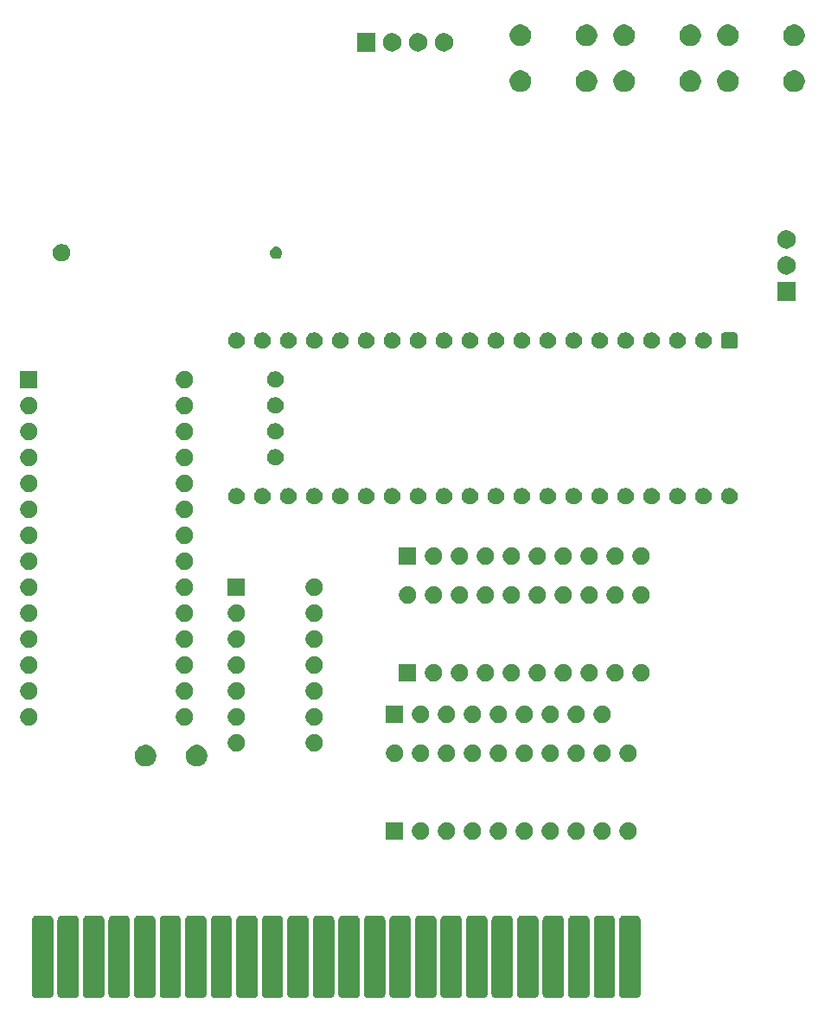
<source format=gbs>
G04 #@! TF.GenerationSoftware,KiCad,Pcbnew,5.1.5-52549c5~86~ubuntu19.10.1*
G04 #@! TF.CreationDate,2020-04-22T22:15:28+03:00*
G04 #@! TF.ProjectId,control,636f6e74-726f-46c2-9e6b-696361645f70,rev?*
G04 #@! TF.SameCoordinates,Original*
G04 #@! TF.FileFunction,Soldermask,Bot*
G04 #@! TF.FilePolarity,Negative*
%FSLAX46Y46*%
G04 Gerber Fmt 4.6, Leading zero omitted, Abs format (unit mm)*
G04 Created by KiCad (PCBNEW 5.1.5-52549c5~86~ubuntu19.10.1) date 2020-04-22 22:15:28*
%MOMM*%
%LPD*%
G04 APERTURE LIST*
%ADD10C,0.100000*%
G04 APERTURE END LIST*
D10*
G36*
X56638210Y-175663489D02*
G01*
X56724950Y-175689802D01*
X56804889Y-175732530D01*
X56874962Y-175790038D01*
X56932470Y-175860111D01*
X56975198Y-175940050D01*
X57001511Y-176026790D01*
X57011000Y-176123140D01*
X57011000Y-183286860D01*
X57001511Y-183383210D01*
X56975198Y-183469950D01*
X56932470Y-183549889D01*
X56874962Y-183619962D01*
X56804889Y-183677470D01*
X56724950Y-183720198D01*
X56638210Y-183746511D01*
X56541860Y-183756000D01*
X55378140Y-183756000D01*
X55281790Y-183746511D01*
X55195050Y-183720198D01*
X55115111Y-183677470D01*
X55045038Y-183619962D01*
X54987530Y-183549889D01*
X54944802Y-183469950D01*
X54918489Y-183383210D01*
X54909000Y-183286860D01*
X54909000Y-176123140D01*
X54918489Y-176026790D01*
X54944802Y-175940050D01*
X54987530Y-175860111D01*
X55045038Y-175790038D01*
X55115111Y-175732530D01*
X55195050Y-175689802D01*
X55281790Y-175663489D01*
X55378140Y-175654000D01*
X56541860Y-175654000D01*
X56638210Y-175663489D01*
G37*
G36*
X86638210Y-175663489D02*
G01*
X86724950Y-175689802D01*
X86804889Y-175732530D01*
X86874962Y-175790038D01*
X86932470Y-175860111D01*
X86975198Y-175940050D01*
X87001511Y-176026790D01*
X87011000Y-176123140D01*
X87011000Y-183286860D01*
X87001511Y-183383210D01*
X86975198Y-183469950D01*
X86932470Y-183549889D01*
X86874962Y-183619962D01*
X86804889Y-183677470D01*
X86724950Y-183720198D01*
X86638210Y-183746511D01*
X86541860Y-183756000D01*
X85378140Y-183756000D01*
X85281790Y-183746511D01*
X85195050Y-183720198D01*
X85115111Y-183677470D01*
X85045038Y-183619962D01*
X84987530Y-183549889D01*
X84944802Y-183469950D01*
X84918489Y-183383210D01*
X84909000Y-183286860D01*
X84909000Y-176123140D01*
X84918489Y-176026790D01*
X84944802Y-175940050D01*
X84987530Y-175860111D01*
X85045038Y-175790038D01*
X85115111Y-175732530D01*
X85195050Y-175689802D01*
X85281790Y-175663489D01*
X85378140Y-175654000D01*
X86541860Y-175654000D01*
X86638210Y-175663489D01*
G37*
G36*
X59138210Y-175663489D02*
G01*
X59224950Y-175689802D01*
X59304889Y-175732530D01*
X59374962Y-175790038D01*
X59432470Y-175860111D01*
X59475198Y-175940050D01*
X59501511Y-176026790D01*
X59511000Y-176123140D01*
X59511000Y-183286860D01*
X59501511Y-183383210D01*
X59475198Y-183469950D01*
X59432470Y-183549889D01*
X59374962Y-183619962D01*
X59304889Y-183677470D01*
X59224950Y-183720198D01*
X59138210Y-183746511D01*
X59041860Y-183756000D01*
X57878140Y-183756000D01*
X57781790Y-183746511D01*
X57695050Y-183720198D01*
X57615111Y-183677470D01*
X57545038Y-183619962D01*
X57487530Y-183549889D01*
X57444802Y-183469950D01*
X57418489Y-183383210D01*
X57409000Y-183286860D01*
X57409000Y-176123140D01*
X57418489Y-176026790D01*
X57444802Y-175940050D01*
X57487530Y-175860111D01*
X57545038Y-175790038D01*
X57615111Y-175732530D01*
X57695050Y-175689802D01*
X57781790Y-175663489D01*
X57878140Y-175654000D01*
X59041860Y-175654000D01*
X59138210Y-175663489D01*
G37*
G36*
X61638210Y-175663489D02*
G01*
X61724950Y-175689802D01*
X61804889Y-175732530D01*
X61874962Y-175790038D01*
X61932470Y-175860111D01*
X61975198Y-175940050D01*
X62001511Y-176026790D01*
X62011000Y-176123140D01*
X62011000Y-183286860D01*
X62001511Y-183383210D01*
X61975198Y-183469950D01*
X61932470Y-183549889D01*
X61874962Y-183619962D01*
X61804889Y-183677470D01*
X61724950Y-183720198D01*
X61638210Y-183746511D01*
X61541860Y-183756000D01*
X60378140Y-183756000D01*
X60281790Y-183746511D01*
X60195050Y-183720198D01*
X60115111Y-183677470D01*
X60045038Y-183619962D01*
X59987530Y-183549889D01*
X59944802Y-183469950D01*
X59918489Y-183383210D01*
X59909000Y-183286860D01*
X59909000Y-176123140D01*
X59918489Y-176026790D01*
X59944802Y-175940050D01*
X59987530Y-175860111D01*
X60045038Y-175790038D01*
X60115111Y-175732530D01*
X60195050Y-175689802D01*
X60281790Y-175663489D01*
X60378140Y-175654000D01*
X61541860Y-175654000D01*
X61638210Y-175663489D01*
G37*
G36*
X64138210Y-175663489D02*
G01*
X64224950Y-175689802D01*
X64304889Y-175732530D01*
X64374962Y-175790038D01*
X64432470Y-175860111D01*
X64475198Y-175940050D01*
X64501511Y-176026790D01*
X64511000Y-176123140D01*
X64511000Y-183286860D01*
X64501511Y-183383210D01*
X64475198Y-183469950D01*
X64432470Y-183549889D01*
X64374962Y-183619962D01*
X64304889Y-183677470D01*
X64224950Y-183720198D01*
X64138210Y-183746511D01*
X64041860Y-183756000D01*
X62878140Y-183756000D01*
X62781790Y-183746511D01*
X62695050Y-183720198D01*
X62615111Y-183677470D01*
X62545038Y-183619962D01*
X62487530Y-183549889D01*
X62444802Y-183469950D01*
X62418489Y-183383210D01*
X62409000Y-183286860D01*
X62409000Y-176123140D01*
X62418489Y-176026790D01*
X62444802Y-175940050D01*
X62487530Y-175860111D01*
X62545038Y-175790038D01*
X62615111Y-175732530D01*
X62695050Y-175689802D01*
X62781790Y-175663489D01*
X62878140Y-175654000D01*
X64041860Y-175654000D01*
X64138210Y-175663489D01*
G37*
G36*
X66638210Y-175663489D02*
G01*
X66724950Y-175689802D01*
X66804889Y-175732530D01*
X66874962Y-175790038D01*
X66932470Y-175860111D01*
X66975198Y-175940050D01*
X67001511Y-176026790D01*
X67011000Y-176123140D01*
X67011000Y-183286860D01*
X67001511Y-183383210D01*
X66975198Y-183469950D01*
X66932470Y-183549889D01*
X66874962Y-183619962D01*
X66804889Y-183677470D01*
X66724950Y-183720198D01*
X66638210Y-183746511D01*
X66541860Y-183756000D01*
X65378140Y-183756000D01*
X65281790Y-183746511D01*
X65195050Y-183720198D01*
X65115111Y-183677470D01*
X65045038Y-183619962D01*
X64987530Y-183549889D01*
X64944802Y-183469950D01*
X64918489Y-183383210D01*
X64909000Y-183286860D01*
X64909000Y-176123140D01*
X64918489Y-176026790D01*
X64944802Y-175940050D01*
X64987530Y-175860111D01*
X65045038Y-175790038D01*
X65115111Y-175732530D01*
X65195050Y-175689802D01*
X65281790Y-175663489D01*
X65378140Y-175654000D01*
X66541860Y-175654000D01*
X66638210Y-175663489D01*
G37*
G36*
X69138210Y-175663489D02*
G01*
X69224950Y-175689802D01*
X69304889Y-175732530D01*
X69374962Y-175790038D01*
X69432470Y-175860111D01*
X69475198Y-175940050D01*
X69501511Y-176026790D01*
X69511000Y-176123140D01*
X69511000Y-183286860D01*
X69501511Y-183383210D01*
X69475198Y-183469950D01*
X69432470Y-183549889D01*
X69374962Y-183619962D01*
X69304889Y-183677470D01*
X69224950Y-183720198D01*
X69138210Y-183746511D01*
X69041860Y-183756000D01*
X67878140Y-183756000D01*
X67781790Y-183746511D01*
X67695050Y-183720198D01*
X67615111Y-183677470D01*
X67545038Y-183619962D01*
X67487530Y-183549889D01*
X67444802Y-183469950D01*
X67418489Y-183383210D01*
X67409000Y-183286860D01*
X67409000Y-176123140D01*
X67418489Y-176026790D01*
X67444802Y-175940050D01*
X67487530Y-175860111D01*
X67545038Y-175790038D01*
X67615111Y-175732530D01*
X67695050Y-175689802D01*
X67781790Y-175663489D01*
X67878140Y-175654000D01*
X69041860Y-175654000D01*
X69138210Y-175663489D01*
G37*
G36*
X71638210Y-175663489D02*
G01*
X71724950Y-175689802D01*
X71804889Y-175732530D01*
X71874962Y-175790038D01*
X71932470Y-175860111D01*
X71975198Y-175940050D01*
X72001511Y-176026790D01*
X72011000Y-176123140D01*
X72011000Y-183286860D01*
X72001511Y-183383210D01*
X71975198Y-183469950D01*
X71932470Y-183549889D01*
X71874962Y-183619962D01*
X71804889Y-183677470D01*
X71724950Y-183720198D01*
X71638210Y-183746511D01*
X71541860Y-183756000D01*
X70378140Y-183756000D01*
X70281790Y-183746511D01*
X70195050Y-183720198D01*
X70115111Y-183677470D01*
X70045038Y-183619962D01*
X69987530Y-183549889D01*
X69944802Y-183469950D01*
X69918489Y-183383210D01*
X69909000Y-183286860D01*
X69909000Y-176123140D01*
X69918489Y-176026790D01*
X69944802Y-175940050D01*
X69987530Y-175860111D01*
X70045038Y-175790038D01*
X70115111Y-175732530D01*
X70195050Y-175689802D01*
X70281790Y-175663489D01*
X70378140Y-175654000D01*
X71541860Y-175654000D01*
X71638210Y-175663489D01*
G37*
G36*
X74138210Y-175663489D02*
G01*
X74224950Y-175689802D01*
X74304889Y-175732530D01*
X74374962Y-175790038D01*
X74432470Y-175860111D01*
X74475198Y-175940050D01*
X74501511Y-176026790D01*
X74511000Y-176123140D01*
X74511000Y-183286860D01*
X74501511Y-183383210D01*
X74475198Y-183469950D01*
X74432470Y-183549889D01*
X74374962Y-183619962D01*
X74304889Y-183677470D01*
X74224950Y-183720198D01*
X74138210Y-183746511D01*
X74041860Y-183756000D01*
X72878140Y-183756000D01*
X72781790Y-183746511D01*
X72695050Y-183720198D01*
X72615111Y-183677470D01*
X72545038Y-183619962D01*
X72487530Y-183549889D01*
X72444802Y-183469950D01*
X72418489Y-183383210D01*
X72409000Y-183286860D01*
X72409000Y-176123140D01*
X72418489Y-176026790D01*
X72444802Y-175940050D01*
X72487530Y-175860111D01*
X72545038Y-175790038D01*
X72615111Y-175732530D01*
X72695050Y-175689802D01*
X72781790Y-175663489D01*
X72878140Y-175654000D01*
X74041860Y-175654000D01*
X74138210Y-175663489D01*
G37*
G36*
X76638210Y-175663489D02*
G01*
X76724950Y-175689802D01*
X76804889Y-175732530D01*
X76874962Y-175790038D01*
X76932470Y-175860111D01*
X76975198Y-175940050D01*
X77001511Y-176026790D01*
X77011000Y-176123140D01*
X77011000Y-183286860D01*
X77001511Y-183383210D01*
X76975198Y-183469950D01*
X76932470Y-183549889D01*
X76874962Y-183619962D01*
X76804889Y-183677470D01*
X76724950Y-183720198D01*
X76638210Y-183746511D01*
X76541860Y-183756000D01*
X75378140Y-183756000D01*
X75281790Y-183746511D01*
X75195050Y-183720198D01*
X75115111Y-183677470D01*
X75045038Y-183619962D01*
X74987530Y-183549889D01*
X74944802Y-183469950D01*
X74918489Y-183383210D01*
X74909000Y-183286860D01*
X74909000Y-176123140D01*
X74918489Y-176026790D01*
X74944802Y-175940050D01*
X74987530Y-175860111D01*
X75045038Y-175790038D01*
X75115111Y-175732530D01*
X75195050Y-175689802D01*
X75281790Y-175663489D01*
X75378140Y-175654000D01*
X76541860Y-175654000D01*
X76638210Y-175663489D01*
G37*
G36*
X79138210Y-175663489D02*
G01*
X79224950Y-175689802D01*
X79304889Y-175732530D01*
X79374962Y-175790038D01*
X79432470Y-175860111D01*
X79475198Y-175940050D01*
X79501511Y-176026790D01*
X79511000Y-176123140D01*
X79511000Y-183286860D01*
X79501511Y-183383210D01*
X79475198Y-183469950D01*
X79432470Y-183549889D01*
X79374962Y-183619962D01*
X79304889Y-183677470D01*
X79224950Y-183720198D01*
X79138210Y-183746511D01*
X79041860Y-183756000D01*
X77878140Y-183756000D01*
X77781790Y-183746511D01*
X77695050Y-183720198D01*
X77615111Y-183677470D01*
X77545038Y-183619962D01*
X77487530Y-183549889D01*
X77444802Y-183469950D01*
X77418489Y-183383210D01*
X77409000Y-183286860D01*
X77409000Y-176123140D01*
X77418489Y-176026790D01*
X77444802Y-175940050D01*
X77487530Y-175860111D01*
X77545038Y-175790038D01*
X77615111Y-175732530D01*
X77695050Y-175689802D01*
X77781790Y-175663489D01*
X77878140Y-175654000D01*
X79041860Y-175654000D01*
X79138210Y-175663489D01*
G37*
G36*
X81638210Y-175663489D02*
G01*
X81724950Y-175689802D01*
X81804889Y-175732530D01*
X81874962Y-175790038D01*
X81932470Y-175860111D01*
X81975198Y-175940050D01*
X82001511Y-176026790D01*
X82011000Y-176123140D01*
X82011000Y-183286860D01*
X82001511Y-183383210D01*
X81975198Y-183469950D01*
X81932470Y-183549889D01*
X81874962Y-183619962D01*
X81804889Y-183677470D01*
X81724950Y-183720198D01*
X81638210Y-183746511D01*
X81541860Y-183756000D01*
X80378140Y-183756000D01*
X80281790Y-183746511D01*
X80195050Y-183720198D01*
X80115111Y-183677470D01*
X80045038Y-183619962D01*
X79987530Y-183549889D01*
X79944802Y-183469950D01*
X79918489Y-183383210D01*
X79909000Y-183286860D01*
X79909000Y-176123140D01*
X79918489Y-176026790D01*
X79944802Y-175940050D01*
X79987530Y-175860111D01*
X80045038Y-175790038D01*
X80115111Y-175732530D01*
X80195050Y-175689802D01*
X80281790Y-175663489D01*
X80378140Y-175654000D01*
X81541860Y-175654000D01*
X81638210Y-175663489D01*
G37*
G36*
X89138210Y-175663489D02*
G01*
X89224950Y-175689802D01*
X89304889Y-175732530D01*
X89374962Y-175790038D01*
X89432470Y-175860111D01*
X89475198Y-175940050D01*
X89501511Y-176026790D01*
X89511000Y-176123140D01*
X89511000Y-183286860D01*
X89501511Y-183383210D01*
X89475198Y-183469950D01*
X89432470Y-183549889D01*
X89374962Y-183619962D01*
X89304889Y-183677470D01*
X89224950Y-183720198D01*
X89138210Y-183746511D01*
X89041860Y-183756000D01*
X87878140Y-183756000D01*
X87781790Y-183746511D01*
X87695050Y-183720198D01*
X87615111Y-183677470D01*
X87545038Y-183619962D01*
X87487530Y-183549889D01*
X87444802Y-183469950D01*
X87418489Y-183383210D01*
X87409000Y-183286860D01*
X87409000Y-176123140D01*
X87418489Y-176026790D01*
X87444802Y-175940050D01*
X87487530Y-175860111D01*
X87545038Y-175790038D01*
X87615111Y-175732530D01*
X87695050Y-175689802D01*
X87781790Y-175663489D01*
X87878140Y-175654000D01*
X89041860Y-175654000D01*
X89138210Y-175663489D01*
G37*
G36*
X114138210Y-175663489D02*
G01*
X114224950Y-175689802D01*
X114304889Y-175732530D01*
X114374962Y-175790038D01*
X114432470Y-175860111D01*
X114475198Y-175940050D01*
X114501511Y-176026790D01*
X114511000Y-176123140D01*
X114511000Y-183286860D01*
X114501511Y-183383210D01*
X114475198Y-183469950D01*
X114432470Y-183549889D01*
X114374962Y-183619962D01*
X114304889Y-183677470D01*
X114224950Y-183720198D01*
X114138210Y-183746511D01*
X114041860Y-183756000D01*
X112878140Y-183756000D01*
X112781790Y-183746511D01*
X112695050Y-183720198D01*
X112615111Y-183677470D01*
X112545038Y-183619962D01*
X112487530Y-183549889D01*
X112444802Y-183469950D01*
X112418489Y-183383210D01*
X112409000Y-183286860D01*
X112409000Y-176123140D01*
X112418489Y-176026790D01*
X112444802Y-175940050D01*
X112487530Y-175860111D01*
X112545038Y-175790038D01*
X112615111Y-175732530D01*
X112695050Y-175689802D01*
X112781790Y-175663489D01*
X112878140Y-175654000D01*
X114041860Y-175654000D01*
X114138210Y-175663489D01*
G37*
G36*
X111638210Y-175663489D02*
G01*
X111724950Y-175689802D01*
X111804889Y-175732530D01*
X111874962Y-175790038D01*
X111932470Y-175860111D01*
X111975198Y-175940050D01*
X112001511Y-176026790D01*
X112011000Y-176123140D01*
X112011000Y-183286860D01*
X112001511Y-183383210D01*
X111975198Y-183469950D01*
X111932470Y-183549889D01*
X111874962Y-183619962D01*
X111804889Y-183677470D01*
X111724950Y-183720198D01*
X111638210Y-183746511D01*
X111541860Y-183756000D01*
X110378140Y-183756000D01*
X110281790Y-183746511D01*
X110195050Y-183720198D01*
X110115111Y-183677470D01*
X110045038Y-183619962D01*
X109987530Y-183549889D01*
X109944802Y-183469950D01*
X109918489Y-183383210D01*
X109909000Y-183286860D01*
X109909000Y-176123140D01*
X109918489Y-176026790D01*
X109944802Y-175940050D01*
X109987530Y-175860111D01*
X110045038Y-175790038D01*
X110115111Y-175732530D01*
X110195050Y-175689802D01*
X110281790Y-175663489D01*
X110378140Y-175654000D01*
X111541860Y-175654000D01*
X111638210Y-175663489D01*
G37*
G36*
X109138210Y-175663489D02*
G01*
X109224950Y-175689802D01*
X109304889Y-175732530D01*
X109374962Y-175790038D01*
X109432470Y-175860111D01*
X109475198Y-175940050D01*
X109501511Y-176026790D01*
X109511000Y-176123140D01*
X109511000Y-183286860D01*
X109501511Y-183383210D01*
X109475198Y-183469950D01*
X109432470Y-183549889D01*
X109374962Y-183619962D01*
X109304889Y-183677470D01*
X109224950Y-183720198D01*
X109138210Y-183746511D01*
X109041860Y-183756000D01*
X107878140Y-183756000D01*
X107781790Y-183746511D01*
X107695050Y-183720198D01*
X107615111Y-183677470D01*
X107545038Y-183619962D01*
X107487530Y-183549889D01*
X107444802Y-183469950D01*
X107418489Y-183383210D01*
X107409000Y-183286860D01*
X107409000Y-176123140D01*
X107418489Y-176026790D01*
X107444802Y-175940050D01*
X107487530Y-175860111D01*
X107545038Y-175790038D01*
X107615111Y-175732530D01*
X107695050Y-175689802D01*
X107781790Y-175663489D01*
X107878140Y-175654000D01*
X109041860Y-175654000D01*
X109138210Y-175663489D01*
G37*
G36*
X106638210Y-175663489D02*
G01*
X106724950Y-175689802D01*
X106804889Y-175732530D01*
X106874962Y-175790038D01*
X106932470Y-175860111D01*
X106975198Y-175940050D01*
X107001511Y-176026790D01*
X107011000Y-176123140D01*
X107011000Y-183286860D01*
X107001511Y-183383210D01*
X106975198Y-183469950D01*
X106932470Y-183549889D01*
X106874962Y-183619962D01*
X106804889Y-183677470D01*
X106724950Y-183720198D01*
X106638210Y-183746511D01*
X106541860Y-183756000D01*
X105378140Y-183756000D01*
X105281790Y-183746511D01*
X105195050Y-183720198D01*
X105115111Y-183677470D01*
X105045038Y-183619962D01*
X104987530Y-183549889D01*
X104944802Y-183469950D01*
X104918489Y-183383210D01*
X104909000Y-183286860D01*
X104909000Y-176123140D01*
X104918489Y-176026790D01*
X104944802Y-175940050D01*
X104987530Y-175860111D01*
X105045038Y-175790038D01*
X105115111Y-175732530D01*
X105195050Y-175689802D01*
X105281790Y-175663489D01*
X105378140Y-175654000D01*
X106541860Y-175654000D01*
X106638210Y-175663489D01*
G37*
G36*
X104138210Y-175663489D02*
G01*
X104224950Y-175689802D01*
X104304889Y-175732530D01*
X104374962Y-175790038D01*
X104432470Y-175860111D01*
X104475198Y-175940050D01*
X104501511Y-176026790D01*
X104511000Y-176123140D01*
X104511000Y-183286860D01*
X104501511Y-183383210D01*
X104475198Y-183469950D01*
X104432470Y-183549889D01*
X104374962Y-183619962D01*
X104304889Y-183677470D01*
X104224950Y-183720198D01*
X104138210Y-183746511D01*
X104041860Y-183756000D01*
X102878140Y-183756000D01*
X102781790Y-183746511D01*
X102695050Y-183720198D01*
X102615111Y-183677470D01*
X102545038Y-183619962D01*
X102487530Y-183549889D01*
X102444802Y-183469950D01*
X102418489Y-183383210D01*
X102409000Y-183286860D01*
X102409000Y-176123140D01*
X102418489Y-176026790D01*
X102444802Y-175940050D01*
X102487530Y-175860111D01*
X102545038Y-175790038D01*
X102615111Y-175732530D01*
X102695050Y-175689802D01*
X102781790Y-175663489D01*
X102878140Y-175654000D01*
X104041860Y-175654000D01*
X104138210Y-175663489D01*
G37*
G36*
X99138210Y-175663489D02*
G01*
X99224950Y-175689802D01*
X99304889Y-175732530D01*
X99374962Y-175790038D01*
X99432470Y-175860111D01*
X99475198Y-175940050D01*
X99501511Y-176026790D01*
X99511000Y-176123140D01*
X99511000Y-183286860D01*
X99501511Y-183383210D01*
X99475198Y-183469950D01*
X99432470Y-183549889D01*
X99374962Y-183619962D01*
X99304889Y-183677470D01*
X99224950Y-183720198D01*
X99138210Y-183746511D01*
X99041860Y-183756000D01*
X97878140Y-183756000D01*
X97781790Y-183746511D01*
X97695050Y-183720198D01*
X97615111Y-183677470D01*
X97545038Y-183619962D01*
X97487530Y-183549889D01*
X97444802Y-183469950D01*
X97418489Y-183383210D01*
X97409000Y-183286860D01*
X97409000Y-176123140D01*
X97418489Y-176026790D01*
X97444802Y-175940050D01*
X97487530Y-175860111D01*
X97545038Y-175790038D01*
X97615111Y-175732530D01*
X97695050Y-175689802D01*
X97781790Y-175663489D01*
X97878140Y-175654000D01*
X99041860Y-175654000D01*
X99138210Y-175663489D01*
G37*
G36*
X84138210Y-175663489D02*
G01*
X84224950Y-175689802D01*
X84304889Y-175732530D01*
X84374962Y-175790038D01*
X84432470Y-175860111D01*
X84475198Y-175940050D01*
X84501511Y-176026790D01*
X84511000Y-176123140D01*
X84511000Y-183286860D01*
X84501511Y-183383210D01*
X84475198Y-183469950D01*
X84432470Y-183549889D01*
X84374962Y-183619962D01*
X84304889Y-183677470D01*
X84224950Y-183720198D01*
X84138210Y-183746511D01*
X84041860Y-183756000D01*
X82878140Y-183756000D01*
X82781790Y-183746511D01*
X82695050Y-183720198D01*
X82615111Y-183677470D01*
X82545038Y-183619962D01*
X82487530Y-183549889D01*
X82444802Y-183469950D01*
X82418489Y-183383210D01*
X82409000Y-183286860D01*
X82409000Y-176123140D01*
X82418489Y-176026790D01*
X82444802Y-175940050D01*
X82487530Y-175860111D01*
X82545038Y-175790038D01*
X82615111Y-175732530D01*
X82695050Y-175689802D01*
X82781790Y-175663489D01*
X82878140Y-175654000D01*
X84041860Y-175654000D01*
X84138210Y-175663489D01*
G37*
G36*
X91638210Y-175663489D02*
G01*
X91724950Y-175689802D01*
X91804889Y-175732530D01*
X91874962Y-175790038D01*
X91932470Y-175860111D01*
X91975198Y-175940050D01*
X92001511Y-176026790D01*
X92011000Y-176123140D01*
X92011000Y-183286860D01*
X92001511Y-183383210D01*
X91975198Y-183469950D01*
X91932470Y-183549889D01*
X91874962Y-183619962D01*
X91804889Y-183677470D01*
X91724950Y-183720198D01*
X91638210Y-183746511D01*
X91541860Y-183756000D01*
X90378140Y-183756000D01*
X90281790Y-183746511D01*
X90195050Y-183720198D01*
X90115111Y-183677470D01*
X90045038Y-183619962D01*
X89987530Y-183549889D01*
X89944802Y-183469950D01*
X89918489Y-183383210D01*
X89909000Y-183286860D01*
X89909000Y-176123140D01*
X89918489Y-176026790D01*
X89944802Y-175940050D01*
X89987530Y-175860111D01*
X90045038Y-175790038D01*
X90115111Y-175732530D01*
X90195050Y-175689802D01*
X90281790Y-175663489D01*
X90378140Y-175654000D01*
X91541860Y-175654000D01*
X91638210Y-175663489D01*
G37*
G36*
X96638210Y-175663489D02*
G01*
X96724950Y-175689802D01*
X96804889Y-175732530D01*
X96874962Y-175790038D01*
X96932470Y-175860111D01*
X96975198Y-175940050D01*
X97001511Y-176026790D01*
X97011000Y-176123140D01*
X97011000Y-183286860D01*
X97001511Y-183383210D01*
X96975198Y-183469950D01*
X96932470Y-183549889D01*
X96874962Y-183619962D01*
X96804889Y-183677470D01*
X96724950Y-183720198D01*
X96638210Y-183746511D01*
X96541860Y-183756000D01*
X95378140Y-183756000D01*
X95281790Y-183746511D01*
X95195050Y-183720198D01*
X95115111Y-183677470D01*
X95045038Y-183619962D01*
X94987530Y-183549889D01*
X94944802Y-183469950D01*
X94918489Y-183383210D01*
X94909000Y-183286860D01*
X94909000Y-176123140D01*
X94918489Y-176026790D01*
X94944802Y-175940050D01*
X94987530Y-175860111D01*
X95045038Y-175790038D01*
X95115111Y-175732530D01*
X95195050Y-175689802D01*
X95281790Y-175663489D01*
X95378140Y-175654000D01*
X96541860Y-175654000D01*
X96638210Y-175663489D01*
G37*
G36*
X101638210Y-175663489D02*
G01*
X101724950Y-175689802D01*
X101804889Y-175732530D01*
X101874962Y-175790038D01*
X101932470Y-175860111D01*
X101975198Y-175940050D01*
X102001511Y-176026790D01*
X102011000Y-176123140D01*
X102011000Y-183286860D01*
X102001511Y-183383210D01*
X101975198Y-183469950D01*
X101932470Y-183549889D01*
X101874962Y-183619962D01*
X101804889Y-183677470D01*
X101724950Y-183720198D01*
X101638210Y-183746511D01*
X101541860Y-183756000D01*
X100378140Y-183756000D01*
X100281790Y-183746511D01*
X100195050Y-183720198D01*
X100115111Y-183677470D01*
X100045038Y-183619962D01*
X99987530Y-183549889D01*
X99944802Y-183469950D01*
X99918489Y-183383210D01*
X99909000Y-183286860D01*
X99909000Y-176123140D01*
X99918489Y-176026790D01*
X99944802Y-175940050D01*
X99987530Y-175860111D01*
X100045038Y-175790038D01*
X100115111Y-175732530D01*
X100195050Y-175689802D01*
X100281790Y-175663489D01*
X100378140Y-175654000D01*
X101541860Y-175654000D01*
X101638210Y-175663489D01*
G37*
G36*
X94138210Y-175663489D02*
G01*
X94224950Y-175689802D01*
X94304889Y-175732530D01*
X94374962Y-175790038D01*
X94432470Y-175860111D01*
X94475198Y-175940050D01*
X94501511Y-176026790D01*
X94511000Y-176123140D01*
X94511000Y-183286860D01*
X94501511Y-183383210D01*
X94475198Y-183469950D01*
X94432470Y-183549889D01*
X94374962Y-183619962D01*
X94304889Y-183677470D01*
X94224950Y-183720198D01*
X94138210Y-183746511D01*
X94041860Y-183756000D01*
X92878140Y-183756000D01*
X92781790Y-183746511D01*
X92695050Y-183720198D01*
X92615111Y-183677470D01*
X92545038Y-183619962D01*
X92487530Y-183549889D01*
X92444802Y-183469950D01*
X92418489Y-183383210D01*
X92409000Y-183286860D01*
X92409000Y-176123140D01*
X92418489Y-176026790D01*
X92444802Y-175940050D01*
X92487530Y-175860111D01*
X92545038Y-175790038D01*
X92615111Y-175732530D01*
X92695050Y-175689802D01*
X92781790Y-175663489D01*
X92878140Y-175654000D01*
X94041860Y-175654000D01*
X94138210Y-175663489D01*
G37*
G36*
X108452228Y-166567703D02*
G01*
X108607100Y-166631853D01*
X108746481Y-166724985D01*
X108865015Y-166843519D01*
X108958147Y-166982900D01*
X109022297Y-167137772D01*
X109055000Y-167302184D01*
X109055000Y-167469816D01*
X109022297Y-167634228D01*
X108958147Y-167789100D01*
X108865015Y-167928481D01*
X108746481Y-168047015D01*
X108607100Y-168140147D01*
X108452228Y-168204297D01*
X108287816Y-168237000D01*
X108120184Y-168237000D01*
X107955772Y-168204297D01*
X107800900Y-168140147D01*
X107661519Y-168047015D01*
X107542985Y-167928481D01*
X107449853Y-167789100D01*
X107385703Y-167634228D01*
X107353000Y-167469816D01*
X107353000Y-167302184D01*
X107385703Y-167137772D01*
X107449853Y-166982900D01*
X107542985Y-166843519D01*
X107661519Y-166724985D01*
X107800900Y-166631853D01*
X107955772Y-166567703D01*
X108120184Y-166535000D01*
X108287816Y-166535000D01*
X108452228Y-166567703D01*
G37*
G36*
X113532228Y-166567703D02*
G01*
X113687100Y-166631853D01*
X113826481Y-166724985D01*
X113945015Y-166843519D01*
X114038147Y-166982900D01*
X114102297Y-167137772D01*
X114135000Y-167302184D01*
X114135000Y-167469816D01*
X114102297Y-167634228D01*
X114038147Y-167789100D01*
X113945015Y-167928481D01*
X113826481Y-168047015D01*
X113687100Y-168140147D01*
X113532228Y-168204297D01*
X113367816Y-168237000D01*
X113200184Y-168237000D01*
X113035772Y-168204297D01*
X112880900Y-168140147D01*
X112741519Y-168047015D01*
X112622985Y-167928481D01*
X112529853Y-167789100D01*
X112465703Y-167634228D01*
X112433000Y-167469816D01*
X112433000Y-167302184D01*
X112465703Y-167137772D01*
X112529853Y-166982900D01*
X112622985Y-166843519D01*
X112741519Y-166724985D01*
X112880900Y-166631853D01*
X113035772Y-166567703D01*
X113200184Y-166535000D01*
X113367816Y-166535000D01*
X113532228Y-166567703D01*
G37*
G36*
X103372228Y-166567703D02*
G01*
X103527100Y-166631853D01*
X103666481Y-166724985D01*
X103785015Y-166843519D01*
X103878147Y-166982900D01*
X103942297Y-167137772D01*
X103975000Y-167302184D01*
X103975000Y-167469816D01*
X103942297Y-167634228D01*
X103878147Y-167789100D01*
X103785015Y-167928481D01*
X103666481Y-168047015D01*
X103527100Y-168140147D01*
X103372228Y-168204297D01*
X103207816Y-168237000D01*
X103040184Y-168237000D01*
X102875772Y-168204297D01*
X102720900Y-168140147D01*
X102581519Y-168047015D01*
X102462985Y-167928481D01*
X102369853Y-167789100D01*
X102305703Y-167634228D01*
X102273000Y-167469816D01*
X102273000Y-167302184D01*
X102305703Y-167137772D01*
X102369853Y-166982900D01*
X102462985Y-166843519D01*
X102581519Y-166724985D01*
X102720900Y-166631853D01*
X102875772Y-166567703D01*
X103040184Y-166535000D01*
X103207816Y-166535000D01*
X103372228Y-166567703D01*
G37*
G36*
X110992228Y-166567703D02*
G01*
X111147100Y-166631853D01*
X111286481Y-166724985D01*
X111405015Y-166843519D01*
X111498147Y-166982900D01*
X111562297Y-167137772D01*
X111595000Y-167302184D01*
X111595000Y-167469816D01*
X111562297Y-167634228D01*
X111498147Y-167789100D01*
X111405015Y-167928481D01*
X111286481Y-168047015D01*
X111147100Y-168140147D01*
X110992228Y-168204297D01*
X110827816Y-168237000D01*
X110660184Y-168237000D01*
X110495772Y-168204297D01*
X110340900Y-168140147D01*
X110201519Y-168047015D01*
X110082985Y-167928481D01*
X109989853Y-167789100D01*
X109925703Y-167634228D01*
X109893000Y-167469816D01*
X109893000Y-167302184D01*
X109925703Y-167137772D01*
X109989853Y-166982900D01*
X110082985Y-166843519D01*
X110201519Y-166724985D01*
X110340900Y-166631853D01*
X110495772Y-166567703D01*
X110660184Y-166535000D01*
X110827816Y-166535000D01*
X110992228Y-166567703D01*
G37*
G36*
X100832228Y-166567703D02*
G01*
X100987100Y-166631853D01*
X101126481Y-166724985D01*
X101245015Y-166843519D01*
X101338147Y-166982900D01*
X101402297Y-167137772D01*
X101435000Y-167302184D01*
X101435000Y-167469816D01*
X101402297Y-167634228D01*
X101338147Y-167789100D01*
X101245015Y-167928481D01*
X101126481Y-168047015D01*
X100987100Y-168140147D01*
X100832228Y-168204297D01*
X100667816Y-168237000D01*
X100500184Y-168237000D01*
X100335772Y-168204297D01*
X100180900Y-168140147D01*
X100041519Y-168047015D01*
X99922985Y-167928481D01*
X99829853Y-167789100D01*
X99765703Y-167634228D01*
X99733000Y-167469816D01*
X99733000Y-167302184D01*
X99765703Y-167137772D01*
X99829853Y-166982900D01*
X99922985Y-166843519D01*
X100041519Y-166724985D01*
X100180900Y-166631853D01*
X100335772Y-166567703D01*
X100500184Y-166535000D01*
X100667816Y-166535000D01*
X100832228Y-166567703D01*
G37*
G36*
X95752228Y-166567703D02*
G01*
X95907100Y-166631853D01*
X96046481Y-166724985D01*
X96165015Y-166843519D01*
X96258147Y-166982900D01*
X96322297Y-167137772D01*
X96355000Y-167302184D01*
X96355000Y-167469816D01*
X96322297Y-167634228D01*
X96258147Y-167789100D01*
X96165015Y-167928481D01*
X96046481Y-168047015D01*
X95907100Y-168140147D01*
X95752228Y-168204297D01*
X95587816Y-168237000D01*
X95420184Y-168237000D01*
X95255772Y-168204297D01*
X95100900Y-168140147D01*
X94961519Y-168047015D01*
X94842985Y-167928481D01*
X94749853Y-167789100D01*
X94685703Y-167634228D01*
X94653000Y-167469816D01*
X94653000Y-167302184D01*
X94685703Y-167137772D01*
X94749853Y-166982900D01*
X94842985Y-166843519D01*
X94961519Y-166724985D01*
X95100900Y-166631853D01*
X95255772Y-166567703D01*
X95420184Y-166535000D01*
X95587816Y-166535000D01*
X95752228Y-166567703D01*
G37*
G36*
X93212228Y-166567703D02*
G01*
X93367100Y-166631853D01*
X93506481Y-166724985D01*
X93625015Y-166843519D01*
X93718147Y-166982900D01*
X93782297Y-167137772D01*
X93815000Y-167302184D01*
X93815000Y-167469816D01*
X93782297Y-167634228D01*
X93718147Y-167789100D01*
X93625015Y-167928481D01*
X93506481Y-168047015D01*
X93367100Y-168140147D01*
X93212228Y-168204297D01*
X93047816Y-168237000D01*
X92880184Y-168237000D01*
X92715772Y-168204297D01*
X92560900Y-168140147D01*
X92421519Y-168047015D01*
X92302985Y-167928481D01*
X92209853Y-167789100D01*
X92145703Y-167634228D01*
X92113000Y-167469816D01*
X92113000Y-167302184D01*
X92145703Y-167137772D01*
X92209853Y-166982900D01*
X92302985Y-166843519D01*
X92421519Y-166724985D01*
X92560900Y-166631853D01*
X92715772Y-166567703D01*
X92880184Y-166535000D01*
X93047816Y-166535000D01*
X93212228Y-166567703D01*
G37*
G36*
X91275000Y-168237000D02*
G01*
X89573000Y-168237000D01*
X89573000Y-166535000D01*
X91275000Y-166535000D01*
X91275000Y-168237000D01*
G37*
G36*
X105912228Y-166567703D02*
G01*
X106067100Y-166631853D01*
X106206481Y-166724985D01*
X106325015Y-166843519D01*
X106418147Y-166982900D01*
X106482297Y-167137772D01*
X106515000Y-167302184D01*
X106515000Y-167469816D01*
X106482297Y-167634228D01*
X106418147Y-167789100D01*
X106325015Y-167928481D01*
X106206481Y-168047015D01*
X106067100Y-168140147D01*
X105912228Y-168204297D01*
X105747816Y-168237000D01*
X105580184Y-168237000D01*
X105415772Y-168204297D01*
X105260900Y-168140147D01*
X105121519Y-168047015D01*
X105002985Y-167928481D01*
X104909853Y-167789100D01*
X104845703Y-167634228D01*
X104813000Y-167469816D01*
X104813000Y-167302184D01*
X104845703Y-167137772D01*
X104909853Y-166982900D01*
X105002985Y-166843519D01*
X105121519Y-166724985D01*
X105260900Y-166631853D01*
X105415772Y-166567703D01*
X105580184Y-166535000D01*
X105747816Y-166535000D01*
X105912228Y-166567703D01*
G37*
G36*
X98292228Y-166567703D02*
G01*
X98447100Y-166631853D01*
X98586481Y-166724985D01*
X98705015Y-166843519D01*
X98798147Y-166982900D01*
X98862297Y-167137772D01*
X98895000Y-167302184D01*
X98895000Y-167469816D01*
X98862297Y-167634228D01*
X98798147Y-167789100D01*
X98705015Y-167928481D01*
X98586481Y-168047015D01*
X98447100Y-168140147D01*
X98292228Y-168204297D01*
X98127816Y-168237000D01*
X97960184Y-168237000D01*
X97795772Y-168204297D01*
X97640900Y-168140147D01*
X97501519Y-168047015D01*
X97382985Y-167928481D01*
X97289853Y-167789100D01*
X97225703Y-167634228D01*
X97193000Y-167469816D01*
X97193000Y-167302184D01*
X97225703Y-167137772D01*
X97289853Y-166982900D01*
X97382985Y-166843519D01*
X97501519Y-166724985D01*
X97640900Y-166631853D01*
X97795772Y-166567703D01*
X97960184Y-166535000D01*
X98127816Y-166535000D01*
X98292228Y-166567703D01*
G37*
G36*
X71346564Y-159009389D02*
G01*
X71537833Y-159088615D01*
X71537835Y-159088616D01*
X71709973Y-159203635D01*
X71856365Y-159350027D01*
X71968449Y-159517772D01*
X71971385Y-159522167D01*
X72050611Y-159713436D01*
X72091000Y-159916484D01*
X72091000Y-160123516D01*
X72050611Y-160326564D01*
X72009003Y-160427015D01*
X71971384Y-160517835D01*
X71856365Y-160689973D01*
X71709973Y-160836365D01*
X71537835Y-160951384D01*
X71537834Y-160951385D01*
X71537833Y-160951385D01*
X71346564Y-161030611D01*
X71143516Y-161071000D01*
X70936484Y-161071000D01*
X70733436Y-161030611D01*
X70542167Y-160951385D01*
X70542166Y-160951385D01*
X70542165Y-160951384D01*
X70370027Y-160836365D01*
X70223635Y-160689973D01*
X70108616Y-160517835D01*
X70070997Y-160427015D01*
X70029389Y-160326564D01*
X69989000Y-160123516D01*
X69989000Y-159916484D01*
X70029389Y-159713436D01*
X70108615Y-159522167D01*
X70111552Y-159517772D01*
X70223635Y-159350027D01*
X70370027Y-159203635D01*
X70542165Y-159088616D01*
X70542167Y-159088615D01*
X70733436Y-159009389D01*
X70936484Y-158969000D01*
X71143516Y-158969000D01*
X71346564Y-159009389D01*
G37*
G36*
X66346564Y-159009389D02*
G01*
X66537833Y-159088615D01*
X66537835Y-159088616D01*
X66709973Y-159203635D01*
X66856365Y-159350027D01*
X66968449Y-159517772D01*
X66971385Y-159522167D01*
X67050611Y-159713436D01*
X67091000Y-159916484D01*
X67091000Y-160123516D01*
X67050611Y-160326564D01*
X67009003Y-160427015D01*
X66971384Y-160517835D01*
X66856365Y-160689973D01*
X66709973Y-160836365D01*
X66537835Y-160951384D01*
X66537834Y-160951385D01*
X66537833Y-160951385D01*
X66346564Y-161030611D01*
X66143516Y-161071000D01*
X65936484Y-161071000D01*
X65733436Y-161030611D01*
X65542167Y-160951385D01*
X65542166Y-160951385D01*
X65542165Y-160951384D01*
X65370027Y-160836365D01*
X65223635Y-160689973D01*
X65108616Y-160517835D01*
X65070997Y-160427015D01*
X65029389Y-160326564D01*
X64989000Y-160123516D01*
X64989000Y-159916484D01*
X65029389Y-159713436D01*
X65108615Y-159522167D01*
X65111552Y-159517772D01*
X65223635Y-159350027D01*
X65370027Y-159203635D01*
X65542165Y-159088616D01*
X65542167Y-159088615D01*
X65733436Y-159009389D01*
X65936484Y-158969000D01*
X66143516Y-158969000D01*
X66346564Y-159009389D01*
G37*
G36*
X90672228Y-158947703D02*
G01*
X90827100Y-159011853D01*
X90966481Y-159104985D01*
X91085015Y-159223519D01*
X91178147Y-159362900D01*
X91242297Y-159517772D01*
X91275000Y-159682184D01*
X91275000Y-159849816D01*
X91242297Y-160014228D01*
X91178147Y-160169100D01*
X91085015Y-160308481D01*
X90966481Y-160427015D01*
X90827100Y-160520147D01*
X90672228Y-160584297D01*
X90507816Y-160617000D01*
X90340184Y-160617000D01*
X90175772Y-160584297D01*
X90020900Y-160520147D01*
X89881519Y-160427015D01*
X89762985Y-160308481D01*
X89669853Y-160169100D01*
X89605703Y-160014228D01*
X89573000Y-159849816D01*
X89573000Y-159682184D01*
X89605703Y-159517772D01*
X89669853Y-159362900D01*
X89762985Y-159223519D01*
X89881519Y-159104985D01*
X90020900Y-159011853D01*
X90175772Y-158947703D01*
X90340184Y-158915000D01*
X90507816Y-158915000D01*
X90672228Y-158947703D01*
G37*
G36*
X100832228Y-158947703D02*
G01*
X100987100Y-159011853D01*
X101126481Y-159104985D01*
X101245015Y-159223519D01*
X101338147Y-159362900D01*
X101402297Y-159517772D01*
X101435000Y-159682184D01*
X101435000Y-159849816D01*
X101402297Y-160014228D01*
X101338147Y-160169100D01*
X101245015Y-160308481D01*
X101126481Y-160427015D01*
X100987100Y-160520147D01*
X100832228Y-160584297D01*
X100667816Y-160617000D01*
X100500184Y-160617000D01*
X100335772Y-160584297D01*
X100180900Y-160520147D01*
X100041519Y-160427015D01*
X99922985Y-160308481D01*
X99829853Y-160169100D01*
X99765703Y-160014228D01*
X99733000Y-159849816D01*
X99733000Y-159682184D01*
X99765703Y-159517772D01*
X99829853Y-159362900D01*
X99922985Y-159223519D01*
X100041519Y-159104985D01*
X100180900Y-159011853D01*
X100335772Y-158947703D01*
X100500184Y-158915000D01*
X100667816Y-158915000D01*
X100832228Y-158947703D01*
G37*
G36*
X98292228Y-158947703D02*
G01*
X98447100Y-159011853D01*
X98586481Y-159104985D01*
X98705015Y-159223519D01*
X98798147Y-159362900D01*
X98862297Y-159517772D01*
X98895000Y-159682184D01*
X98895000Y-159849816D01*
X98862297Y-160014228D01*
X98798147Y-160169100D01*
X98705015Y-160308481D01*
X98586481Y-160427015D01*
X98447100Y-160520147D01*
X98292228Y-160584297D01*
X98127816Y-160617000D01*
X97960184Y-160617000D01*
X97795772Y-160584297D01*
X97640900Y-160520147D01*
X97501519Y-160427015D01*
X97382985Y-160308481D01*
X97289853Y-160169100D01*
X97225703Y-160014228D01*
X97193000Y-159849816D01*
X97193000Y-159682184D01*
X97225703Y-159517772D01*
X97289853Y-159362900D01*
X97382985Y-159223519D01*
X97501519Y-159104985D01*
X97640900Y-159011853D01*
X97795772Y-158947703D01*
X97960184Y-158915000D01*
X98127816Y-158915000D01*
X98292228Y-158947703D01*
G37*
G36*
X113532228Y-158947703D02*
G01*
X113687100Y-159011853D01*
X113826481Y-159104985D01*
X113945015Y-159223519D01*
X114038147Y-159362900D01*
X114102297Y-159517772D01*
X114135000Y-159682184D01*
X114135000Y-159849816D01*
X114102297Y-160014228D01*
X114038147Y-160169100D01*
X113945015Y-160308481D01*
X113826481Y-160427015D01*
X113687100Y-160520147D01*
X113532228Y-160584297D01*
X113367816Y-160617000D01*
X113200184Y-160617000D01*
X113035772Y-160584297D01*
X112880900Y-160520147D01*
X112741519Y-160427015D01*
X112622985Y-160308481D01*
X112529853Y-160169100D01*
X112465703Y-160014228D01*
X112433000Y-159849816D01*
X112433000Y-159682184D01*
X112465703Y-159517772D01*
X112529853Y-159362900D01*
X112622985Y-159223519D01*
X112741519Y-159104985D01*
X112880900Y-159011853D01*
X113035772Y-158947703D01*
X113200184Y-158915000D01*
X113367816Y-158915000D01*
X113532228Y-158947703D01*
G37*
G36*
X95752228Y-158947703D02*
G01*
X95907100Y-159011853D01*
X96046481Y-159104985D01*
X96165015Y-159223519D01*
X96258147Y-159362900D01*
X96322297Y-159517772D01*
X96355000Y-159682184D01*
X96355000Y-159849816D01*
X96322297Y-160014228D01*
X96258147Y-160169100D01*
X96165015Y-160308481D01*
X96046481Y-160427015D01*
X95907100Y-160520147D01*
X95752228Y-160584297D01*
X95587816Y-160617000D01*
X95420184Y-160617000D01*
X95255772Y-160584297D01*
X95100900Y-160520147D01*
X94961519Y-160427015D01*
X94842985Y-160308481D01*
X94749853Y-160169100D01*
X94685703Y-160014228D01*
X94653000Y-159849816D01*
X94653000Y-159682184D01*
X94685703Y-159517772D01*
X94749853Y-159362900D01*
X94842985Y-159223519D01*
X94961519Y-159104985D01*
X95100900Y-159011853D01*
X95255772Y-158947703D01*
X95420184Y-158915000D01*
X95587816Y-158915000D01*
X95752228Y-158947703D01*
G37*
G36*
X110992228Y-158947703D02*
G01*
X111147100Y-159011853D01*
X111286481Y-159104985D01*
X111405015Y-159223519D01*
X111498147Y-159362900D01*
X111562297Y-159517772D01*
X111595000Y-159682184D01*
X111595000Y-159849816D01*
X111562297Y-160014228D01*
X111498147Y-160169100D01*
X111405015Y-160308481D01*
X111286481Y-160427015D01*
X111147100Y-160520147D01*
X110992228Y-160584297D01*
X110827816Y-160617000D01*
X110660184Y-160617000D01*
X110495772Y-160584297D01*
X110340900Y-160520147D01*
X110201519Y-160427015D01*
X110082985Y-160308481D01*
X109989853Y-160169100D01*
X109925703Y-160014228D01*
X109893000Y-159849816D01*
X109893000Y-159682184D01*
X109925703Y-159517772D01*
X109989853Y-159362900D01*
X110082985Y-159223519D01*
X110201519Y-159104985D01*
X110340900Y-159011853D01*
X110495772Y-158947703D01*
X110660184Y-158915000D01*
X110827816Y-158915000D01*
X110992228Y-158947703D01*
G37*
G36*
X93212228Y-158947703D02*
G01*
X93367100Y-159011853D01*
X93506481Y-159104985D01*
X93625015Y-159223519D01*
X93718147Y-159362900D01*
X93782297Y-159517772D01*
X93815000Y-159682184D01*
X93815000Y-159849816D01*
X93782297Y-160014228D01*
X93718147Y-160169100D01*
X93625015Y-160308481D01*
X93506481Y-160427015D01*
X93367100Y-160520147D01*
X93212228Y-160584297D01*
X93047816Y-160617000D01*
X92880184Y-160617000D01*
X92715772Y-160584297D01*
X92560900Y-160520147D01*
X92421519Y-160427015D01*
X92302985Y-160308481D01*
X92209853Y-160169100D01*
X92145703Y-160014228D01*
X92113000Y-159849816D01*
X92113000Y-159682184D01*
X92145703Y-159517772D01*
X92209853Y-159362900D01*
X92302985Y-159223519D01*
X92421519Y-159104985D01*
X92560900Y-159011853D01*
X92715772Y-158947703D01*
X92880184Y-158915000D01*
X93047816Y-158915000D01*
X93212228Y-158947703D01*
G37*
G36*
X108452228Y-158947703D02*
G01*
X108607100Y-159011853D01*
X108746481Y-159104985D01*
X108865015Y-159223519D01*
X108958147Y-159362900D01*
X109022297Y-159517772D01*
X109055000Y-159682184D01*
X109055000Y-159849816D01*
X109022297Y-160014228D01*
X108958147Y-160169100D01*
X108865015Y-160308481D01*
X108746481Y-160427015D01*
X108607100Y-160520147D01*
X108452228Y-160584297D01*
X108287816Y-160617000D01*
X108120184Y-160617000D01*
X107955772Y-160584297D01*
X107800900Y-160520147D01*
X107661519Y-160427015D01*
X107542985Y-160308481D01*
X107449853Y-160169100D01*
X107385703Y-160014228D01*
X107353000Y-159849816D01*
X107353000Y-159682184D01*
X107385703Y-159517772D01*
X107449853Y-159362900D01*
X107542985Y-159223519D01*
X107661519Y-159104985D01*
X107800900Y-159011853D01*
X107955772Y-158947703D01*
X108120184Y-158915000D01*
X108287816Y-158915000D01*
X108452228Y-158947703D01*
G37*
G36*
X103372228Y-158947703D02*
G01*
X103527100Y-159011853D01*
X103666481Y-159104985D01*
X103785015Y-159223519D01*
X103878147Y-159362900D01*
X103942297Y-159517772D01*
X103975000Y-159682184D01*
X103975000Y-159849816D01*
X103942297Y-160014228D01*
X103878147Y-160169100D01*
X103785015Y-160308481D01*
X103666481Y-160427015D01*
X103527100Y-160520147D01*
X103372228Y-160584297D01*
X103207816Y-160617000D01*
X103040184Y-160617000D01*
X102875772Y-160584297D01*
X102720900Y-160520147D01*
X102581519Y-160427015D01*
X102462985Y-160308481D01*
X102369853Y-160169100D01*
X102305703Y-160014228D01*
X102273000Y-159849816D01*
X102273000Y-159682184D01*
X102305703Y-159517772D01*
X102369853Y-159362900D01*
X102462985Y-159223519D01*
X102581519Y-159104985D01*
X102720900Y-159011853D01*
X102875772Y-158947703D01*
X103040184Y-158915000D01*
X103207816Y-158915000D01*
X103372228Y-158947703D01*
G37*
G36*
X105912228Y-158947703D02*
G01*
X106067100Y-159011853D01*
X106206481Y-159104985D01*
X106325015Y-159223519D01*
X106418147Y-159362900D01*
X106482297Y-159517772D01*
X106515000Y-159682184D01*
X106515000Y-159849816D01*
X106482297Y-160014228D01*
X106418147Y-160169100D01*
X106325015Y-160308481D01*
X106206481Y-160427015D01*
X106067100Y-160520147D01*
X105912228Y-160584297D01*
X105747816Y-160617000D01*
X105580184Y-160617000D01*
X105415772Y-160584297D01*
X105260900Y-160520147D01*
X105121519Y-160427015D01*
X105002985Y-160308481D01*
X104909853Y-160169100D01*
X104845703Y-160014228D01*
X104813000Y-159849816D01*
X104813000Y-159682184D01*
X104845703Y-159517772D01*
X104909853Y-159362900D01*
X105002985Y-159223519D01*
X105121519Y-159104985D01*
X105260900Y-159011853D01*
X105415772Y-158947703D01*
X105580184Y-158915000D01*
X105747816Y-158915000D01*
X105912228Y-158947703D01*
G37*
G36*
X82798228Y-157931703D02*
G01*
X82953100Y-157995853D01*
X83092481Y-158088985D01*
X83211015Y-158207519D01*
X83304147Y-158346900D01*
X83368297Y-158501772D01*
X83401000Y-158666184D01*
X83401000Y-158833816D01*
X83368297Y-158998228D01*
X83304147Y-159153100D01*
X83211015Y-159292481D01*
X83092481Y-159411015D01*
X82953100Y-159504147D01*
X82798228Y-159568297D01*
X82633816Y-159601000D01*
X82466184Y-159601000D01*
X82301772Y-159568297D01*
X82146900Y-159504147D01*
X82007519Y-159411015D01*
X81888985Y-159292481D01*
X81795853Y-159153100D01*
X81731703Y-158998228D01*
X81699000Y-158833816D01*
X81699000Y-158666184D01*
X81731703Y-158501772D01*
X81795853Y-158346900D01*
X81888985Y-158207519D01*
X82007519Y-158088985D01*
X82146900Y-157995853D01*
X82301772Y-157931703D01*
X82466184Y-157899000D01*
X82633816Y-157899000D01*
X82798228Y-157931703D01*
G37*
G36*
X75178228Y-157931703D02*
G01*
X75333100Y-157995853D01*
X75472481Y-158088985D01*
X75591015Y-158207519D01*
X75684147Y-158346900D01*
X75748297Y-158501772D01*
X75781000Y-158666184D01*
X75781000Y-158833816D01*
X75748297Y-158998228D01*
X75684147Y-159153100D01*
X75591015Y-159292481D01*
X75472481Y-159411015D01*
X75333100Y-159504147D01*
X75178228Y-159568297D01*
X75013816Y-159601000D01*
X74846184Y-159601000D01*
X74681772Y-159568297D01*
X74526900Y-159504147D01*
X74387519Y-159411015D01*
X74268985Y-159292481D01*
X74175853Y-159153100D01*
X74111703Y-158998228D01*
X74079000Y-158833816D01*
X74079000Y-158666184D01*
X74111703Y-158501772D01*
X74175853Y-158346900D01*
X74268985Y-158207519D01*
X74387519Y-158088985D01*
X74526900Y-157995853D01*
X74681772Y-157931703D01*
X74846184Y-157899000D01*
X75013816Y-157899000D01*
X75178228Y-157931703D01*
G37*
G36*
X75178228Y-155391703D02*
G01*
X75333100Y-155455853D01*
X75472481Y-155548985D01*
X75591015Y-155667519D01*
X75684147Y-155806900D01*
X75748297Y-155961772D01*
X75781000Y-156126184D01*
X75781000Y-156293816D01*
X75748297Y-156458228D01*
X75684147Y-156613100D01*
X75591015Y-156752481D01*
X75472481Y-156871015D01*
X75333100Y-156964147D01*
X75178228Y-157028297D01*
X75013816Y-157061000D01*
X74846184Y-157061000D01*
X74681772Y-157028297D01*
X74526900Y-156964147D01*
X74387519Y-156871015D01*
X74268985Y-156752481D01*
X74175853Y-156613100D01*
X74111703Y-156458228D01*
X74079000Y-156293816D01*
X74079000Y-156126184D01*
X74111703Y-155961772D01*
X74175853Y-155806900D01*
X74268985Y-155667519D01*
X74387519Y-155548985D01*
X74526900Y-155455853D01*
X74681772Y-155391703D01*
X74846184Y-155359000D01*
X75013816Y-155359000D01*
X75178228Y-155391703D01*
G37*
G36*
X70098228Y-155391703D02*
G01*
X70253100Y-155455853D01*
X70392481Y-155548985D01*
X70511015Y-155667519D01*
X70604147Y-155806900D01*
X70668297Y-155961772D01*
X70701000Y-156126184D01*
X70701000Y-156293816D01*
X70668297Y-156458228D01*
X70604147Y-156613100D01*
X70511015Y-156752481D01*
X70392481Y-156871015D01*
X70253100Y-156964147D01*
X70098228Y-157028297D01*
X69933816Y-157061000D01*
X69766184Y-157061000D01*
X69601772Y-157028297D01*
X69446900Y-156964147D01*
X69307519Y-156871015D01*
X69188985Y-156752481D01*
X69095853Y-156613100D01*
X69031703Y-156458228D01*
X68999000Y-156293816D01*
X68999000Y-156126184D01*
X69031703Y-155961772D01*
X69095853Y-155806900D01*
X69188985Y-155667519D01*
X69307519Y-155548985D01*
X69446900Y-155455853D01*
X69601772Y-155391703D01*
X69766184Y-155359000D01*
X69933816Y-155359000D01*
X70098228Y-155391703D01*
G37*
G36*
X54858228Y-155391703D02*
G01*
X55013100Y-155455853D01*
X55152481Y-155548985D01*
X55271015Y-155667519D01*
X55364147Y-155806900D01*
X55428297Y-155961772D01*
X55461000Y-156126184D01*
X55461000Y-156293816D01*
X55428297Y-156458228D01*
X55364147Y-156613100D01*
X55271015Y-156752481D01*
X55152481Y-156871015D01*
X55013100Y-156964147D01*
X54858228Y-157028297D01*
X54693816Y-157061000D01*
X54526184Y-157061000D01*
X54361772Y-157028297D01*
X54206900Y-156964147D01*
X54067519Y-156871015D01*
X53948985Y-156752481D01*
X53855853Y-156613100D01*
X53791703Y-156458228D01*
X53759000Y-156293816D01*
X53759000Y-156126184D01*
X53791703Y-155961772D01*
X53855853Y-155806900D01*
X53948985Y-155667519D01*
X54067519Y-155548985D01*
X54206900Y-155455853D01*
X54361772Y-155391703D01*
X54526184Y-155359000D01*
X54693816Y-155359000D01*
X54858228Y-155391703D01*
G37*
G36*
X82798228Y-155391703D02*
G01*
X82953100Y-155455853D01*
X83092481Y-155548985D01*
X83211015Y-155667519D01*
X83304147Y-155806900D01*
X83368297Y-155961772D01*
X83401000Y-156126184D01*
X83401000Y-156293816D01*
X83368297Y-156458228D01*
X83304147Y-156613100D01*
X83211015Y-156752481D01*
X83092481Y-156871015D01*
X82953100Y-156964147D01*
X82798228Y-157028297D01*
X82633816Y-157061000D01*
X82466184Y-157061000D01*
X82301772Y-157028297D01*
X82146900Y-156964147D01*
X82007519Y-156871015D01*
X81888985Y-156752481D01*
X81795853Y-156613100D01*
X81731703Y-156458228D01*
X81699000Y-156293816D01*
X81699000Y-156126184D01*
X81731703Y-155961772D01*
X81795853Y-155806900D01*
X81888985Y-155667519D01*
X82007519Y-155548985D01*
X82146900Y-155455853D01*
X82301772Y-155391703D01*
X82466184Y-155359000D01*
X82633816Y-155359000D01*
X82798228Y-155391703D01*
G37*
G36*
X93212228Y-155137703D02*
G01*
X93367100Y-155201853D01*
X93506481Y-155294985D01*
X93625015Y-155413519D01*
X93718147Y-155552900D01*
X93782297Y-155707772D01*
X93815000Y-155872184D01*
X93815000Y-156039816D01*
X93782297Y-156204228D01*
X93718147Y-156359100D01*
X93625015Y-156498481D01*
X93506481Y-156617015D01*
X93367100Y-156710147D01*
X93212228Y-156774297D01*
X93047816Y-156807000D01*
X92880184Y-156807000D01*
X92715772Y-156774297D01*
X92560900Y-156710147D01*
X92421519Y-156617015D01*
X92302985Y-156498481D01*
X92209853Y-156359100D01*
X92145703Y-156204228D01*
X92113000Y-156039816D01*
X92113000Y-155872184D01*
X92145703Y-155707772D01*
X92209853Y-155552900D01*
X92302985Y-155413519D01*
X92421519Y-155294985D01*
X92560900Y-155201853D01*
X92715772Y-155137703D01*
X92880184Y-155105000D01*
X93047816Y-155105000D01*
X93212228Y-155137703D01*
G37*
G36*
X95752228Y-155137703D02*
G01*
X95907100Y-155201853D01*
X96046481Y-155294985D01*
X96165015Y-155413519D01*
X96258147Y-155552900D01*
X96322297Y-155707772D01*
X96355000Y-155872184D01*
X96355000Y-156039816D01*
X96322297Y-156204228D01*
X96258147Y-156359100D01*
X96165015Y-156498481D01*
X96046481Y-156617015D01*
X95907100Y-156710147D01*
X95752228Y-156774297D01*
X95587816Y-156807000D01*
X95420184Y-156807000D01*
X95255772Y-156774297D01*
X95100900Y-156710147D01*
X94961519Y-156617015D01*
X94842985Y-156498481D01*
X94749853Y-156359100D01*
X94685703Y-156204228D01*
X94653000Y-156039816D01*
X94653000Y-155872184D01*
X94685703Y-155707772D01*
X94749853Y-155552900D01*
X94842985Y-155413519D01*
X94961519Y-155294985D01*
X95100900Y-155201853D01*
X95255772Y-155137703D01*
X95420184Y-155105000D01*
X95587816Y-155105000D01*
X95752228Y-155137703D01*
G37*
G36*
X98292228Y-155137703D02*
G01*
X98447100Y-155201853D01*
X98586481Y-155294985D01*
X98705015Y-155413519D01*
X98798147Y-155552900D01*
X98862297Y-155707772D01*
X98895000Y-155872184D01*
X98895000Y-156039816D01*
X98862297Y-156204228D01*
X98798147Y-156359100D01*
X98705015Y-156498481D01*
X98586481Y-156617015D01*
X98447100Y-156710147D01*
X98292228Y-156774297D01*
X98127816Y-156807000D01*
X97960184Y-156807000D01*
X97795772Y-156774297D01*
X97640900Y-156710147D01*
X97501519Y-156617015D01*
X97382985Y-156498481D01*
X97289853Y-156359100D01*
X97225703Y-156204228D01*
X97193000Y-156039816D01*
X97193000Y-155872184D01*
X97225703Y-155707772D01*
X97289853Y-155552900D01*
X97382985Y-155413519D01*
X97501519Y-155294985D01*
X97640900Y-155201853D01*
X97795772Y-155137703D01*
X97960184Y-155105000D01*
X98127816Y-155105000D01*
X98292228Y-155137703D01*
G37*
G36*
X100832228Y-155137703D02*
G01*
X100987100Y-155201853D01*
X101126481Y-155294985D01*
X101245015Y-155413519D01*
X101338147Y-155552900D01*
X101402297Y-155707772D01*
X101435000Y-155872184D01*
X101435000Y-156039816D01*
X101402297Y-156204228D01*
X101338147Y-156359100D01*
X101245015Y-156498481D01*
X101126481Y-156617015D01*
X100987100Y-156710147D01*
X100832228Y-156774297D01*
X100667816Y-156807000D01*
X100500184Y-156807000D01*
X100335772Y-156774297D01*
X100180900Y-156710147D01*
X100041519Y-156617015D01*
X99922985Y-156498481D01*
X99829853Y-156359100D01*
X99765703Y-156204228D01*
X99733000Y-156039816D01*
X99733000Y-155872184D01*
X99765703Y-155707772D01*
X99829853Y-155552900D01*
X99922985Y-155413519D01*
X100041519Y-155294985D01*
X100180900Y-155201853D01*
X100335772Y-155137703D01*
X100500184Y-155105000D01*
X100667816Y-155105000D01*
X100832228Y-155137703D01*
G37*
G36*
X103372228Y-155137703D02*
G01*
X103527100Y-155201853D01*
X103666481Y-155294985D01*
X103785015Y-155413519D01*
X103878147Y-155552900D01*
X103942297Y-155707772D01*
X103975000Y-155872184D01*
X103975000Y-156039816D01*
X103942297Y-156204228D01*
X103878147Y-156359100D01*
X103785015Y-156498481D01*
X103666481Y-156617015D01*
X103527100Y-156710147D01*
X103372228Y-156774297D01*
X103207816Y-156807000D01*
X103040184Y-156807000D01*
X102875772Y-156774297D01*
X102720900Y-156710147D01*
X102581519Y-156617015D01*
X102462985Y-156498481D01*
X102369853Y-156359100D01*
X102305703Y-156204228D01*
X102273000Y-156039816D01*
X102273000Y-155872184D01*
X102305703Y-155707772D01*
X102369853Y-155552900D01*
X102462985Y-155413519D01*
X102581519Y-155294985D01*
X102720900Y-155201853D01*
X102875772Y-155137703D01*
X103040184Y-155105000D01*
X103207816Y-155105000D01*
X103372228Y-155137703D01*
G37*
G36*
X105912228Y-155137703D02*
G01*
X106067100Y-155201853D01*
X106206481Y-155294985D01*
X106325015Y-155413519D01*
X106418147Y-155552900D01*
X106482297Y-155707772D01*
X106515000Y-155872184D01*
X106515000Y-156039816D01*
X106482297Y-156204228D01*
X106418147Y-156359100D01*
X106325015Y-156498481D01*
X106206481Y-156617015D01*
X106067100Y-156710147D01*
X105912228Y-156774297D01*
X105747816Y-156807000D01*
X105580184Y-156807000D01*
X105415772Y-156774297D01*
X105260900Y-156710147D01*
X105121519Y-156617015D01*
X105002985Y-156498481D01*
X104909853Y-156359100D01*
X104845703Y-156204228D01*
X104813000Y-156039816D01*
X104813000Y-155872184D01*
X104845703Y-155707772D01*
X104909853Y-155552900D01*
X105002985Y-155413519D01*
X105121519Y-155294985D01*
X105260900Y-155201853D01*
X105415772Y-155137703D01*
X105580184Y-155105000D01*
X105747816Y-155105000D01*
X105912228Y-155137703D01*
G37*
G36*
X108452228Y-155137703D02*
G01*
X108607100Y-155201853D01*
X108746481Y-155294985D01*
X108865015Y-155413519D01*
X108958147Y-155552900D01*
X109022297Y-155707772D01*
X109055000Y-155872184D01*
X109055000Y-156039816D01*
X109022297Y-156204228D01*
X108958147Y-156359100D01*
X108865015Y-156498481D01*
X108746481Y-156617015D01*
X108607100Y-156710147D01*
X108452228Y-156774297D01*
X108287816Y-156807000D01*
X108120184Y-156807000D01*
X107955772Y-156774297D01*
X107800900Y-156710147D01*
X107661519Y-156617015D01*
X107542985Y-156498481D01*
X107449853Y-156359100D01*
X107385703Y-156204228D01*
X107353000Y-156039816D01*
X107353000Y-155872184D01*
X107385703Y-155707772D01*
X107449853Y-155552900D01*
X107542985Y-155413519D01*
X107661519Y-155294985D01*
X107800900Y-155201853D01*
X107955772Y-155137703D01*
X108120184Y-155105000D01*
X108287816Y-155105000D01*
X108452228Y-155137703D01*
G37*
G36*
X110992228Y-155137703D02*
G01*
X111147100Y-155201853D01*
X111286481Y-155294985D01*
X111405015Y-155413519D01*
X111498147Y-155552900D01*
X111562297Y-155707772D01*
X111595000Y-155872184D01*
X111595000Y-156039816D01*
X111562297Y-156204228D01*
X111498147Y-156359100D01*
X111405015Y-156498481D01*
X111286481Y-156617015D01*
X111147100Y-156710147D01*
X110992228Y-156774297D01*
X110827816Y-156807000D01*
X110660184Y-156807000D01*
X110495772Y-156774297D01*
X110340900Y-156710147D01*
X110201519Y-156617015D01*
X110082985Y-156498481D01*
X109989853Y-156359100D01*
X109925703Y-156204228D01*
X109893000Y-156039816D01*
X109893000Y-155872184D01*
X109925703Y-155707772D01*
X109989853Y-155552900D01*
X110082985Y-155413519D01*
X110201519Y-155294985D01*
X110340900Y-155201853D01*
X110495772Y-155137703D01*
X110660184Y-155105000D01*
X110827816Y-155105000D01*
X110992228Y-155137703D01*
G37*
G36*
X91275000Y-156807000D02*
G01*
X89573000Y-156807000D01*
X89573000Y-155105000D01*
X91275000Y-155105000D01*
X91275000Y-156807000D01*
G37*
G36*
X54858228Y-152851703D02*
G01*
X55013100Y-152915853D01*
X55152481Y-153008985D01*
X55271015Y-153127519D01*
X55364147Y-153266900D01*
X55428297Y-153421772D01*
X55461000Y-153586184D01*
X55461000Y-153753816D01*
X55428297Y-153918228D01*
X55364147Y-154073100D01*
X55271015Y-154212481D01*
X55152481Y-154331015D01*
X55013100Y-154424147D01*
X54858228Y-154488297D01*
X54693816Y-154521000D01*
X54526184Y-154521000D01*
X54361772Y-154488297D01*
X54206900Y-154424147D01*
X54067519Y-154331015D01*
X53948985Y-154212481D01*
X53855853Y-154073100D01*
X53791703Y-153918228D01*
X53759000Y-153753816D01*
X53759000Y-153586184D01*
X53791703Y-153421772D01*
X53855853Y-153266900D01*
X53948985Y-153127519D01*
X54067519Y-153008985D01*
X54206900Y-152915853D01*
X54361772Y-152851703D01*
X54526184Y-152819000D01*
X54693816Y-152819000D01*
X54858228Y-152851703D01*
G37*
G36*
X70098228Y-152851703D02*
G01*
X70253100Y-152915853D01*
X70392481Y-153008985D01*
X70511015Y-153127519D01*
X70604147Y-153266900D01*
X70668297Y-153421772D01*
X70701000Y-153586184D01*
X70701000Y-153753816D01*
X70668297Y-153918228D01*
X70604147Y-154073100D01*
X70511015Y-154212481D01*
X70392481Y-154331015D01*
X70253100Y-154424147D01*
X70098228Y-154488297D01*
X69933816Y-154521000D01*
X69766184Y-154521000D01*
X69601772Y-154488297D01*
X69446900Y-154424147D01*
X69307519Y-154331015D01*
X69188985Y-154212481D01*
X69095853Y-154073100D01*
X69031703Y-153918228D01*
X68999000Y-153753816D01*
X68999000Y-153586184D01*
X69031703Y-153421772D01*
X69095853Y-153266900D01*
X69188985Y-153127519D01*
X69307519Y-153008985D01*
X69446900Y-152915853D01*
X69601772Y-152851703D01*
X69766184Y-152819000D01*
X69933816Y-152819000D01*
X70098228Y-152851703D01*
G37*
G36*
X75178228Y-152851703D02*
G01*
X75333100Y-152915853D01*
X75472481Y-153008985D01*
X75591015Y-153127519D01*
X75684147Y-153266900D01*
X75748297Y-153421772D01*
X75781000Y-153586184D01*
X75781000Y-153753816D01*
X75748297Y-153918228D01*
X75684147Y-154073100D01*
X75591015Y-154212481D01*
X75472481Y-154331015D01*
X75333100Y-154424147D01*
X75178228Y-154488297D01*
X75013816Y-154521000D01*
X74846184Y-154521000D01*
X74681772Y-154488297D01*
X74526900Y-154424147D01*
X74387519Y-154331015D01*
X74268985Y-154212481D01*
X74175853Y-154073100D01*
X74111703Y-153918228D01*
X74079000Y-153753816D01*
X74079000Y-153586184D01*
X74111703Y-153421772D01*
X74175853Y-153266900D01*
X74268985Y-153127519D01*
X74387519Y-153008985D01*
X74526900Y-152915853D01*
X74681772Y-152851703D01*
X74846184Y-152819000D01*
X75013816Y-152819000D01*
X75178228Y-152851703D01*
G37*
G36*
X82798228Y-152851703D02*
G01*
X82953100Y-152915853D01*
X83092481Y-153008985D01*
X83211015Y-153127519D01*
X83304147Y-153266900D01*
X83368297Y-153421772D01*
X83401000Y-153586184D01*
X83401000Y-153753816D01*
X83368297Y-153918228D01*
X83304147Y-154073100D01*
X83211015Y-154212481D01*
X83092481Y-154331015D01*
X82953100Y-154424147D01*
X82798228Y-154488297D01*
X82633816Y-154521000D01*
X82466184Y-154521000D01*
X82301772Y-154488297D01*
X82146900Y-154424147D01*
X82007519Y-154331015D01*
X81888985Y-154212481D01*
X81795853Y-154073100D01*
X81731703Y-153918228D01*
X81699000Y-153753816D01*
X81699000Y-153586184D01*
X81731703Y-153421772D01*
X81795853Y-153266900D01*
X81888985Y-153127519D01*
X82007519Y-153008985D01*
X82146900Y-152915853D01*
X82301772Y-152851703D01*
X82466184Y-152819000D01*
X82633816Y-152819000D01*
X82798228Y-152851703D01*
G37*
G36*
X92545000Y-152743000D02*
G01*
X90843000Y-152743000D01*
X90843000Y-151041000D01*
X92545000Y-151041000D01*
X92545000Y-152743000D01*
G37*
G36*
X112262228Y-151073703D02*
G01*
X112417100Y-151137853D01*
X112556481Y-151230985D01*
X112675015Y-151349519D01*
X112768147Y-151488900D01*
X112832297Y-151643772D01*
X112865000Y-151808184D01*
X112865000Y-151975816D01*
X112832297Y-152140228D01*
X112768147Y-152295100D01*
X112675015Y-152434481D01*
X112556481Y-152553015D01*
X112417100Y-152646147D01*
X112262228Y-152710297D01*
X112097816Y-152743000D01*
X111930184Y-152743000D01*
X111765772Y-152710297D01*
X111610900Y-152646147D01*
X111471519Y-152553015D01*
X111352985Y-152434481D01*
X111259853Y-152295100D01*
X111195703Y-152140228D01*
X111163000Y-151975816D01*
X111163000Y-151808184D01*
X111195703Y-151643772D01*
X111259853Y-151488900D01*
X111352985Y-151349519D01*
X111471519Y-151230985D01*
X111610900Y-151137853D01*
X111765772Y-151073703D01*
X111930184Y-151041000D01*
X112097816Y-151041000D01*
X112262228Y-151073703D01*
G37*
G36*
X109722228Y-151073703D02*
G01*
X109877100Y-151137853D01*
X110016481Y-151230985D01*
X110135015Y-151349519D01*
X110228147Y-151488900D01*
X110292297Y-151643772D01*
X110325000Y-151808184D01*
X110325000Y-151975816D01*
X110292297Y-152140228D01*
X110228147Y-152295100D01*
X110135015Y-152434481D01*
X110016481Y-152553015D01*
X109877100Y-152646147D01*
X109722228Y-152710297D01*
X109557816Y-152743000D01*
X109390184Y-152743000D01*
X109225772Y-152710297D01*
X109070900Y-152646147D01*
X108931519Y-152553015D01*
X108812985Y-152434481D01*
X108719853Y-152295100D01*
X108655703Y-152140228D01*
X108623000Y-151975816D01*
X108623000Y-151808184D01*
X108655703Y-151643772D01*
X108719853Y-151488900D01*
X108812985Y-151349519D01*
X108931519Y-151230985D01*
X109070900Y-151137853D01*
X109225772Y-151073703D01*
X109390184Y-151041000D01*
X109557816Y-151041000D01*
X109722228Y-151073703D01*
G37*
G36*
X107182228Y-151073703D02*
G01*
X107337100Y-151137853D01*
X107476481Y-151230985D01*
X107595015Y-151349519D01*
X107688147Y-151488900D01*
X107752297Y-151643772D01*
X107785000Y-151808184D01*
X107785000Y-151975816D01*
X107752297Y-152140228D01*
X107688147Y-152295100D01*
X107595015Y-152434481D01*
X107476481Y-152553015D01*
X107337100Y-152646147D01*
X107182228Y-152710297D01*
X107017816Y-152743000D01*
X106850184Y-152743000D01*
X106685772Y-152710297D01*
X106530900Y-152646147D01*
X106391519Y-152553015D01*
X106272985Y-152434481D01*
X106179853Y-152295100D01*
X106115703Y-152140228D01*
X106083000Y-151975816D01*
X106083000Y-151808184D01*
X106115703Y-151643772D01*
X106179853Y-151488900D01*
X106272985Y-151349519D01*
X106391519Y-151230985D01*
X106530900Y-151137853D01*
X106685772Y-151073703D01*
X106850184Y-151041000D01*
X107017816Y-151041000D01*
X107182228Y-151073703D01*
G37*
G36*
X104642228Y-151073703D02*
G01*
X104797100Y-151137853D01*
X104936481Y-151230985D01*
X105055015Y-151349519D01*
X105148147Y-151488900D01*
X105212297Y-151643772D01*
X105245000Y-151808184D01*
X105245000Y-151975816D01*
X105212297Y-152140228D01*
X105148147Y-152295100D01*
X105055015Y-152434481D01*
X104936481Y-152553015D01*
X104797100Y-152646147D01*
X104642228Y-152710297D01*
X104477816Y-152743000D01*
X104310184Y-152743000D01*
X104145772Y-152710297D01*
X103990900Y-152646147D01*
X103851519Y-152553015D01*
X103732985Y-152434481D01*
X103639853Y-152295100D01*
X103575703Y-152140228D01*
X103543000Y-151975816D01*
X103543000Y-151808184D01*
X103575703Y-151643772D01*
X103639853Y-151488900D01*
X103732985Y-151349519D01*
X103851519Y-151230985D01*
X103990900Y-151137853D01*
X104145772Y-151073703D01*
X104310184Y-151041000D01*
X104477816Y-151041000D01*
X104642228Y-151073703D01*
G37*
G36*
X114802228Y-151073703D02*
G01*
X114957100Y-151137853D01*
X115096481Y-151230985D01*
X115215015Y-151349519D01*
X115308147Y-151488900D01*
X115372297Y-151643772D01*
X115405000Y-151808184D01*
X115405000Y-151975816D01*
X115372297Y-152140228D01*
X115308147Y-152295100D01*
X115215015Y-152434481D01*
X115096481Y-152553015D01*
X114957100Y-152646147D01*
X114802228Y-152710297D01*
X114637816Y-152743000D01*
X114470184Y-152743000D01*
X114305772Y-152710297D01*
X114150900Y-152646147D01*
X114011519Y-152553015D01*
X113892985Y-152434481D01*
X113799853Y-152295100D01*
X113735703Y-152140228D01*
X113703000Y-151975816D01*
X113703000Y-151808184D01*
X113735703Y-151643772D01*
X113799853Y-151488900D01*
X113892985Y-151349519D01*
X114011519Y-151230985D01*
X114150900Y-151137853D01*
X114305772Y-151073703D01*
X114470184Y-151041000D01*
X114637816Y-151041000D01*
X114802228Y-151073703D01*
G37*
G36*
X102102228Y-151073703D02*
G01*
X102257100Y-151137853D01*
X102396481Y-151230985D01*
X102515015Y-151349519D01*
X102608147Y-151488900D01*
X102672297Y-151643772D01*
X102705000Y-151808184D01*
X102705000Y-151975816D01*
X102672297Y-152140228D01*
X102608147Y-152295100D01*
X102515015Y-152434481D01*
X102396481Y-152553015D01*
X102257100Y-152646147D01*
X102102228Y-152710297D01*
X101937816Y-152743000D01*
X101770184Y-152743000D01*
X101605772Y-152710297D01*
X101450900Y-152646147D01*
X101311519Y-152553015D01*
X101192985Y-152434481D01*
X101099853Y-152295100D01*
X101035703Y-152140228D01*
X101003000Y-151975816D01*
X101003000Y-151808184D01*
X101035703Y-151643772D01*
X101099853Y-151488900D01*
X101192985Y-151349519D01*
X101311519Y-151230985D01*
X101450900Y-151137853D01*
X101605772Y-151073703D01*
X101770184Y-151041000D01*
X101937816Y-151041000D01*
X102102228Y-151073703D01*
G37*
G36*
X99562228Y-151073703D02*
G01*
X99717100Y-151137853D01*
X99856481Y-151230985D01*
X99975015Y-151349519D01*
X100068147Y-151488900D01*
X100132297Y-151643772D01*
X100165000Y-151808184D01*
X100165000Y-151975816D01*
X100132297Y-152140228D01*
X100068147Y-152295100D01*
X99975015Y-152434481D01*
X99856481Y-152553015D01*
X99717100Y-152646147D01*
X99562228Y-152710297D01*
X99397816Y-152743000D01*
X99230184Y-152743000D01*
X99065772Y-152710297D01*
X98910900Y-152646147D01*
X98771519Y-152553015D01*
X98652985Y-152434481D01*
X98559853Y-152295100D01*
X98495703Y-152140228D01*
X98463000Y-151975816D01*
X98463000Y-151808184D01*
X98495703Y-151643772D01*
X98559853Y-151488900D01*
X98652985Y-151349519D01*
X98771519Y-151230985D01*
X98910900Y-151137853D01*
X99065772Y-151073703D01*
X99230184Y-151041000D01*
X99397816Y-151041000D01*
X99562228Y-151073703D01*
G37*
G36*
X97022228Y-151073703D02*
G01*
X97177100Y-151137853D01*
X97316481Y-151230985D01*
X97435015Y-151349519D01*
X97528147Y-151488900D01*
X97592297Y-151643772D01*
X97625000Y-151808184D01*
X97625000Y-151975816D01*
X97592297Y-152140228D01*
X97528147Y-152295100D01*
X97435015Y-152434481D01*
X97316481Y-152553015D01*
X97177100Y-152646147D01*
X97022228Y-152710297D01*
X96857816Y-152743000D01*
X96690184Y-152743000D01*
X96525772Y-152710297D01*
X96370900Y-152646147D01*
X96231519Y-152553015D01*
X96112985Y-152434481D01*
X96019853Y-152295100D01*
X95955703Y-152140228D01*
X95923000Y-151975816D01*
X95923000Y-151808184D01*
X95955703Y-151643772D01*
X96019853Y-151488900D01*
X96112985Y-151349519D01*
X96231519Y-151230985D01*
X96370900Y-151137853D01*
X96525772Y-151073703D01*
X96690184Y-151041000D01*
X96857816Y-151041000D01*
X97022228Y-151073703D01*
G37*
G36*
X94482228Y-151073703D02*
G01*
X94637100Y-151137853D01*
X94776481Y-151230985D01*
X94895015Y-151349519D01*
X94988147Y-151488900D01*
X95052297Y-151643772D01*
X95085000Y-151808184D01*
X95085000Y-151975816D01*
X95052297Y-152140228D01*
X94988147Y-152295100D01*
X94895015Y-152434481D01*
X94776481Y-152553015D01*
X94637100Y-152646147D01*
X94482228Y-152710297D01*
X94317816Y-152743000D01*
X94150184Y-152743000D01*
X93985772Y-152710297D01*
X93830900Y-152646147D01*
X93691519Y-152553015D01*
X93572985Y-152434481D01*
X93479853Y-152295100D01*
X93415703Y-152140228D01*
X93383000Y-151975816D01*
X93383000Y-151808184D01*
X93415703Y-151643772D01*
X93479853Y-151488900D01*
X93572985Y-151349519D01*
X93691519Y-151230985D01*
X93830900Y-151137853D01*
X93985772Y-151073703D01*
X94150184Y-151041000D01*
X94317816Y-151041000D01*
X94482228Y-151073703D01*
G37*
G36*
X75178228Y-150311703D02*
G01*
X75333100Y-150375853D01*
X75472481Y-150468985D01*
X75591015Y-150587519D01*
X75684147Y-150726900D01*
X75748297Y-150881772D01*
X75781000Y-151046184D01*
X75781000Y-151213816D01*
X75748297Y-151378228D01*
X75684147Y-151533100D01*
X75591015Y-151672481D01*
X75472481Y-151791015D01*
X75333100Y-151884147D01*
X75178228Y-151948297D01*
X75013816Y-151981000D01*
X74846184Y-151981000D01*
X74681772Y-151948297D01*
X74526900Y-151884147D01*
X74387519Y-151791015D01*
X74268985Y-151672481D01*
X74175853Y-151533100D01*
X74111703Y-151378228D01*
X74079000Y-151213816D01*
X74079000Y-151046184D01*
X74111703Y-150881772D01*
X74175853Y-150726900D01*
X74268985Y-150587519D01*
X74387519Y-150468985D01*
X74526900Y-150375853D01*
X74681772Y-150311703D01*
X74846184Y-150279000D01*
X75013816Y-150279000D01*
X75178228Y-150311703D01*
G37*
G36*
X70098228Y-150311703D02*
G01*
X70253100Y-150375853D01*
X70392481Y-150468985D01*
X70511015Y-150587519D01*
X70604147Y-150726900D01*
X70668297Y-150881772D01*
X70701000Y-151046184D01*
X70701000Y-151213816D01*
X70668297Y-151378228D01*
X70604147Y-151533100D01*
X70511015Y-151672481D01*
X70392481Y-151791015D01*
X70253100Y-151884147D01*
X70098228Y-151948297D01*
X69933816Y-151981000D01*
X69766184Y-151981000D01*
X69601772Y-151948297D01*
X69446900Y-151884147D01*
X69307519Y-151791015D01*
X69188985Y-151672481D01*
X69095853Y-151533100D01*
X69031703Y-151378228D01*
X68999000Y-151213816D01*
X68999000Y-151046184D01*
X69031703Y-150881772D01*
X69095853Y-150726900D01*
X69188985Y-150587519D01*
X69307519Y-150468985D01*
X69446900Y-150375853D01*
X69601772Y-150311703D01*
X69766184Y-150279000D01*
X69933816Y-150279000D01*
X70098228Y-150311703D01*
G37*
G36*
X54858228Y-150311703D02*
G01*
X55013100Y-150375853D01*
X55152481Y-150468985D01*
X55271015Y-150587519D01*
X55364147Y-150726900D01*
X55428297Y-150881772D01*
X55461000Y-151046184D01*
X55461000Y-151213816D01*
X55428297Y-151378228D01*
X55364147Y-151533100D01*
X55271015Y-151672481D01*
X55152481Y-151791015D01*
X55013100Y-151884147D01*
X54858228Y-151948297D01*
X54693816Y-151981000D01*
X54526184Y-151981000D01*
X54361772Y-151948297D01*
X54206900Y-151884147D01*
X54067519Y-151791015D01*
X53948985Y-151672481D01*
X53855853Y-151533100D01*
X53791703Y-151378228D01*
X53759000Y-151213816D01*
X53759000Y-151046184D01*
X53791703Y-150881772D01*
X53855853Y-150726900D01*
X53948985Y-150587519D01*
X54067519Y-150468985D01*
X54206900Y-150375853D01*
X54361772Y-150311703D01*
X54526184Y-150279000D01*
X54693816Y-150279000D01*
X54858228Y-150311703D01*
G37*
G36*
X82798228Y-150311703D02*
G01*
X82953100Y-150375853D01*
X83092481Y-150468985D01*
X83211015Y-150587519D01*
X83304147Y-150726900D01*
X83368297Y-150881772D01*
X83401000Y-151046184D01*
X83401000Y-151213816D01*
X83368297Y-151378228D01*
X83304147Y-151533100D01*
X83211015Y-151672481D01*
X83092481Y-151791015D01*
X82953100Y-151884147D01*
X82798228Y-151948297D01*
X82633816Y-151981000D01*
X82466184Y-151981000D01*
X82301772Y-151948297D01*
X82146900Y-151884147D01*
X82007519Y-151791015D01*
X81888985Y-151672481D01*
X81795853Y-151533100D01*
X81731703Y-151378228D01*
X81699000Y-151213816D01*
X81699000Y-151046184D01*
X81731703Y-150881772D01*
X81795853Y-150726900D01*
X81888985Y-150587519D01*
X82007519Y-150468985D01*
X82146900Y-150375853D01*
X82301772Y-150311703D01*
X82466184Y-150279000D01*
X82633816Y-150279000D01*
X82798228Y-150311703D01*
G37*
G36*
X54858228Y-147771703D02*
G01*
X55013100Y-147835853D01*
X55152481Y-147928985D01*
X55271015Y-148047519D01*
X55364147Y-148186900D01*
X55428297Y-148341772D01*
X55461000Y-148506184D01*
X55461000Y-148673816D01*
X55428297Y-148838228D01*
X55364147Y-148993100D01*
X55271015Y-149132481D01*
X55152481Y-149251015D01*
X55013100Y-149344147D01*
X54858228Y-149408297D01*
X54693816Y-149441000D01*
X54526184Y-149441000D01*
X54361772Y-149408297D01*
X54206900Y-149344147D01*
X54067519Y-149251015D01*
X53948985Y-149132481D01*
X53855853Y-148993100D01*
X53791703Y-148838228D01*
X53759000Y-148673816D01*
X53759000Y-148506184D01*
X53791703Y-148341772D01*
X53855853Y-148186900D01*
X53948985Y-148047519D01*
X54067519Y-147928985D01*
X54206900Y-147835853D01*
X54361772Y-147771703D01*
X54526184Y-147739000D01*
X54693816Y-147739000D01*
X54858228Y-147771703D01*
G37*
G36*
X70098228Y-147771703D02*
G01*
X70253100Y-147835853D01*
X70392481Y-147928985D01*
X70511015Y-148047519D01*
X70604147Y-148186900D01*
X70668297Y-148341772D01*
X70701000Y-148506184D01*
X70701000Y-148673816D01*
X70668297Y-148838228D01*
X70604147Y-148993100D01*
X70511015Y-149132481D01*
X70392481Y-149251015D01*
X70253100Y-149344147D01*
X70098228Y-149408297D01*
X69933816Y-149441000D01*
X69766184Y-149441000D01*
X69601772Y-149408297D01*
X69446900Y-149344147D01*
X69307519Y-149251015D01*
X69188985Y-149132481D01*
X69095853Y-148993100D01*
X69031703Y-148838228D01*
X68999000Y-148673816D01*
X68999000Y-148506184D01*
X69031703Y-148341772D01*
X69095853Y-148186900D01*
X69188985Y-148047519D01*
X69307519Y-147928985D01*
X69446900Y-147835853D01*
X69601772Y-147771703D01*
X69766184Y-147739000D01*
X69933816Y-147739000D01*
X70098228Y-147771703D01*
G37*
G36*
X75178228Y-147771703D02*
G01*
X75333100Y-147835853D01*
X75472481Y-147928985D01*
X75591015Y-148047519D01*
X75684147Y-148186900D01*
X75748297Y-148341772D01*
X75781000Y-148506184D01*
X75781000Y-148673816D01*
X75748297Y-148838228D01*
X75684147Y-148993100D01*
X75591015Y-149132481D01*
X75472481Y-149251015D01*
X75333100Y-149344147D01*
X75178228Y-149408297D01*
X75013816Y-149441000D01*
X74846184Y-149441000D01*
X74681772Y-149408297D01*
X74526900Y-149344147D01*
X74387519Y-149251015D01*
X74268985Y-149132481D01*
X74175853Y-148993100D01*
X74111703Y-148838228D01*
X74079000Y-148673816D01*
X74079000Y-148506184D01*
X74111703Y-148341772D01*
X74175853Y-148186900D01*
X74268985Y-148047519D01*
X74387519Y-147928985D01*
X74526900Y-147835853D01*
X74681772Y-147771703D01*
X74846184Y-147739000D01*
X75013816Y-147739000D01*
X75178228Y-147771703D01*
G37*
G36*
X82798228Y-147771703D02*
G01*
X82953100Y-147835853D01*
X83092481Y-147928985D01*
X83211015Y-148047519D01*
X83304147Y-148186900D01*
X83368297Y-148341772D01*
X83401000Y-148506184D01*
X83401000Y-148673816D01*
X83368297Y-148838228D01*
X83304147Y-148993100D01*
X83211015Y-149132481D01*
X83092481Y-149251015D01*
X82953100Y-149344147D01*
X82798228Y-149408297D01*
X82633816Y-149441000D01*
X82466184Y-149441000D01*
X82301772Y-149408297D01*
X82146900Y-149344147D01*
X82007519Y-149251015D01*
X81888985Y-149132481D01*
X81795853Y-148993100D01*
X81731703Y-148838228D01*
X81699000Y-148673816D01*
X81699000Y-148506184D01*
X81731703Y-148341772D01*
X81795853Y-148186900D01*
X81888985Y-148047519D01*
X82007519Y-147928985D01*
X82146900Y-147835853D01*
X82301772Y-147771703D01*
X82466184Y-147739000D01*
X82633816Y-147739000D01*
X82798228Y-147771703D01*
G37*
G36*
X82798228Y-145231703D02*
G01*
X82953100Y-145295853D01*
X83092481Y-145388985D01*
X83211015Y-145507519D01*
X83304147Y-145646900D01*
X83368297Y-145801772D01*
X83401000Y-145966184D01*
X83401000Y-146133816D01*
X83368297Y-146298228D01*
X83304147Y-146453100D01*
X83211015Y-146592481D01*
X83092481Y-146711015D01*
X82953100Y-146804147D01*
X82798228Y-146868297D01*
X82633816Y-146901000D01*
X82466184Y-146901000D01*
X82301772Y-146868297D01*
X82146900Y-146804147D01*
X82007519Y-146711015D01*
X81888985Y-146592481D01*
X81795853Y-146453100D01*
X81731703Y-146298228D01*
X81699000Y-146133816D01*
X81699000Y-145966184D01*
X81731703Y-145801772D01*
X81795853Y-145646900D01*
X81888985Y-145507519D01*
X82007519Y-145388985D01*
X82146900Y-145295853D01*
X82301772Y-145231703D01*
X82466184Y-145199000D01*
X82633816Y-145199000D01*
X82798228Y-145231703D01*
G37*
G36*
X75178228Y-145231703D02*
G01*
X75333100Y-145295853D01*
X75472481Y-145388985D01*
X75591015Y-145507519D01*
X75684147Y-145646900D01*
X75748297Y-145801772D01*
X75781000Y-145966184D01*
X75781000Y-146133816D01*
X75748297Y-146298228D01*
X75684147Y-146453100D01*
X75591015Y-146592481D01*
X75472481Y-146711015D01*
X75333100Y-146804147D01*
X75178228Y-146868297D01*
X75013816Y-146901000D01*
X74846184Y-146901000D01*
X74681772Y-146868297D01*
X74526900Y-146804147D01*
X74387519Y-146711015D01*
X74268985Y-146592481D01*
X74175853Y-146453100D01*
X74111703Y-146298228D01*
X74079000Y-146133816D01*
X74079000Y-145966184D01*
X74111703Y-145801772D01*
X74175853Y-145646900D01*
X74268985Y-145507519D01*
X74387519Y-145388985D01*
X74526900Y-145295853D01*
X74681772Y-145231703D01*
X74846184Y-145199000D01*
X75013816Y-145199000D01*
X75178228Y-145231703D01*
G37*
G36*
X70098228Y-145231703D02*
G01*
X70253100Y-145295853D01*
X70392481Y-145388985D01*
X70511015Y-145507519D01*
X70604147Y-145646900D01*
X70668297Y-145801772D01*
X70701000Y-145966184D01*
X70701000Y-146133816D01*
X70668297Y-146298228D01*
X70604147Y-146453100D01*
X70511015Y-146592481D01*
X70392481Y-146711015D01*
X70253100Y-146804147D01*
X70098228Y-146868297D01*
X69933816Y-146901000D01*
X69766184Y-146901000D01*
X69601772Y-146868297D01*
X69446900Y-146804147D01*
X69307519Y-146711015D01*
X69188985Y-146592481D01*
X69095853Y-146453100D01*
X69031703Y-146298228D01*
X68999000Y-146133816D01*
X68999000Y-145966184D01*
X69031703Y-145801772D01*
X69095853Y-145646900D01*
X69188985Y-145507519D01*
X69307519Y-145388985D01*
X69446900Y-145295853D01*
X69601772Y-145231703D01*
X69766184Y-145199000D01*
X69933816Y-145199000D01*
X70098228Y-145231703D01*
G37*
G36*
X54858228Y-145231703D02*
G01*
X55013100Y-145295853D01*
X55152481Y-145388985D01*
X55271015Y-145507519D01*
X55364147Y-145646900D01*
X55428297Y-145801772D01*
X55461000Y-145966184D01*
X55461000Y-146133816D01*
X55428297Y-146298228D01*
X55364147Y-146453100D01*
X55271015Y-146592481D01*
X55152481Y-146711015D01*
X55013100Y-146804147D01*
X54858228Y-146868297D01*
X54693816Y-146901000D01*
X54526184Y-146901000D01*
X54361772Y-146868297D01*
X54206900Y-146804147D01*
X54067519Y-146711015D01*
X53948985Y-146592481D01*
X53855853Y-146453100D01*
X53791703Y-146298228D01*
X53759000Y-146133816D01*
X53759000Y-145966184D01*
X53791703Y-145801772D01*
X53855853Y-145646900D01*
X53948985Y-145507519D01*
X54067519Y-145388985D01*
X54206900Y-145295853D01*
X54361772Y-145231703D01*
X54526184Y-145199000D01*
X54693816Y-145199000D01*
X54858228Y-145231703D01*
G37*
G36*
X114802228Y-143453703D02*
G01*
X114957100Y-143517853D01*
X115096481Y-143610985D01*
X115215015Y-143729519D01*
X115308147Y-143868900D01*
X115372297Y-144023772D01*
X115405000Y-144188184D01*
X115405000Y-144355816D01*
X115372297Y-144520228D01*
X115308147Y-144675100D01*
X115215015Y-144814481D01*
X115096481Y-144933015D01*
X114957100Y-145026147D01*
X114802228Y-145090297D01*
X114637816Y-145123000D01*
X114470184Y-145123000D01*
X114305772Y-145090297D01*
X114150900Y-145026147D01*
X114011519Y-144933015D01*
X113892985Y-144814481D01*
X113799853Y-144675100D01*
X113735703Y-144520228D01*
X113703000Y-144355816D01*
X113703000Y-144188184D01*
X113735703Y-144023772D01*
X113799853Y-143868900D01*
X113892985Y-143729519D01*
X114011519Y-143610985D01*
X114150900Y-143517853D01*
X114305772Y-143453703D01*
X114470184Y-143421000D01*
X114637816Y-143421000D01*
X114802228Y-143453703D01*
G37*
G36*
X109722228Y-143453703D02*
G01*
X109877100Y-143517853D01*
X110016481Y-143610985D01*
X110135015Y-143729519D01*
X110228147Y-143868900D01*
X110292297Y-144023772D01*
X110325000Y-144188184D01*
X110325000Y-144355816D01*
X110292297Y-144520228D01*
X110228147Y-144675100D01*
X110135015Y-144814481D01*
X110016481Y-144933015D01*
X109877100Y-145026147D01*
X109722228Y-145090297D01*
X109557816Y-145123000D01*
X109390184Y-145123000D01*
X109225772Y-145090297D01*
X109070900Y-145026147D01*
X108931519Y-144933015D01*
X108812985Y-144814481D01*
X108719853Y-144675100D01*
X108655703Y-144520228D01*
X108623000Y-144355816D01*
X108623000Y-144188184D01*
X108655703Y-144023772D01*
X108719853Y-143868900D01*
X108812985Y-143729519D01*
X108931519Y-143610985D01*
X109070900Y-143517853D01*
X109225772Y-143453703D01*
X109390184Y-143421000D01*
X109557816Y-143421000D01*
X109722228Y-143453703D01*
G37*
G36*
X107182228Y-143453703D02*
G01*
X107337100Y-143517853D01*
X107476481Y-143610985D01*
X107595015Y-143729519D01*
X107688147Y-143868900D01*
X107752297Y-144023772D01*
X107785000Y-144188184D01*
X107785000Y-144355816D01*
X107752297Y-144520228D01*
X107688147Y-144675100D01*
X107595015Y-144814481D01*
X107476481Y-144933015D01*
X107337100Y-145026147D01*
X107182228Y-145090297D01*
X107017816Y-145123000D01*
X106850184Y-145123000D01*
X106685772Y-145090297D01*
X106530900Y-145026147D01*
X106391519Y-144933015D01*
X106272985Y-144814481D01*
X106179853Y-144675100D01*
X106115703Y-144520228D01*
X106083000Y-144355816D01*
X106083000Y-144188184D01*
X106115703Y-144023772D01*
X106179853Y-143868900D01*
X106272985Y-143729519D01*
X106391519Y-143610985D01*
X106530900Y-143517853D01*
X106685772Y-143453703D01*
X106850184Y-143421000D01*
X107017816Y-143421000D01*
X107182228Y-143453703D01*
G37*
G36*
X104642228Y-143453703D02*
G01*
X104797100Y-143517853D01*
X104936481Y-143610985D01*
X105055015Y-143729519D01*
X105148147Y-143868900D01*
X105212297Y-144023772D01*
X105245000Y-144188184D01*
X105245000Y-144355816D01*
X105212297Y-144520228D01*
X105148147Y-144675100D01*
X105055015Y-144814481D01*
X104936481Y-144933015D01*
X104797100Y-145026147D01*
X104642228Y-145090297D01*
X104477816Y-145123000D01*
X104310184Y-145123000D01*
X104145772Y-145090297D01*
X103990900Y-145026147D01*
X103851519Y-144933015D01*
X103732985Y-144814481D01*
X103639853Y-144675100D01*
X103575703Y-144520228D01*
X103543000Y-144355816D01*
X103543000Y-144188184D01*
X103575703Y-144023772D01*
X103639853Y-143868900D01*
X103732985Y-143729519D01*
X103851519Y-143610985D01*
X103990900Y-143517853D01*
X104145772Y-143453703D01*
X104310184Y-143421000D01*
X104477816Y-143421000D01*
X104642228Y-143453703D01*
G37*
G36*
X99562228Y-143453703D02*
G01*
X99717100Y-143517853D01*
X99856481Y-143610985D01*
X99975015Y-143729519D01*
X100068147Y-143868900D01*
X100132297Y-144023772D01*
X100165000Y-144188184D01*
X100165000Y-144355816D01*
X100132297Y-144520228D01*
X100068147Y-144675100D01*
X99975015Y-144814481D01*
X99856481Y-144933015D01*
X99717100Y-145026147D01*
X99562228Y-145090297D01*
X99397816Y-145123000D01*
X99230184Y-145123000D01*
X99065772Y-145090297D01*
X98910900Y-145026147D01*
X98771519Y-144933015D01*
X98652985Y-144814481D01*
X98559853Y-144675100D01*
X98495703Y-144520228D01*
X98463000Y-144355816D01*
X98463000Y-144188184D01*
X98495703Y-144023772D01*
X98559853Y-143868900D01*
X98652985Y-143729519D01*
X98771519Y-143610985D01*
X98910900Y-143517853D01*
X99065772Y-143453703D01*
X99230184Y-143421000D01*
X99397816Y-143421000D01*
X99562228Y-143453703D01*
G37*
G36*
X94482228Y-143453703D02*
G01*
X94637100Y-143517853D01*
X94776481Y-143610985D01*
X94895015Y-143729519D01*
X94988147Y-143868900D01*
X95052297Y-144023772D01*
X95085000Y-144188184D01*
X95085000Y-144355816D01*
X95052297Y-144520228D01*
X94988147Y-144675100D01*
X94895015Y-144814481D01*
X94776481Y-144933015D01*
X94637100Y-145026147D01*
X94482228Y-145090297D01*
X94317816Y-145123000D01*
X94150184Y-145123000D01*
X93985772Y-145090297D01*
X93830900Y-145026147D01*
X93691519Y-144933015D01*
X93572985Y-144814481D01*
X93479853Y-144675100D01*
X93415703Y-144520228D01*
X93383000Y-144355816D01*
X93383000Y-144188184D01*
X93415703Y-144023772D01*
X93479853Y-143868900D01*
X93572985Y-143729519D01*
X93691519Y-143610985D01*
X93830900Y-143517853D01*
X93985772Y-143453703D01*
X94150184Y-143421000D01*
X94317816Y-143421000D01*
X94482228Y-143453703D01*
G37*
G36*
X97022228Y-143453703D02*
G01*
X97177100Y-143517853D01*
X97316481Y-143610985D01*
X97435015Y-143729519D01*
X97528147Y-143868900D01*
X97592297Y-144023772D01*
X97625000Y-144188184D01*
X97625000Y-144355816D01*
X97592297Y-144520228D01*
X97528147Y-144675100D01*
X97435015Y-144814481D01*
X97316481Y-144933015D01*
X97177100Y-145026147D01*
X97022228Y-145090297D01*
X96857816Y-145123000D01*
X96690184Y-145123000D01*
X96525772Y-145090297D01*
X96370900Y-145026147D01*
X96231519Y-144933015D01*
X96112985Y-144814481D01*
X96019853Y-144675100D01*
X95955703Y-144520228D01*
X95923000Y-144355816D01*
X95923000Y-144188184D01*
X95955703Y-144023772D01*
X96019853Y-143868900D01*
X96112985Y-143729519D01*
X96231519Y-143610985D01*
X96370900Y-143517853D01*
X96525772Y-143453703D01*
X96690184Y-143421000D01*
X96857816Y-143421000D01*
X97022228Y-143453703D01*
G37*
G36*
X102102228Y-143453703D02*
G01*
X102257100Y-143517853D01*
X102396481Y-143610985D01*
X102515015Y-143729519D01*
X102608147Y-143868900D01*
X102672297Y-144023772D01*
X102705000Y-144188184D01*
X102705000Y-144355816D01*
X102672297Y-144520228D01*
X102608147Y-144675100D01*
X102515015Y-144814481D01*
X102396481Y-144933015D01*
X102257100Y-145026147D01*
X102102228Y-145090297D01*
X101937816Y-145123000D01*
X101770184Y-145123000D01*
X101605772Y-145090297D01*
X101450900Y-145026147D01*
X101311519Y-144933015D01*
X101192985Y-144814481D01*
X101099853Y-144675100D01*
X101035703Y-144520228D01*
X101003000Y-144355816D01*
X101003000Y-144188184D01*
X101035703Y-144023772D01*
X101099853Y-143868900D01*
X101192985Y-143729519D01*
X101311519Y-143610985D01*
X101450900Y-143517853D01*
X101605772Y-143453703D01*
X101770184Y-143421000D01*
X101937816Y-143421000D01*
X102102228Y-143453703D01*
G37*
G36*
X91942228Y-143453703D02*
G01*
X92097100Y-143517853D01*
X92236481Y-143610985D01*
X92355015Y-143729519D01*
X92448147Y-143868900D01*
X92512297Y-144023772D01*
X92545000Y-144188184D01*
X92545000Y-144355816D01*
X92512297Y-144520228D01*
X92448147Y-144675100D01*
X92355015Y-144814481D01*
X92236481Y-144933015D01*
X92097100Y-145026147D01*
X91942228Y-145090297D01*
X91777816Y-145123000D01*
X91610184Y-145123000D01*
X91445772Y-145090297D01*
X91290900Y-145026147D01*
X91151519Y-144933015D01*
X91032985Y-144814481D01*
X90939853Y-144675100D01*
X90875703Y-144520228D01*
X90843000Y-144355816D01*
X90843000Y-144188184D01*
X90875703Y-144023772D01*
X90939853Y-143868900D01*
X91032985Y-143729519D01*
X91151519Y-143610985D01*
X91290900Y-143517853D01*
X91445772Y-143453703D01*
X91610184Y-143421000D01*
X91777816Y-143421000D01*
X91942228Y-143453703D01*
G37*
G36*
X112262228Y-143453703D02*
G01*
X112417100Y-143517853D01*
X112556481Y-143610985D01*
X112675015Y-143729519D01*
X112768147Y-143868900D01*
X112832297Y-144023772D01*
X112865000Y-144188184D01*
X112865000Y-144355816D01*
X112832297Y-144520228D01*
X112768147Y-144675100D01*
X112675015Y-144814481D01*
X112556481Y-144933015D01*
X112417100Y-145026147D01*
X112262228Y-145090297D01*
X112097816Y-145123000D01*
X111930184Y-145123000D01*
X111765772Y-145090297D01*
X111610900Y-145026147D01*
X111471519Y-144933015D01*
X111352985Y-144814481D01*
X111259853Y-144675100D01*
X111195703Y-144520228D01*
X111163000Y-144355816D01*
X111163000Y-144188184D01*
X111195703Y-144023772D01*
X111259853Y-143868900D01*
X111352985Y-143729519D01*
X111471519Y-143610985D01*
X111610900Y-143517853D01*
X111765772Y-143453703D01*
X111930184Y-143421000D01*
X112097816Y-143421000D01*
X112262228Y-143453703D01*
G37*
G36*
X75781000Y-144361000D02*
G01*
X74079000Y-144361000D01*
X74079000Y-142659000D01*
X75781000Y-142659000D01*
X75781000Y-144361000D01*
G37*
G36*
X54858228Y-142691703D02*
G01*
X55013100Y-142755853D01*
X55152481Y-142848985D01*
X55271015Y-142967519D01*
X55364147Y-143106900D01*
X55428297Y-143261772D01*
X55461000Y-143426184D01*
X55461000Y-143593816D01*
X55428297Y-143758228D01*
X55364147Y-143913100D01*
X55271015Y-144052481D01*
X55152481Y-144171015D01*
X55013100Y-144264147D01*
X54858228Y-144328297D01*
X54693816Y-144361000D01*
X54526184Y-144361000D01*
X54361772Y-144328297D01*
X54206900Y-144264147D01*
X54067519Y-144171015D01*
X53948985Y-144052481D01*
X53855853Y-143913100D01*
X53791703Y-143758228D01*
X53759000Y-143593816D01*
X53759000Y-143426184D01*
X53791703Y-143261772D01*
X53855853Y-143106900D01*
X53948985Y-142967519D01*
X54067519Y-142848985D01*
X54206900Y-142755853D01*
X54361772Y-142691703D01*
X54526184Y-142659000D01*
X54693816Y-142659000D01*
X54858228Y-142691703D01*
G37*
G36*
X70098228Y-142691703D02*
G01*
X70253100Y-142755853D01*
X70392481Y-142848985D01*
X70511015Y-142967519D01*
X70604147Y-143106900D01*
X70668297Y-143261772D01*
X70701000Y-143426184D01*
X70701000Y-143593816D01*
X70668297Y-143758228D01*
X70604147Y-143913100D01*
X70511015Y-144052481D01*
X70392481Y-144171015D01*
X70253100Y-144264147D01*
X70098228Y-144328297D01*
X69933816Y-144361000D01*
X69766184Y-144361000D01*
X69601772Y-144328297D01*
X69446900Y-144264147D01*
X69307519Y-144171015D01*
X69188985Y-144052481D01*
X69095853Y-143913100D01*
X69031703Y-143758228D01*
X68999000Y-143593816D01*
X68999000Y-143426184D01*
X69031703Y-143261772D01*
X69095853Y-143106900D01*
X69188985Y-142967519D01*
X69307519Y-142848985D01*
X69446900Y-142755853D01*
X69601772Y-142691703D01*
X69766184Y-142659000D01*
X69933816Y-142659000D01*
X70098228Y-142691703D01*
G37*
G36*
X82798228Y-142691703D02*
G01*
X82953100Y-142755853D01*
X83092481Y-142848985D01*
X83211015Y-142967519D01*
X83304147Y-143106900D01*
X83368297Y-143261772D01*
X83401000Y-143426184D01*
X83401000Y-143593816D01*
X83368297Y-143758228D01*
X83304147Y-143913100D01*
X83211015Y-144052481D01*
X83092481Y-144171015D01*
X82953100Y-144264147D01*
X82798228Y-144328297D01*
X82633816Y-144361000D01*
X82466184Y-144361000D01*
X82301772Y-144328297D01*
X82146900Y-144264147D01*
X82007519Y-144171015D01*
X81888985Y-144052481D01*
X81795853Y-143913100D01*
X81731703Y-143758228D01*
X81699000Y-143593816D01*
X81699000Y-143426184D01*
X81731703Y-143261772D01*
X81795853Y-143106900D01*
X81888985Y-142967519D01*
X82007519Y-142848985D01*
X82146900Y-142755853D01*
X82301772Y-142691703D01*
X82466184Y-142659000D01*
X82633816Y-142659000D01*
X82798228Y-142691703D01*
G37*
G36*
X70098228Y-140151703D02*
G01*
X70253100Y-140215853D01*
X70392481Y-140308985D01*
X70511015Y-140427519D01*
X70604147Y-140566900D01*
X70668297Y-140721772D01*
X70701000Y-140886184D01*
X70701000Y-141053816D01*
X70668297Y-141218228D01*
X70604147Y-141373100D01*
X70511015Y-141512481D01*
X70392481Y-141631015D01*
X70253100Y-141724147D01*
X70098228Y-141788297D01*
X69933816Y-141821000D01*
X69766184Y-141821000D01*
X69601772Y-141788297D01*
X69446900Y-141724147D01*
X69307519Y-141631015D01*
X69188985Y-141512481D01*
X69095853Y-141373100D01*
X69031703Y-141218228D01*
X68999000Y-141053816D01*
X68999000Y-140886184D01*
X69031703Y-140721772D01*
X69095853Y-140566900D01*
X69188985Y-140427519D01*
X69307519Y-140308985D01*
X69446900Y-140215853D01*
X69601772Y-140151703D01*
X69766184Y-140119000D01*
X69933816Y-140119000D01*
X70098228Y-140151703D01*
G37*
G36*
X54858228Y-140151703D02*
G01*
X55013100Y-140215853D01*
X55152481Y-140308985D01*
X55271015Y-140427519D01*
X55364147Y-140566900D01*
X55428297Y-140721772D01*
X55461000Y-140886184D01*
X55461000Y-141053816D01*
X55428297Y-141218228D01*
X55364147Y-141373100D01*
X55271015Y-141512481D01*
X55152481Y-141631015D01*
X55013100Y-141724147D01*
X54858228Y-141788297D01*
X54693816Y-141821000D01*
X54526184Y-141821000D01*
X54361772Y-141788297D01*
X54206900Y-141724147D01*
X54067519Y-141631015D01*
X53948985Y-141512481D01*
X53855853Y-141373100D01*
X53791703Y-141218228D01*
X53759000Y-141053816D01*
X53759000Y-140886184D01*
X53791703Y-140721772D01*
X53855853Y-140566900D01*
X53948985Y-140427519D01*
X54067519Y-140308985D01*
X54206900Y-140215853D01*
X54361772Y-140151703D01*
X54526184Y-140119000D01*
X54693816Y-140119000D01*
X54858228Y-140151703D01*
G37*
G36*
X97022228Y-139643703D02*
G01*
X97177100Y-139707853D01*
X97316481Y-139800985D01*
X97435015Y-139919519D01*
X97528147Y-140058900D01*
X97592297Y-140213772D01*
X97625000Y-140378184D01*
X97625000Y-140545816D01*
X97592297Y-140710228D01*
X97528147Y-140865100D01*
X97435015Y-141004481D01*
X97316481Y-141123015D01*
X97177100Y-141216147D01*
X97022228Y-141280297D01*
X96857816Y-141313000D01*
X96690184Y-141313000D01*
X96525772Y-141280297D01*
X96370900Y-141216147D01*
X96231519Y-141123015D01*
X96112985Y-141004481D01*
X96019853Y-140865100D01*
X95955703Y-140710228D01*
X95923000Y-140545816D01*
X95923000Y-140378184D01*
X95955703Y-140213772D01*
X96019853Y-140058900D01*
X96112985Y-139919519D01*
X96231519Y-139800985D01*
X96370900Y-139707853D01*
X96525772Y-139643703D01*
X96690184Y-139611000D01*
X96857816Y-139611000D01*
X97022228Y-139643703D01*
G37*
G36*
X99562228Y-139643703D02*
G01*
X99717100Y-139707853D01*
X99856481Y-139800985D01*
X99975015Y-139919519D01*
X100068147Y-140058900D01*
X100132297Y-140213772D01*
X100165000Y-140378184D01*
X100165000Y-140545816D01*
X100132297Y-140710228D01*
X100068147Y-140865100D01*
X99975015Y-141004481D01*
X99856481Y-141123015D01*
X99717100Y-141216147D01*
X99562228Y-141280297D01*
X99397816Y-141313000D01*
X99230184Y-141313000D01*
X99065772Y-141280297D01*
X98910900Y-141216147D01*
X98771519Y-141123015D01*
X98652985Y-141004481D01*
X98559853Y-140865100D01*
X98495703Y-140710228D01*
X98463000Y-140545816D01*
X98463000Y-140378184D01*
X98495703Y-140213772D01*
X98559853Y-140058900D01*
X98652985Y-139919519D01*
X98771519Y-139800985D01*
X98910900Y-139707853D01*
X99065772Y-139643703D01*
X99230184Y-139611000D01*
X99397816Y-139611000D01*
X99562228Y-139643703D01*
G37*
G36*
X92545000Y-141313000D02*
G01*
X90843000Y-141313000D01*
X90843000Y-139611000D01*
X92545000Y-139611000D01*
X92545000Y-141313000D01*
G37*
G36*
X114802228Y-139643703D02*
G01*
X114957100Y-139707853D01*
X115096481Y-139800985D01*
X115215015Y-139919519D01*
X115308147Y-140058900D01*
X115372297Y-140213772D01*
X115405000Y-140378184D01*
X115405000Y-140545816D01*
X115372297Y-140710228D01*
X115308147Y-140865100D01*
X115215015Y-141004481D01*
X115096481Y-141123015D01*
X114957100Y-141216147D01*
X114802228Y-141280297D01*
X114637816Y-141313000D01*
X114470184Y-141313000D01*
X114305772Y-141280297D01*
X114150900Y-141216147D01*
X114011519Y-141123015D01*
X113892985Y-141004481D01*
X113799853Y-140865100D01*
X113735703Y-140710228D01*
X113703000Y-140545816D01*
X113703000Y-140378184D01*
X113735703Y-140213772D01*
X113799853Y-140058900D01*
X113892985Y-139919519D01*
X114011519Y-139800985D01*
X114150900Y-139707853D01*
X114305772Y-139643703D01*
X114470184Y-139611000D01*
X114637816Y-139611000D01*
X114802228Y-139643703D01*
G37*
G36*
X112262228Y-139643703D02*
G01*
X112417100Y-139707853D01*
X112556481Y-139800985D01*
X112675015Y-139919519D01*
X112768147Y-140058900D01*
X112832297Y-140213772D01*
X112865000Y-140378184D01*
X112865000Y-140545816D01*
X112832297Y-140710228D01*
X112768147Y-140865100D01*
X112675015Y-141004481D01*
X112556481Y-141123015D01*
X112417100Y-141216147D01*
X112262228Y-141280297D01*
X112097816Y-141313000D01*
X111930184Y-141313000D01*
X111765772Y-141280297D01*
X111610900Y-141216147D01*
X111471519Y-141123015D01*
X111352985Y-141004481D01*
X111259853Y-140865100D01*
X111195703Y-140710228D01*
X111163000Y-140545816D01*
X111163000Y-140378184D01*
X111195703Y-140213772D01*
X111259853Y-140058900D01*
X111352985Y-139919519D01*
X111471519Y-139800985D01*
X111610900Y-139707853D01*
X111765772Y-139643703D01*
X111930184Y-139611000D01*
X112097816Y-139611000D01*
X112262228Y-139643703D01*
G37*
G36*
X107182228Y-139643703D02*
G01*
X107337100Y-139707853D01*
X107476481Y-139800985D01*
X107595015Y-139919519D01*
X107688147Y-140058900D01*
X107752297Y-140213772D01*
X107785000Y-140378184D01*
X107785000Y-140545816D01*
X107752297Y-140710228D01*
X107688147Y-140865100D01*
X107595015Y-141004481D01*
X107476481Y-141123015D01*
X107337100Y-141216147D01*
X107182228Y-141280297D01*
X107017816Y-141313000D01*
X106850184Y-141313000D01*
X106685772Y-141280297D01*
X106530900Y-141216147D01*
X106391519Y-141123015D01*
X106272985Y-141004481D01*
X106179853Y-140865100D01*
X106115703Y-140710228D01*
X106083000Y-140545816D01*
X106083000Y-140378184D01*
X106115703Y-140213772D01*
X106179853Y-140058900D01*
X106272985Y-139919519D01*
X106391519Y-139800985D01*
X106530900Y-139707853D01*
X106685772Y-139643703D01*
X106850184Y-139611000D01*
X107017816Y-139611000D01*
X107182228Y-139643703D01*
G37*
G36*
X104642228Y-139643703D02*
G01*
X104797100Y-139707853D01*
X104936481Y-139800985D01*
X105055015Y-139919519D01*
X105148147Y-140058900D01*
X105212297Y-140213772D01*
X105245000Y-140378184D01*
X105245000Y-140545816D01*
X105212297Y-140710228D01*
X105148147Y-140865100D01*
X105055015Y-141004481D01*
X104936481Y-141123015D01*
X104797100Y-141216147D01*
X104642228Y-141280297D01*
X104477816Y-141313000D01*
X104310184Y-141313000D01*
X104145772Y-141280297D01*
X103990900Y-141216147D01*
X103851519Y-141123015D01*
X103732985Y-141004481D01*
X103639853Y-140865100D01*
X103575703Y-140710228D01*
X103543000Y-140545816D01*
X103543000Y-140378184D01*
X103575703Y-140213772D01*
X103639853Y-140058900D01*
X103732985Y-139919519D01*
X103851519Y-139800985D01*
X103990900Y-139707853D01*
X104145772Y-139643703D01*
X104310184Y-139611000D01*
X104477816Y-139611000D01*
X104642228Y-139643703D01*
G37*
G36*
X109722228Y-139643703D02*
G01*
X109877100Y-139707853D01*
X110016481Y-139800985D01*
X110135015Y-139919519D01*
X110228147Y-140058900D01*
X110292297Y-140213772D01*
X110325000Y-140378184D01*
X110325000Y-140545816D01*
X110292297Y-140710228D01*
X110228147Y-140865100D01*
X110135015Y-141004481D01*
X110016481Y-141123015D01*
X109877100Y-141216147D01*
X109722228Y-141280297D01*
X109557816Y-141313000D01*
X109390184Y-141313000D01*
X109225772Y-141280297D01*
X109070900Y-141216147D01*
X108931519Y-141123015D01*
X108812985Y-141004481D01*
X108719853Y-140865100D01*
X108655703Y-140710228D01*
X108623000Y-140545816D01*
X108623000Y-140378184D01*
X108655703Y-140213772D01*
X108719853Y-140058900D01*
X108812985Y-139919519D01*
X108931519Y-139800985D01*
X109070900Y-139707853D01*
X109225772Y-139643703D01*
X109390184Y-139611000D01*
X109557816Y-139611000D01*
X109722228Y-139643703D01*
G37*
G36*
X94482228Y-139643703D02*
G01*
X94637100Y-139707853D01*
X94776481Y-139800985D01*
X94895015Y-139919519D01*
X94988147Y-140058900D01*
X95052297Y-140213772D01*
X95085000Y-140378184D01*
X95085000Y-140545816D01*
X95052297Y-140710228D01*
X94988147Y-140865100D01*
X94895015Y-141004481D01*
X94776481Y-141123015D01*
X94637100Y-141216147D01*
X94482228Y-141280297D01*
X94317816Y-141313000D01*
X94150184Y-141313000D01*
X93985772Y-141280297D01*
X93830900Y-141216147D01*
X93691519Y-141123015D01*
X93572985Y-141004481D01*
X93479853Y-140865100D01*
X93415703Y-140710228D01*
X93383000Y-140545816D01*
X93383000Y-140378184D01*
X93415703Y-140213772D01*
X93479853Y-140058900D01*
X93572985Y-139919519D01*
X93691519Y-139800985D01*
X93830900Y-139707853D01*
X93985772Y-139643703D01*
X94150184Y-139611000D01*
X94317816Y-139611000D01*
X94482228Y-139643703D01*
G37*
G36*
X102102228Y-139643703D02*
G01*
X102257100Y-139707853D01*
X102396481Y-139800985D01*
X102515015Y-139919519D01*
X102608147Y-140058900D01*
X102672297Y-140213772D01*
X102705000Y-140378184D01*
X102705000Y-140545816D01*
X102672297Y-140710228D01*
X102608147Y-140865100D01*
X102515015Y-141004481D01*
X102396481Y-141123015D01*
X102257100Y-141216147D01*
X102102228Y-141280297D01*
X101937816Y-141313000D01*
X101770184Y-141313000D01*
X101605772Y-141280297D01*
X101450900Y-141216147D01*
X101311519Y-141123015D01*
X101192985Y-141004481D01*
X101099853Y-140865100D01*
X101035703Y-140710228D01*
X101003000Y-140545816D01*
X101003000Y-140378184D01*
X101035703Y-140213772D01*
X101099853Y-140058900D01*
X101192985Y-139919519D01*
X101311519Y-139800985D01*
X101450900Y-139707853D01*
X101605772Y-139643703D01*
X101770184Y-139611000D01*
X101937816Y-139611000D01*
X102102228Y-139643703D01*
G37*
G36*
X54858228Y-137611703D02*
G01*
X55013100Y-137675853D01*
X55152481Y-137768985D01*
X55271015Y-137887519D01*
X55364147Y-138026900D01*
X55428297Y-138181772D01*
X55461000Y-138346184D01*
X55461000Y-138513816D01*
X55428297Y-138678228D01*
X55364147Y-138833100D01*
X55271015Y-138972481D01*
X55152481Y-139091015D01*
X55013100Y-139184147D01*
X54858228Y-139248297D01*
X54693816Y-139281000D01*
X54526184Y-139281000D01*
X54361772Y-139248297D01*
X54206900Y-139184147D01*
X54067519Y-139091015D01*
X53948985Y-138972481D01*
X53855853Y-138833100D01*
X53791703Y-138678228D01*
X53759000Y-138513816D01*
X53759000Y-138346184D01*
X53791703Y-138181772D01*
X53855853Y-138026900D01*
X53948985Y-137887519D01*
X54067519Y-137768985D01*
X54206900Y-137675853D01*
X54361772Y-137611703D01*
X54526184Y-137579000D01*
X54693816Y-137579000D01*
X54858228Y-137611703D01*
G37*
G36*
X70098228Y-137611703D02*
G01*
X70253100Y-137675853D01*
X70392481Y-137768985D01*
X70511015Y-137887519D01*
X70604147Y-138026900D01*
X70668297Y-138181772D01*
X70701000Y-138346184D01*
X70701000Y-138513816D01*
X70668297Y-138678228D01*
X70604147Y-138833100D01*
X70511015Y-138972481D01*
X70392481Y-139091015D01*
X70253100Y-139184147D01*
X70098228Y-139248297D01*
X69933816Y-139281000D01*
X69766184Y-139281000D01*
X69601772Y-139248297D01*
X69446900Y-139184147D01*
X69307519Y-139091015D01*
X69188985Y-138972481D01*
X69095853Y-138833100D01*
X69031703Y-138678228D01*
X68999000Y-138513816D01*
X68999000Y-138346184D01*
X69031703Y-138181772D01*
X69095853Y-138026900D01*
X69188985Y-137887519D01*
X69307519Y-137768985D01*
X69446900Y-137675853D01*
X69601772Y-137611703D01*
X69766184Y-137579000D01*
X69933816Y-137579000D01*
X70098228Y-137611703D01*
G37*
G36*
X54858228Y-135071703D02*
G01*
X55013100Y-135135853D01*
X55152481Y-135228985D01*
X55271015Y-135347519D01*
X55364147Y-135486900D01*
X55428297Y-135641772D01*
X55461000Y-135806184D01*
X55461000Y-135973816D01*
X55428297Y-136138228D01*
X55364147Y-136293100D01*
X55271015Y-136432481D01*
X55152481Y-136551015D01*
X55013100Y-136644147D01*
X54858228Y-136708297D01*
X54693816Y-136741000D01*
X54526184Y-136741000D01*
X54361772Y-136708297D01*
X54206900Y-136644147D01*
X54067519Y-136551015D01*
X53948985Y-136432481D01*
X53855853Y-136293100D01*
X53791703Y-136138228D01*
X53759000Y-135973816D01*
X53759000Y-135806184D01*
X53791703Y-135641772D01*
X53855853Y-135486900D01*
X53948985Y-135347519D01*
X54067519Y-135228985D01*
X54206900Y-135135853D01*
X54361772Y-135071703D01*
X54526184Y-135039000D01*
X54693816Y-135039000D01*
X54858228Y-135071703D01*
G37*
G36*
X70098228Y-135071703D02*
G01*
X70253100Y-135135853D01*
X70392481Y-135228985D01*
X70511015Y-135347519D01*
X70604147Y-135486900D01*
X70668297Y-135641772D01*
X70701000Y-135806184D01*
X70701000Y-135973816D01*
X70668297Y-136138228D01*
X70604147Y-136293100D01*
X70511015Y-136432481D01*
X70392481Y-136551015D01*
X70253100Y-136644147D01*
X70098228Y-136708297D01*
X69933816Y-136741000D01*
X69766184Y-136741000D01*
X69601772Y-136708297D01*
X69446900Y-136644147D01*
X69307519Y-136551015D01*
X69188985Y-136432481D01*
X69095853Y-136293100D01*
X69031703Y-136138228D01*
X68999000Y-135973816D01*
X68999000Y-135806184D01*
X69031703Y-135641772D01*
X69095853Y-135486900D01*
X69188985Y-135347519D01*
X69307519Y-135228985D01*
X69446900Y-135135853D01*
X69601772Y-135071703D01*
X69766184Y-135039000D01*
X69933816Y-135039000D01*
X70098228Y-135071703D01*
G37*
G36*
X113267142Y-133838242D02*
G01*
X113415101Y-133899529D01*
X113548255Y-133988499D01*
X113661501Y-134101745D01*
X113750471Y-134234899D01*
X113811758Y-134382858D01*
X113843000Y-134539925D01*
X113843000Y-134700075D01*
X113811758Y-134857142D01*
X113750471Y-135005101D01*
X113661501Y-135138255D01*
X113548255Y-135251501D01*
X113415101Y-135340471D01*
X113267142Y-135401758D01*
X113110075Y-135433000D01*
X112949925Y-135433000D01*
X112792858Y-135401758D01*
X112644899Y-135340471D01*
X112511745Y-135251501D01*
X112398499Y-135138255D01*
X112309529Y-135005101D01*
X112248242Y-134857142D01*
X112217000Y-134700075D01*
X112217000Y-134539925D01*
X112248242Y-134382858D01*
X112309529Y-134234899D01*
X112398499Y-134101745D01*
X112511745Y-133988499D01*
X112644899Y-133899529D01*
X112792858Y-133838242D01*
X112949925Y-133807000D01*
X113110075Y-133807000D01*
X113267142Y-133838242D01*
G37*
G36*
X115807142Y-133838242D02*
G01*
X115955101Y-133899529D01*
X116088255Y-133988499D01*
X116201501Y-134101745D01*
X116290471Y-134234899D01*
X116351758Y-134382858D01*
X116383000Y-134539925D01*
X116383000Y-134700075D01*
X116351758Y-134857142D01*
X116290471Y-135005101D01*
X116201501Y-135138255D01*
X116088255Y-135251501D01*
X115955101Y-135340471D01*
X115807142Y-135401758D01*
X115650075Y-135433000D01*
X115489925Y-135433000D01*
X115332858Y-135401758D01*
X115184899Y-135340471D01*
X115051745Y-135251501D01*
X114938499Y-135138255D01*
X114849529Y-135005101D01*
X114788242Y-134857142D01*
X114757000Y-134700075D01*
X114757000Y-134539925D01*
X114788242Y-134382858D01*
X114849529Y-134234899D01*
X114938499Y-134101745D01*
X115051745Y-133988499D01*
X115184899Y-133899529D01*
X115332858Y-133838242D01*
X115489925Y-133807000D01*
X115650075Y-133807000D01*
X115807142Y-133838242D01*
G37*
G36*
X118347142Y-133838242D02*
G01*
X118495101Y-133899529D01*
X118628255Y-133988499D01*
X118741501Y-134101745D01*
X118830471Y-134234899D01*
X118891758Y-134382858D01*
X118923000Y-134539925D01*
X118923000Y-134700075D01*
X118891758Y-134857142D01*
X118830471Y-135005101D01*
X118741501Y-135138255D01*
X118628255Y-135251501D01*
X118495101Y-135340471D01*
X118347142Y-135401758D01*
X118190075Y-135433000D01*
X118029925Y-135433000D01*
X117872858Y-135401758D01*
X117724899Y-135340471D01*
X117591745Y-135251501D01*
X117478499Y-135138255D01*
X117389529Y-135005101D01*
X117328242Y-134857142D01*
X117297000Y-134700075D01*
X117297000Y-134539925D01*
X117328242Y-134382858D01*
X117389529Y-134234899D01*
X117478499Y-134101745D01*
X117591745Y-133988499D01*
X117724899Y-133899529D01*
X117872858Y-133838242D01*
X118029925Y-133807000D01*
X118190075Y-133807000D01*
X118347142Y-133838242D01*
G37*
G36*
X120887142Y-133838242D02*
G01*
X121035101Y-133899529D01*
X121168255Y-133988499D01*
X121281501Y-134101745D01*
X121370471Y-134234899D01*
X121431758Y-134382858D01*
X121463000Y-134539925D01*
X121463000Y-134700075D01*
X121431758Y-134857142D01*
X121370471Y-135005101D01*
X121281501Y-135138255D01*
X121168255Y-135251501D01*
X121035101Y-135340471D01*
X120887142Y-135401758D01*
X120730075Y-135433000D01*
X120569925Y-135433000D01*
X120412858Y-135401758D01*
X120264899Y-135340471D01*
X120131745Y-135251501D01*
X120018499Y-135138255D01*
X119929529Y-135005101D01*
X119868242Y-134857142D01*
X119837000Y-134700075D01*
X119837000Y-134539925D01*
X119868242Y-134382858D01*
X119929529Y-134234899D01*
X120018499Y-134101745D01*
X120131745Y-133988499D01*
X120264899Y-133899529D01*
X120412858Y-133838242D01*
X120569925Y-133807000D01*
X120730075Y-133807000D01*
X120887142Y-133838242D01*
G37*
G36*
X123427142Y-133838242D02*
G01*
X123575101Y-133899529D01*
X123708255Y-133988499D01*
X123821501Y-134101745D01*
X123910471Y-134234899D01*
X123971758Y-134382858D01*
X124003000Y-134539925D01*
X124003000Y-134700075D01*
X123971758Y-134857142D01*
X123910471Y-135005101D01*
X123821501Y-135138255D01*
X123708255Y-135251501D01*
X123575101Y-135340471D01*
X123427142Y-135401758D01*
X123270075Y-135433000D01*
X123109925Y-135433000D01*
X122952858Y-135401758D01*
X122804899Y-135340471D01*
X122671745Y-135251501D01*
X122558499Y-135138255D01*
X122469529Y-135005101D01*
X122408242Y-134857142D01*
X122377000Y-134700075D01*
X122377000Y-134539925D01*
X122408242Y-134382858D01*
X122469529Y-134234899D01*
X122558499Y-134101745D01*
X122671745Y-133988499D01*
X122804899Y-133899529D01*
X122952858Y-133838242D01*
X123109925Y-133807000D01*
X123270075Y-133807000D01*
X123427142Y-133838242D01*
G37*
G36*
X85327142Y-133838242D02*
G01*
X85475101Y-133899529D01*
X85608255Y-133988499D01*
X85721501Y-134101745D01*
X85810471Y-134234899D01*
X85871758Y-134382858D01*
X85903000Y-134539925D01*
X85903000Y-134700075D01*
X85871758Y-134857142D01*
X85810471Y-135005101D01*
X85721501Y-135138255D01*
X85608255Y-135251501D01*
X85475101Y-135340471D01*
X85327142Y-135401758D01*
X85170075Y-135433000D01*
X85009925Y-135433000D01*
X84852858Y-135401758D01*
X84704899Y-135340471D01*
X84571745Y-135251501D01*
X84458499Y-135138255D01*
X84369529Y-135005101D01*
X84308242Y-134857142D01*
X84277000Y-134700075D01*
X84277000Y-134539925D01*
X84308242Y-134382858D01*
X84369529Y-134234899D01*
X84458499Y-134101745D01*
X84571745Y-133988499D01*
X84704899Y-133899529D01*
X84852858Y-133838242D01*
X85009925Y-133807000D01*
X85170075Y-133807000D01*
X85327142Y-133838242D01*
G37*
G36*
X82787142Y-133838242D02*
G01*
X82935101Y-133899529D01*
X83068255Y-133988499D01*
X83181501Y-134101745D01*
X83270471Y-134234899D01*
X83331758Y-134382858D01*
X83363000Y-134539925D01*
X83363000Y-134700075D01*
X83331758Y-134857142D01*
X83270471Y-135005101D01*
X83181501Y-135138255D01*
X83068255Y-135251501D01*
X82935101Y-135340471D01*
X82787142Y-135401758D01*
X82630075Y-135433000D01*
X82469925Y-135433000D01*
X82312858Y-135401758D01*
X82164899Y-135340471D01*
X82031745Y-135251501D01*
X81918499Y-135138255D01*
X81829529Y-135005101D01*
X81768242Y-134857142D01*
X81737000Y-134700075D01*
X81737000Y-134539925D01*
X81768242Y-134382858D01*
X81829529Y-134234899D01*
X81918499Y-134101745D01*
X82031745Y-133988499D01*
X82164899Y-133899529D01*
X82312858Y-133838242D01*
X82469925Y-133807000D01*
X82630075Y-133807000D01*
X82787142Y-133838242D01*
G37*
G36*
X80247142Y-133838242D02*
G01*
X80395101Y-133899529D01*
X80528255Y-133988499D01*
X80641501Y-134101745D01*
X80730471Y-134234899D01*
X80791758Y-134382858D01*
X80823000Y-134539925D01*
X80823000Y-134700075D01*
X80791758Y-134857142D01*
X80730471Y-135005101D01*
X80641501Y-135138255D01*
X80528255Y-135251501D01*
X80395101Y-135340471D01*
X80247142Y-135401758D01*
X80090075Y-135433000D01*
X79929925Y-135433000D01*
X79772858Y-135401758D01*
X79624899Y-135340471D01*
X79491745Y-135251501D01*
X79378499Y-135138255D01*
X79289529Y-135005101D01*
X79228242Y-134857142D01*
X79197000Y-134700075D01*
X79197000Y-134539925D01*
X79228242Y-134382858D01*
X79289529Y-134234899D01*
X79378499Y-134101745D01*
X79491745Y-133988499D01*
X79624899Y-133899529D01*
X79772858Y-133838242D01*
X79929925Y-133807000D01*
X80090075Y-133807000D01*
X80247142Y-133838242D01*
G37*
G36*
X77707142Y-133838242D02*
G01*
X77855101Y-133899529D01*
X77988255Y-133988499D01*
X78101501Y-134101745D01*
X78190471Y-134234899D01*
X78251758Y-134382858D01*
X78283000Y-134539925D01*
X78283000Y-134700075D01*
X78251758Y-134857142D01*
X78190471Y-135005101D01*
X78101501Y-135138255D01*
X77988255Y-135251501D01*
X77855101Y-135340471D01*
X77707142Y-135401758D01*
X77550075Y-135433000D01*
X77389925Y-135433000D01*
X77232858Y-135401758D01*
X77084899Y-135340471D01*
X76951745Y-135251501D01*
X76838499Y-135138255D01*
X76749529Y-135005101D01*
X76688242Y-134857142D01*
X76657000Y-134700075D01*
X76657000Y-134539925D01*
X76688242Y-134382858D01*
X76749529Y-134234899D01*
X76838499Y-134101745D01*
X76951745Y-133988499D01*
X77084899Y-133899529D01*
X77232858Y-133838242D01*
X77389925Y-133807000D01*
X77550075Y-133807000D01*
X77707142Y-133838242D01*
G37*
G36*
X103107142Y-133838242D02*
G01*
X103255101Y-133899529D01*
X103388255Y-133988499D01*
X103501501Y-134101745D01*
X103590471Y-134234899D01*
X103651758Y-134382858D01*
X103683000Y-134539925D01*
X103683000Y-134700075D01*
X103651758Y-134857142D01*
X103590471Y-135005101D01*
X103501501Y-135138255D01*
X103388255Y-135251501D01*
X103255101Y-135340471D01*
X103107142Y-135401758D01*
X102950075Y-135433000D01*
X102789925Y-135433000D01*
X102632858Y-135401758D01*
X102484899Y-135340471D01*
X102351745Y-135251501D01*
X102238499Y-135138255D01*
X102149529Y-135005101D01*
X102088242Y-134857142D01*
X102057000Y-134700075D01*
X102057000Y-134539925D01*
X102088242Y-134382858D01*
X102149529Y-134234899D01*
X102238499Y-134101745D01*
X102351745Y-133988499D01*
X102484899Y-133899529D01*
X102632858Y-133838242D01*
X102789925Y-133807000D01*
X102950075Y-133807000D01*
X103107142Y-133838242D01*
G37*
G36*
X110727142Y-133838242D02*
G01*
X110875101Y-133899529D01*
X111008255Y-133988499D01*
X111121501Y-134101745D01*
X111210471Y-134234899D01*
X111271758Y-134382858D01*
X111303000Y-134539925D01*
X111303000Y-134700075D01*
X111271758Y-134857142D01*
X111210471Y-135005101D01*
X111121501Y-135138255D01*
X111008255Y-135251501D01*
X110875101Y-135340471D01*
X110727142Y-135401758D01*
X110570075Y-135433000D01*
X110409925Y-135433000D01*
X110252858Y-135401758D01*
X110104899Y-135340471D01*
X109971745Y-135251501D01*
X109858499Y-135138255D01*
X109769529Y-135005101D01*
X109708242Y-134857142D01*
X109677000Y-134700075D01*
X109677000Y-134539925D01*
X109708242Y-134382858D01*
X109769529Y-134234899D01*
X109858499Y-134101745D01*
X109971745Y-133988499D01*
X110104899Y-133899529D01*
X110252858Y-133838242D01*
X110409925Y-133807000D01*
X110570075Y-133807000D01*
X110727142Y-133838242D01*
G37*
G36*
X75167142Y-133838242D02*
G01*
X75315101Y-133899529D01*
X75448255Y-133988499D01*
X75561501Y-134101745D01*
X75650471Y-134234899D01*
X75711758Y-134382858D01*
X75743000Y-134539925D01*
X75743000Y-134700075D01*
X75711758Y-134857142D01*
X75650471Y-135005101D01*
X75561501Y-135138255D01*
X75448255Y-135251501D01*
X75315101Y-135340471D01*
X75167142Y-135401758D01*
X75010075Y-135433000D01*
X74849925Y-135433000D01*
X74692858Y-135401758D01*
X74544899Y-135340471D01*
X74411745Y-135251501D01*
X74298499Y-135138255D01*
X74209529Y-135005101D01*
X74148242Y-134857142D01*
X74117000Y-134700075D01*
X74117000Y-134539925D01*
X74148242Y-134382858D01*
X74209529Y-134234899D01*
X74298499Y-134101745D01*
X74411745Y-133988499D01*
X74544899Y-133899529D01*
X74692858Y-133838242D01*
X74849925Y-133807000D01*
X75010075Y-133807000D01*
X75167142Y-133838242D01*
G37*
G36*
X87867142Y-133838242D02*
G01*
X88015101Y-133899529D01*
X88148255Y-133988499D01*
X88261501Y-134101745D01*
X88350471Y-134234899D01*
X88411758Y-134382858D01*
X88443000Y-134539925D01*
X88443000Y-134700075D01*
X88411758Y-134857142D01*
X88350471Y-135005101D01*
X88261501Y-135138255D01*
X88148255Y-135251501D01*
X88015101Y-135340471D01*
X87867142Y-135401758D01*
X87710075Y-135433000D01*
X87549925Y-135433000D01*
X87392858Y-135401758D01*
X87244899Y-135340471D01*
X87111745Y-135251501D01*
X86998499Y-135138255D01*
X86909529Y-135005101D01*
X86848242Y-134857142D01*
X86817000Y-134700075D01*
X86817000Y-134539925D01*
X86848242Y-134382858D01*
X86909529Y-134234899D01*
X86998499Y-134101745D01*
X87111745Y-133988499D01*
X87244899Y-133899529D01*
X87392858Y-133838242D01*
X87549925Y-133807000D01*
X87710075Y-133807000D01*
X87867142Y-133838242D01*
G37*
G36*
X90407142Y-133838242D02*
G01*
X90555101Y-133899529D01*
X90688255Y-133988499D01*
X90801501Y-134101745D01*
X90890471Y-134234899D01*
X90951758Y-134382858D01*
X90983000Y-134539925D01*
X90983000Y-134700075D01*
X90951758Y-134857142D01*
X90890471Y-135005101D01*
X90801501Y-135138255D01*
X90688255Y-135251501D01*
X90555101Y-135340471D01*
X90407142Y-135401758D01*
X90250075Y-135433000D01*
X90089925Y-135433000D01*
X89932858Y-135401758D01*
X89784899Y-135340471D01*
X89651745Y-135251501D01*
X89538499Y-135138255D01*
X89449529Y-135005101D01*
X89388242Y-134857142D01*
X89357000Y-134700075D01*
X89357000Y-134539925D01*
X89388242Y-134382858D01*
X89449529Y-134234899D01*
X89538499Y-134101745D01*
X89651745Y-133988499D01*
X89784899Y-133899529D01*
X89932858Y-133838242D01*
X90089925Y-133807000D01*
X90250075Y-133807000D01*
X90407142Y-133838242D01*
G37*
G36*
X92947142Y-133838242D02*
G01*
X93095101Y-133899529D01*
X93228255Y-133988499D01*
X93341501Y-134101745D01*
X93430471Y-134234899D01*
X93491758Y-134382858D01*
X93523000Y-134539925D01*
X93523000Y-134700075D01*
X93491758Y-134857142D01*
X93430471Y-135005101D01*
X93341501Y-135138255D01*
X93228255Y-135251501D01*
X93095101Y-135340471D01*
X92947142Y-135401758D01*
X92790075Y-135433000D01*
X92629925Y-135433000D01*
X92472858Y-135401758D01*
X92324899Y-135340471D01*
X92191745Y-135251501D01*
X92078499Y-135138255D01*
X91989529Y-135005101D01*
X91928242Y-134857142D01*
X91897000Y-134700075D01*
X91897000Y-134539925D01*
X91928242Y-134382858D01*
X91989529Y-134234899D01*
X92078499Y-134101745D01*
X92191745Y-133988499D01*
X92324899Y-133899529D01*
X92472858Y-133838242D01*
X92629925Y-133807000D01*
X92790075Y-133807000D01*
X92947142Y-133838242D01*
G37*
G36*
X95487142Y-133838242D02*
G01*
X95635101Y-133899529D01*
X95768255Y-133988499D01*
X95881501Y-134101745D01*
X95970471Y-134234899D01*
X96031758Y-134382858D01*
X96063000Y-134539925D01*
X96063000Y-134700075D01*
X96031758Y-134857142D01*
X95970471Y-135005101D01*
X95881501Y-135138255D01*
X95768255Y-135251501D01*
X95635101Y-135340471D01*
X95487142Y-135401758D01*
X95330075Y-135433000D01*
X95169925Y-135433000D01*
X95012858Y-135401758D01*
X94864899Y-135340471D01*
X94731745Y-135251501D01*
X94618499Y-135138255D01*
X94529529Y-135005101D01*
X94468242Y-134857142D01*
X94437000Y-134700075D01*
X94437000Y-134539925D01*
X94468242Y-134382858D01*
X94529529Y-134234899D01*
X94618499Y-134101745D01*
X94731745Y-133988499D01*
X94864899Y-133899529D01*
X95012858Y-133838242D01*
X95169925Y-133807000D01*
X95330075Y-133807000D01*
X95487142Y-133838242D01*
G37*
G36*
X98027142Y-133838242D02*
G01*
X98175101Y-133899529D01*
X98308255Y-133988499D01*
X98421501Y-134101745D01*
X98510471Y-134234899D01*
X98571758Y-134382858D01*
X98603000Y-134539925D01*
X98603000Y-134700075D01*
X98571758Y-134857142D01*
X98510471Y-135005101D01*
X98421501Y-135138255D01*
X98308255Y-135251501D01*
X98175101Y-135340471D01*
X98027142Y-135401758D01*
X97870075Y-135433000D01*
X97709925Y-135433000D01*
X97552858Y-135401758D01*
X97404899Y-135340471D01*
X97271745Y-135251501D01*
X97158499Y-135138255D01*
X97069529Y-135005101D01*
X97008242Y-134857142D01*
X96977000Y-134700075D01*
X96977000Y-134539925D01*
X97008242Y-134382858D01*
X97069529Y-134234899D01*
X97158499Y-134101745D01*
X97271745Y-133988499D01*
X97404899Y-133899529D01*
X97552858Y-133838242D01*
X97709925Y-133807000D01*
X97870075Y-133807000D01*
X98027142Y-133838242D01*
G37*
G36*
X100567142Y-133838242D02*
G01*
X100715101Y-133899529D01*
X100848255Y-133988499D01*
X100961501Y-134101745D01*
X101050471Y-134234899D01*
X101111758Y-134382858D01*
X101143000Y-134539925D01*
X101143000Y-134700075D01*
X101111758Y-134857142D01*
X101050471Y-135005101D01*
X100961501Y-135138255D01*
X100848255Y-135251501D01*
X100715101Y-135340471D01*
X100567142Y-135401758D01*
X100410075Y-135433000D01*
X100249925Y-135433000D01*
X100092858Y-135401758D01*
X99944899Y-135340471D01*
X99811745Y-135251501D01*
X99698499Y-135138255D01*
X99609529Y-135005101D01*
X99548242Y-134857142D01*
X99517000Y-134700075D01*
X99517000Y-134539925D01*
X99548242Y-134382858D01*
X99609529Y-134234899D01*
X99698499Y-134101745D01*
X99811745Y-133988499D01*
X99944899Y-133899529D01*
X100092858Y-133838242D01*
X100249925Y-133807000D01*
X100410075Y-133807000D01*
X100567142Y-133838242D01*
G37*
G36*
X105647142Y-133838242D02*
G01*
X105795101Y-133899529D01*
X105928255Y-133988499D01*
X106041501Y-134101745D01*
X106130471Y-134234899D01*
X106191758Y-134382858D01*
X106223000Y-134539925D01*
X106223000Y-134700075D01*
X106191758Y-134857142D01*
X106130471Y-135005101D01*
X106041501Y-135138255D01*
X105928255Y-135251501D01*
X105795101Y-135340471D01*
X105647142Y-135401758D01*
X105490075Y-135433000D01*
X105329925Y-135433000D01*
X105172858Y-135401758D01*
X105024899Y-135340471D01*
X104891745Y-135251501D01*
X104778499Y-135138255D01*
X104689529Y-135005101D01*
X104628242Y-134857142D01*
X104597000Y-134700075D01*
X104597000Y-134539925D01*
X104628242Y-134382858D01*
X104689529Y-134234899D01*
X104778499Y-134101745D01*
X104891745Y-133988499D01*
X105024899Y-133899529D01*
X105172858Y-133838242D01*
X105329925Y-133807000D01*
X105490075Y-133807000D01*
X105647142Y-133838242D01*
G37*
G36*
X108187142Y-133838242D02*
G01*
X108335101Y-133899529D01*
X108468255Y-133988499D01*
X108581501Y-134101745D01*
X108670471Y-134234899D01*
X108731758Y-134382858D01*
X108763000Y-134539925D01*
X108763000Y-134700075D01*
X108731758Y-134857142D01*
X108670471Y-135005101D01*
X108581501Y-135138255D01*
X108468255Y-135251501D01*
X108335101Y-135340471D01*
X108187142Y-135401758D01*
X108030075Y-135433000D01*
X107869925Y-135433000D01*
X107712858Y-135401758D01*
X107564899Y-135340471D01*
X107431745Y-135251501D01*
X107318499Y-135138255D01*
X107229529Y-135005101D01*
X107168242Y-134857142D01*
X107137000Y-134700075D01*
X107137000Y-134539925D01*
X107168242Y-134382858D01*
X107229529Y-134234899D01*
X107318499Y-134101745D01*
X107431745Y-133988499D01*
X107564899Y-133899529D01*
X107712858Y-133838242D01*
X107869925Y-133807000D01*
X108030075Y-133807000D01*
X108187142Y-133838242D01*
G37*
G36*
X70098228Y-132531703D02*
G01*
X70253100Y-132595853D01*
X70392481Y-132688985D01*
X70511015Y-132807519D01*
X70604147Y-132946900D01*
X70668297Y-133101772D01*
X70701000Y-133266184D01*
X70701000Y-133433816D01*
X70668297Y-133598228D01*
X70604147Y-133753100D01*
X70511015Y-133892481D01*
X70392481Y-134011015D01*
X70253100Y-134104147D01*
X70098228Y-134168297D01*
X69933816Y-134201000D01*
X69766184Y-134201000D01*
X69601772Y-134168297D01*
X69446900Y-134104147D01*
X69307519Y-134011015D01*
X69188985Y-133892481D01*
X69095853Y-133753100D01*
X69031703Y-133598228D01*
X68999000Y-133433816D01*
X68999000Y-133266184D01*
X69031703Y-133101772D01*
X69095853Y-132946900D01*
X69188985Y-132807519D01*
X69307519Y-132688985D01*
X69446900Y-132595853D01*
X69601772Y-132531703D01*
X69766184Y-132499000D01*
X69933816Y-132499000D01*
X70098228Y-132531703D01*
G37*
G36*
X54858228Y-132531703D02*
G01*
X55013100Y-132595853D01*
X55152481Y-132688985D01*
X55271015Y-132807519D01*
X55364147Y-132946900D01*
X55428297Y-133101772D01*
X55461000Y-133266184D01*
X55461000Y-133433816D01*
X55428297Y-133598228D01*
X55364147Y-133753100D01*
X55271015Y-133892481D01*
X55152481Y-134011015D01*
X55013100Y-134104147D01*
X54858228Y-134168297D01*
X54693816Y-134201000D01*
X54526184Y-134201000D01*
X54361772Y-134168297D01*
X54206900Y-134104147D01*
X54067519Y-134011015D01*
X53948985Y-133892481D01*
X53855853Y-133753100D01*
X53791703Y-133598228D01*
X53759000Y-133433816D01*
X53759000Y-133266184D01*
X53791703Y-133101772D01*
X53855853Y-132946900D01*
X53948985Y-132807519D01*
X54067519Y-132688985D01*
X54206900Y-132595853D01*
X54361772Y-132531703D01*
X54526184Y-132499000D01*
X54693816Y-132499000D01*
X54858228Y-132531703D01*
G37*
G36*
X70098228Y-129991703D02*
G01*
X70253100Y-130055853D01*
X70392481Y-130148985D01*
X70511015Y-130267519D01*
X70604147Y-130406900D01*
X70668297Y-130561772D01*
X70701000Y-130726184D01*
X70701000Y-130893816D01*
X70668297Y-131058228D01*
X70604147Y-131213100D01*
X70511015Y-131352481D01*
X70392481Y-131471015D01*
X70253100Y-131564147D01*
X70098228Y-131628297D01*
X69933816Y-131661000D01*
X69766184Y-131661000D01*
X69601772Y-131628297D01*
X69446900Y-131564147D01*
X69307519Y-131471015D01*
X69188985Y-131352481D01*
X69095853Y-131213100D01*
X69031703Y-131058228D01*
X68999000Y-130893816D01*
X68999000Y-130726184D01*
X69031703Y-130561772D01*
X69095853Y-130406900D01*
X69188985Y-130267519D01*
X69307519Y-130148985D01*
X69446900Y-130055853D01*
X69601772Y-129991703D01*
X69766184Y-129959000D01*
X69933816Y-129959000D01*
X70098228Y-129991703D01*
G37*
G36*
X54858228Y-129991703D02*
G01*
X55013100Y-130055853D01*
X55152481Y-130148985D01*
X55271015Y-130267519D01*
X55364147Y-130406900D01*
X55428297Y-130561772D01*
X55461000Y-130726184D01*
X55461000Y-130893816D01*
X55428297Y-131058228D01*
X55364147Y-131213100D01*
X55271015Y-131352481D01*
X55152481Y-131471015D01*
X55013100Y-131564147D01*
X54858228Y-131628297D01*
X54693816Y-131661000D01*
X54526184Y-131661000D01*
X54361772Y-131628297D01*
X54206900Y-131564147D01*
X54067519Y-131471015D01*
X53948985Y-131352481D01*
X53855853Y-131213100D01*
X53791703Y-131058228D01*
X53759000Y-130893816D01*
X53759000Y-130726184D01*
X53791703Y-130561772D01*
X53855853Y-130406900D01*
X53948985Y-130267519D01*
X54067519Y-130148985D01*
X54206900Y-130055853D01*
X54361772Y-129991703D01*
X54526184Y-129959000D01*
X54693816Y-129959000D01*
X54858228Y-129991703D01*
G37*
G36*
X78977142Y-130028242D02*
G01*
X79125101Y-130089529D01*
X79258255Y-130178499D01*
X79371501Y-130291745D01*
X79460471Y-130424899D01*
X79521758Y-130572858D01*
X79553000Y-130729925D01*
X79553000Y-130890075D01*
X79521758Y-131047142D01*
X79460471Y-131195101D01*
X79371501Y-131328255D01*
X79258255Y-131441501D01*
X79125101Y-131530471D01*
X78977142Y-131591758D01*
X78820075Y-131623000D01*
X78659925Y-131623000D01*
X78502858Y-131591758D01*
X78354899Y-131530471D01*
X78221745Y-131441501D01*
X78108499Y-131328255D01*
X78019529Y-131195101D01*
X77958242Y-131047142D01*
X77927000Y-130890075D01*
X77927000Y-130729925D01*
X77958242Y-130572858D01*
X78019529Y-130424899D01*
X78108499Y-130291745D01*
X78221745Y-130178499D01*
X78354899Y-130089529D01*
X78502858Y-130028242D01*
X78659925Y-129997000D01*
X78820075Y-129997000D01*
X78977142Y-130028242D01*
G37*
G36*
X54858228Y-127451703D02*
G01*
X55013100Y-127515853D01*
X55152481Y-127608985D01*
X55271015Y-127727519D01*
X55364147Y-127866900D01*
X55428297Y-128021772D01*
X55461000Y-128186184D01*
X55461000Y-128353816D01*
X55428297Y-128518228D01*
X55364147Y-128673100D01*
X55271015Y-128812481D01*
X55152481Y-128931015D01*
X55013100Y-129024147D01*
X54858228Y-129088297D01*
X54693816Y-129121000D01*
X54526184Y-129121000D01*
X54361772Y-129088297D01*
X54206900Y-129024147D01*
X54067519Y-128931015D01*
X53948985Y-128812481D01*
X53855853Y-128673100D01*
X53791703Y-128518228D01*
X53759000Y-128353816D01*
X53759000Y-128186184D01*
X53791703Y-128021772D01*
X53855853Y-127866900D01*
X53948985Y-127727519D01*
X54067519Y-127608985D01*
X54206900Y-127515853D01*
X54361772Y-127451703D01*
X54526184Y-127419000D01*
X54693816Y-127419000D01*
X54858228Y-127451703D01*
G37*
G36*
X70098228Y-127451703D02*
G01*
X70253100Y-127515853D01*
X70392481Y-127608985D01*
X70511015Y-127727519D01*
X70604147Y-127866900D01*
X70668297Y-128021772D01*
X70701000Y-128186184D01*
X70701000Y-128353816D01*
X70668297Y-128518228D01*
X70604147Y-128673100D01*
X70511015Y-128812481D01*
X70392481Y-128931015D01*
X70253100Y-129024147D01*
X70098228Y-129088297D01*
X69933816Y-129121000D01*
X69766184Y-129121000D01*
X69601772Y-129088297D01*
X69446900Y-129024147D01*
X69307519Y-128931015D01*
X69188985Y-128812481D01*
X69095853Y-128673100D01*
X69031703Y-128518228D01*
X68999000Y-128353816D01*
X68999000Y-128186184D01*
X69031703Y-128021772D01*
X69095853Y-127866900D01*
X69188985Y-127727519D01*
X69307519Y-127608985D01*
X69446900Y-127515853D01*
X69601772Y-127451703D01*
X69766184Y-127419000D01*
X69933816Y-127419000D01*
X70098228Y-127451703D01*
G37*
G36*
X78977142Y-127488242D02*
G01*
X79125101Y-127549529D01*
X79258255Y-127638499D01*
X79371501Y-127751745D01*
X79460471Y-127884899D01*
X79521758Y-128032858D01*
X79553000Y-128189925D01*
X79553000Y-128350075D01*
X79521758Y-128507142D01*
X79460471Y-128655101D01*
X79371501Y-128788255D01*
X79258255Y-128901501D01*
X79125101Y-128990471D01*
X78977142Y-129051758D01*
X78820075Y-129083000D01*
X78659925Y-129083000D01*
X78502858Y-129051758D01*
X78354899Y-128990471D01*
X78221745Y-128901501D01*
X78108499Y-128788255D01*
X78019529Y-128655101D01*
X77958242Y-128507142D01*
X77927000Y-128350075D01*
X77927000Y-128189925D01*
X77958242Y-128032858D01*
X78019529Y-127884899D01*
X78108499Y-127751745D01*
X78221745Y-127638499D01*
X78354899Y-127549529D01*
X78502858Y-127488242D01*
X78659925Y-127457000D01*
X78820075Y-127457000D01*
X78977142Y-127488242D01*
G37*
G36*
X54858228Y-124911703D02*
G01*
X55013100Y-124975853D01*
X55152481Y-125068985D01*
X55271015Y-125187519D01*
X55364147Y-125326900D01*
X55428297Y-125481772D01*
X55461000Y-125646184D01*
X55461000Y-125813816D01*
X55428297Y-125978228D01*
X55364147Y-126133100D01*
X55271015Y-126272481D01*
X55152481Y-126391015D01*
X55013100Y-126484147D01*
X54858228Y-126548297D01*
X54693816Y-126581000D01*
X54526184Y-126581000D01*
X54361772Y-126548297D01*
X54206900Y-126484147D01*
X54067519Y-126391015D01*
X53948985Y-126272481D01*
X53855853Y-126133100D01*
X53791703Y-125978228D01*
X53759000Y-125813816D01*
X53759000Y-125646184D01*
X53791703Y-125481772D01*
X53855853Y-125326900D01*
X53948985Y-125187519D01*
X54067519Y-125068985D01*
X54206900Y-124975853D01*
X54361772Y-124911703D01*
X54526184Y-124879000D01*
X54693816Y-124879000D01*
X54858228Y-124911703D01*
G37*
G36*
X70098228Y-124911703D02*
G01*
X70253100Y-124975853D01*
X70392481Y-125068985D01*
X70511015Y-125187519D01*
X70604147Y-125326900D01*
X70668297Y-125481772D01*
X70701000Y-125646184D01*
X70701000Y-125813816D01*
X70668297Y-125978228D01*
X70604147Y-126133100D01*
X70511015Y-126272481D01*
X70392481Y-126391015D01*
X70253100Y-126484147D01*
X70098228Y-126548297D01*
X69933816Y-126581000D01*
X69766184Y-126581000D01*
X69601772Y-126548297D01*
X69446900Y-126484147D01*
X69307519Y-126391015D01*
X69188985Y-126272481D01*
X69095853Y-126133100D01*
X69031703Y-125978228D01*
X68999000Y-125813816D01*
X68999000Y-125646184D01*
X69031703Y-125481772D01*
X69095853Y-125326900D01*
X69188985Y-125187519D01*
X69307519Y-125068985D01*
X69446900Y-124975853D01*
X69601772Y-124911703D01*
X69766184Y-124879000D01*
X69933816Y-124879000D01*
X70098228Y-124911703D01*
G37*
G36*
X78977142Y-124948242D02*
G01*
X79125101Y-125009529D01*
X79258255Y-125098499D01*
X79371501Y-125211745D01*
X79460471Y-125344899D01*
X79521758Y-125492858D01*
X79553000Y-125649925D01*
X79553000Y-125810075D01*
X79521758Y-125967142D01*
X79460471Y-126115101D01*
X79371501Y-126248255D01*
X79258255Y-126361501D01*
X79125101Y-126450471D01*
X78977142Y-126511758D01*
X78820075Y-126543000D01*
X78659925Y-126543000D01*
X78502858Y-126511758D01*
X78354899Y-126450471D01*
X78221745Y-126361501D01*
X78108499Y-126248255D01*
X78019529Y-126115101D01*
X77958242Y-125967142D01*
X77927000Y-125810075D01*
X77927000Y-125649925D01*
X77958242Y-125492858D01*
X78019529Y-125344899D01*
X78108499Y-125211745D01*
X78221745Y-125098499D01*
X78354899Y-125009529D01*
X78502858Y-124948242D01*
X78659925Y-124917000D01*
X78820075Y-124917000D01*
X78977142Y-124948242D01*
G37*
G36*
X70098228Y-122371703D02*
G01*
X70253100Y-122435853D01*
X70392481Y-122528985D01*
X70511015Y-122647519D01*
X70604147Y-122786900D01*
X70668297Y-122941772D01*
X70701000Y-123106184D01*
X70701000Y-123273816D01*
X70668297Y-123438228D01*
X70604147Y-123593100D01*
X70511015Y-123732481D01*
X70392481Y-123851015D01*
X70253100Y-123944147D01*
X70098228Y-124008297D01*
X69933816Y-124041000D01*
X69766184Y-124041000D01*
X69601772Y-124008297D01*
X69446900Y-123944147D01*
X69307519Y-123851015D01*
X69188985Y-123732481D01*
X69095853Y-123593100D01*
X69031703Y-123438228D01*
X68999000Y-123273816D01*
X68999000Y-123106184D01*
X69031703Y-122941772D01*
X69095853Y-122786900D01*
X69188985Y-122647519D01*
X69307519Y-122528985D01*
X69446900Y-122435853D01*
X69601772Y-122371703D01*
X69766184Y-122339000D01*
X69933816Y-122339000D01*
X70098228Y-122371703D01*
G37*
G36*
X55461000Y-124041000D02*
G01*
X53759000Y-124041000D01*
X53759000Y-122339000D01*
X55461000Y-122339000D01*
X55461000Y-124041000D01*
G37*
G36*
X78977142Y-122408242D02*
G01*
X79125101Y-122469529D01*
X79258255Y-122558499D01*
X79371501Y-122671745D01*
X79460471Y-122804899D01*
X79521758Y-122952858D01*
X79553000Y-123109925D01*
X79553000Y-123270075D01*
X79521758Y-123427142D01*
X79460471Y-123575101D01*
X79371501Y-123708255D01*
X79258255Y-123821501D01*
X79125101Y-123910471D01*
X78977142Y-123971758D01*
X78820075Y-124003000D01*
X78659925Y-124003000D01*
X78502858Y-123971758D01*
X78354899Y-123910471D01*
X78221745Y-123821501D01*
X78108499Y-123708255D01*
X78019529Y-123575101D01*
X77958242Y-123427142D01*
X77927000Y-123270075D01*
X77927000Y-123109925D01*
X77958242Y-122952858D01*
X78019529Y-122804899D01*
X78108499Y-122671745D01*
X78221745Y-122558499D01*
X78354899Y-122469529D01*
X78502858Y-122408242D01*
X78659925Y-122377000D01*
X78820075Y-122377000D01*
X78977142Y-122408242D01*
G37*
G36*
X82787142Y-118598242D02*
G01*
X82935101Y-118659529D01*
X83068255Y-118748499D01*
X83181501Y-118861745D01*
X83270471Y-118994899D01*
X83331758Y-119142858D01*
X83363000Y-119299925D01*
X83363000Y-119460075D01*
X83331758Y-119617142D01*
X83270471Y-119765101D01*
X83181501Y-119898255D01*
X83068255Y-120011501D01*
X82935101Y-120100471D01*
X82787142Y-120161758D01*
X82630075Y-120193000D01*
X82469925Y-120193000D01*
X82312858Y-120161758D01*
X82164899Y-120100471D01*
X82031745Y-120011501D01*
X81918499Y-119898255D01*
X81829529Y-119765101D01*
X81768242Y-119617142D01*
X81737000Y-119460075D01*
X81737000Y-119299925D01*
X81768242Y-119142858D01*
X81829529Y-118994899D01*
X81918499Y-118861745D01*
X82031745Y-118748499D01*
X82164899Y-118659529D01*
X82312858Y-118598242D01*
X82469925Y-118567000D01*
X82630075Y-118567000D01*
X82787142Y-118598242D01*
G37*
G36*
X98027142Y-118598242D02*
G01*
X98175101Y-118659529D01*
X98308255Y-118748499D01*
X98421501Y-118861745D01*
X98510471Y-118994899D01*
X98571758Y-119142858D01*
X98603000Y-119299925D01*
X98603000Y-119460075D01*
X98571758Y-119617142D01*
X98510471Y-119765101D01*
X98421501Y-119898255D01*
X98308255Y-120011501D01*
X98175101Y-120100471D01*
X98027142Y-120161758D01*
X97870075Y-120193000D01*
X97709925Y-120193000D01*
X97552858Y-120161758D01*
X97404899Y-120100471D01*
X97271745Y-120011501D01*
X97158499Y-119898255D01*
X97069529Y-119765101D01*
X97008242Y-119617142D01*
X96977000Y-119460075D01*
X96977000Y-119299925D01*
X97008242Y-119142858D01*
X97069529Y-118994899D01*
X97158499Y-118861745D01*
X97271745Y-118748499D01*
X97404899Y-118659529D01*
X97552858Y-118598242D01*
X97709925Y-118567000D01*
X97870075Y-118567000D01*
X98027142Y-118598242D01*
G37*
G36*
X85327142Y-118598242D02*
G01*
X85475101Y-118659529D01*
X85608255Y-118748499D01*
X85721501Y-118861745D01*
X85810471Y-118994899D01*
X85871758Y-119142858D01*
X85903000Y-119299925D01*
X85903000Y-119460075D01*
X85871758Y-119617142D01*
X85810471Y-119765101D01*
X85721501Y-119898255D01*
X85608255Y-120011501D01*
X85475101Y-120100471D01*
X85327142Y-120161758D01*
X85170075Y-120193000D01*
X85009925Y-120193000D01*
X84852858Y-120161758D01*
X84704899Y-120100471D01*
X84571745Y-120011501D01*
X84458499Y-119898255D01*
X84369529Y-119765101D01*
X84308242Y-119617142D01*
X84277000Y-119460075D01*
X84277000Y-119299925D01*
X84308242Y-119142858D01*
X84369529Y-118994899D01*
X84458499Y-118861745D01*
X84571745Y-118748499D01*
X84704899Y-118659529D01*
X84852858Y-118598242D01*
X85009925Y-118567000D01*
X85170075Y-118567000D01*
X85327142Y-118598242D01*
G37*
G36*
X87867142Y-118598242D02*
G01*
X88015101Y-118659529D01*
X88148255Y-118748499D01*
X88261501Y-118861745D01*
X88350471Y-118994899D01*
X88411758Y-119142858D01*
X88443000Y-119299925D01*
X88443000Y-119460075D01*
X88411758Y-119617142D01*
X88350471Y-119765101D01*
X88261501Y-119898255D01*
X88148255Y-120011501D01*
X88015101Y-120100471D01*
X87867142Y-120161758D01*
X87710075Y-120193000D01*
X87549925Y-120193000D01*
X87392858Y-120161758D01*
X87244899Y-120100471D01*
X87111745Y-120011501D01*
X86998499Y-119898255D01*
X86909529Y-119765101D01*
X86848242Y-119617142D01*
X86817000Y-119460075D01*
X86817000Y-119299925D01*
X86848242Y-119142858D01*
X86909529Y-118994899D01*
X86998499Y-118861745D01*
X87111745Y-118748499D01*
X87244899Y-118659529D01*
X87392858Y-118598242D01*
X87549925Y-118567000D01*
X87710075Y-118567000D01*
X87867142Y-118598242D01*
G37*
G36*
X90407142Y-118598242D02*
G01*
X90555101Y-118659529D01*
X90688255Y-118748499D01*
X90801501Y-118861745D01*
X90890471Y-118994899D01*
X90951758Y-119142858D01*
X90983000Y-119299925D01*
X90983000Y-119460075D01*
X90951758Y-119617142D01*
X90890471Y-119765101D01*
X90801501Y-119898255D01*
X90688255Y-120011501D01*
X90555101Y-120100471D01*
X90407142Y-120161758D01*
X90250075Y-120193000D01*
X90089925Y-120193000D01*
X89932858Y-120161758D01*
X89784899Y-120100471D01*
X89651745Y-120011501D01*
X89538499Y-119898255D01*
X89449529Y-119765101D01*
X89388242Y-119617142D01*
X89357000Y-119460075D01*
X89357000Y-119299925D01*
X89388242Y-119142858D01*
X89449529Y-118994899D01*
X89538499Y-118861745D01*
X89651745Y-118748499D01*
X89784899Y-118659529D01*
X89932858Y-118598242D01*
X90089925Y-118567000D01*
X90250075Y-118567000D01*
X90407142Y-118598242D01*
G37*
G36*
X92947142Y-118598242D02*
G01*
X93095101Y-118659529D01*
X93228255Y-118748499D01*
X93341501Y-118861745D01*
X93430471Y-118994899D01*
X93491758Y-119142858D01*
X93523000Y-119299925D01*
X93523000Y-119460075D01*
X93491758Y-119617142D01*
X93430471Y-119765101D01*
X93341501Y-119898255D01*
X93228255Y-120011501D01*
X93095101Y-120100471D01*
X92947142Y-120161758D01*
X92790075Y-120193000D01*
X92629925Y-120193000D01*
X92472858Y-120161758D01*
X92324899Y-120100471D01*
X92191745Y-120011501D01*
X92078499Y-119898255D01*
X91989529Y-119765101D01*
X91928242Y-119617142D01*
X91897000Y-119460075D01*
X91897000Y-119299925D01*
X91928242Y-119142858D01*
X91989529Y-118994899D01*
X92078499Y-118861745D01*
X92191745Y-118748499D01*
X92324899Y-118659529D01*
X92472858Y-118598242D01*
X92629925Y-118567000D01*
X92790075Y-118567000D01*
X92947142Y-118598242D01*
G37*
G36*
X95487142Y-118598242D02*
G01*
X95635101Y-118659529D01*
X95768255Y-118748499D01*
X95881501Y-118861745D01*
X95970471Y-118994899D01*
X96031758Y-119142858D01*
X96063000Y-119299925D01*
X96063000Y-119460075D01*
X96031758Y-119617142D01*
X95970471Y-119765101D01*
X95881501Y-119898255D01*
X95768255Y-120011501D01*
X95635101Y-120100471D01*
X95487142Y-120161758D01*
X95330075Y-120193000D01*
X95169925Y-120193000D01*
X95012858Y-120161758D01*
X94864899Y-120100471D01*
X94731745Y-120011501D01*
X94618499Y-119898255D01*
X94529529Y-119765101D01*
X94468242Y-119617142D01*
X94437000Y-119460075D01*
X94437000Y-119299925D01*
X94468242Y-119142858D01*
X94529529Y-118994899D01*
X94618499Y-118861745D01*
X94731745Y-118748499D01*
X94864899Y-118659529D01*
X95012858Y-118598242D01*
X95169925Y-118567000D01*
X95330075Y-118567000D01*
X95487142Y-118598242D01*
G37*
G36*
X100567142Y-118598242D02*
G01*
X100715101Y-118659529D01*
X100848255Y-118748499D01*
X100961501Y-118861745D01*
X101050471Y-118994899D01*
X101111758Y-119142858D01*
X101143000Y-119299925D01*
X101143000Y-119460075D01*
X101111758Y-119617142D01*
X101050471Y-119765101D01*
X100961501Y-119898255D01*
X100848255Y-120011501D01*
X100715101Y-120100471D01*
X100567142Y-120161758D01*
X100410075Y-120193000D01*
X100249925Y-120193000D01*
X100092858Y-120161758D01*
X99944899Y-120100471D01*
X99811745Y-120011501D01*
X99698499Y-119898255D01*
X99609529Y-119765101D01*
X99548242Y-119617142D01*
X99517000Y-119460075D01*
X99517000Y-119299925D01*
X99548242Y-119142858D01*
X99609529Y-118994899D01*
X99698499Y-118861745D01*
X99811745Y-118748499D01*
X99944899Y-118659529D01*
X100092858Y-118598242D01*
X100249925Y-118567000D01*
X100410075Y-118567000D01*
X100567142Y-118598242D01*
G37*
G36*
X103107142Y-118598242D02*
G01*
X103255101Y-118659529D01*
X103388255Y-118748499D01*
X103501501Y-118861745D01*
X103590471Y-118994899D01*
X103651758Y-119142858D01*
X103683000Y-119299925D01*
X103683000Y-119460075D01*
X103651758Y-119617142D01*
X103590471Y-119765101D01*
X103501501Y-119898255D01*
X103388255Y-120011501D01*
X103255101Y-120100471D01*
X103107142Y-120161758D01*
X102950075Y-120193000D01*
X102789925Y-120193000D01*
X102632858Y-120161758D01*
X102484899Y-120100471D01*
X102351745Y-120011501D01*
X102238499Y-119898255D01*
X102149529Y-119765101D01*
X102088242Y-119617142D01*
X102057000Y-119460075D01*
X102057000Y-119299925D01*
X102088242Y-119142858D01*
X102149529Y-118994899D01*
X102238499Y-118861745D01*
X102351745Y-118748499D01*
X102484899Y-118659529D01*
X102632858Y-118598242D01*
X102789925Y-118567000D01*
X102950075Y-118567000D01*
X103107142Y-118598242D01*
G37*
G36*
X108187142Y-118598242D02*
G01*
X108335101Y-118659529D01*
X108468255Y-118748499D01*
X108581501Y-118861745D01*
X108670471Y-118994899D01*
X108731758Y-119142858D01*
X108763000Y-119299925D01*
X108763000Y-119460075D01*
X108731758Y-119617142D01*
X108670471Y-119765101D01*
X108581501Y-119898255D01*
X108468255Y-120011501D01*
X108335101Y-120100471D01*
X108187142Y-120161758D01*
X108030075Y-120193000D01*
X107869925Y-120193000D01*
X107712858Y-120161758D01*
X107564899Y-120100471D01*
X107431745Y-120011501D01*
X107318499Y-119898255D01*
X107229529Y-119765101D01*
X107168242Y-119617142D01*
X107137000Y-119460075D01*
X107137000Y-119299925D01*
X107168242Y-119142858D01*
X107229529Y-118994899D01*
X107318499Y-118861745D01*
X107431745Y-118748499D01*
X107564899Y-118659529D01*
X107712858Y-118598242D01*
X107869925Y-118567000D01*
X108030075Y-118567000D01*
X108187142Y-118598242D01*
G37*
G36*
X105647142Y-118598242D02*
G01*
X105795101Y-118659529D01*
X105928255Y-118748499D01*
X106041501Y-118861745D01*
X106130471Y-118994899D01*
X106191758Y-119142858D01*
X106223000Y-119299925D01*
X106223000Y-119460075D01*
X106191758Y-119617142D01*
X106130471Y-119765101D01*
X106041501Y-119898255D01*
X105928255Y-120011501D01*
X105795101Y-120100471D01*
X105647142Y-120161758D01*
X105490075Y-120193000D01*
X105329925Y-120193000D01*
X105172858Y-120161758D01*
X105024899Y-120100471D01*
X104891745Y-120011501D01*
X104778499Y-119898255D01*
X104689529Y-119765101D01*
X104628242Y-119617142D01*
X104597000Y-119460075D01*
X104597000Y-119299925D01*
X104628242Y-119142858D01*
X104689529Y-118994899D01*
X104778499Y-118861745D01*
X104891745Y-118748499D01*
X105024899Y-118659529D01*
X105172858Y-118598242D01*
X105329925Y-118567000D01*
X105490075Y-118567000D01*
X105647142Y-118598242D01*
G37*
G36*
X80247142Y-118598242D02*
G01*
X80395101Y-118659529D01*
X80528255Y-118748499D01*
X80641501Y-118861745D01*
X80730471Y-118994899D01*
X80791758Y-119142858D01*
X80823000Y-119299925D01*
X80823000Y-119460075D01*
X80791758Y-119617142D01*
X80730471Y-119765101D01*
X80641501Y-119898255D01*
X80528255Y-120011501D01*
X80395101Y-120100471D01*
X80247142Y-120161758D01*
X80090075Y-120193000D01*
X79929925Y-120193000D01*
X79772858Y-120161758D01*
X79624899Y-120100471D01*
X79491745Y-120011501D01*
X79378499Y-119898255D01*
X79289529Y-119765101D01*
X79228242Y-119617142D01*
X79197000Y-119460075D01*
X79197000Y-119299925D01*
X79228242Y-119142858D01*
X79289529Y-118994899D01*
X79378499Y-118861745D01*
X79491745Y-118748499D01*
X79624899Y-118659529D01*
X79772858Y-118598242D01*
X79929925Y-118567000D01*
X80090075Y-118567000D01*
X80247142Y-118598242D01*
G37*
G36*
X77707142Y-118598242D02*
G01*
X77855101Y-118659529D01*
X77988255Y-118748499D01*
X78101501Y-118861745D01*
X78190471Y-118994899D01*
X78251758Y-119142858D01*
X78283000Y-119299925D01*
X78283000Y-119460075D01*
X78251758Y-119617142D01*
X78190471Y-119765101D01*
X78101501Y-119898255D01*
X77988255Y-120011501D01*
X77855101Y-120100471D01*
X77707142Y-120161758D01*
X77550075Y-120193000D01*
X77389925Y-120193000D01*
X77232858Y-120161758D01*
X77084899Y-120100471D01*
X76951745Y-120011501D01*
X76838499Y-119898255D01*
X76749529Y-119765101D01*
X76688242Y-119617142D01*
X76657000Y-119460075D01*
X76657000Y-119299925D01*
X76688242Y-119142858D01*
X76749529Y-118994899D01*
X76838499Y-118861745D01*
X76951745Y-118748499D01*
X77084899Y-118659529D01*
X77232858Y-118598242D01*
X77389925Y-118567000D01*
X77550075Y-118567000D01*
X77707142Y-118598242D01*
G37*
G36*
X123725993Y-118574203D02*
G01*
X123790411Y-118593744D01*
X123849781Y-118625478D01*
X123901817Y-118668183D01*
X123944522Y-118720219D01*
X123976256Y-118779589D01*
X123995797Y-118844007D01*
X124003000Y-118917140D01*
X124003000Y-119842860D01*
X123995797Y-119915993D01*
X123976256Y-119980411D01*
X123944522Y-120039781D01*
X123901817Y-120091817D01*
X123849781Y-120134522D01*
X123790411Y-120166256D01*
X123725993Y-120185797D01*
X123652860Y-120193000D01*
X122727140Y-120193000D01*
X122654007Y-120185797D01*
X122589589Y-120166256D01*
X122530219Y-120134522D01*
X122478183Y-120091817D01*
X122435478Y-120039781D01*
X122403744Y-119980411D01*
X122384203Y-119915993D01*
X122377000Y-119842860D01*
X122377000Y-118917140D01*
X122384203Y-118844007D01*
X122403744Y-118779589D01*
X122435478Y-118720219D01*
X122478183Y-118668183D01*
X122530219Y-118625478D01*
X122589589Y-118593744D01*
X122654007Y-118574203D01*
X122727140Y-118567000D01*
X123652860Y-118567000D01*
X123725993Y-118574203D01*
G37*
G36*
X120887142Y-118598242D02*
G01*
X121035101Y-118659529D01*
X121168255Y-118748499D01*
X121281501Y-118861745D01*
X121370471Y-118994899D01*
X121431758Y-119142858D01*
X121463000Y-119299925D01*
X121463000Y-119460075D01*
X121431758Y-119617142D01*
X121370471Y-119765101D01*
X121281501Y-119898255D01*
X121168255Y-120011501D01*
X121035101Y-120100471D01*
X120887142Y-120161758D01*
X120730075Y-120193000D01*
X120569925Y-120193000D01*
X120412858Y-120161758D01*
X120264899Y-120100471D01*
X120131745Y-120011501D01*
X120018499Y-119898255D01*
X119929529Y-119765101D01*
X119868242Y-119617142D01*
X119837000Y-119460075D01*
X119837000Y-119299925D01*
X119868242Y-119142858D01*
X119929529Y-118994899D01*
X120018499Y-118861745D01*
X120131745Y-118748499D01*
X120264899Y-118659529D01*
X120412858Y-118598242D01*
X120569925Y-118567000D01*
X120730075Y-118567000D01*
X120887142Y-118598242D01*
G37*
G36*
X118347142Y-118598242D02*
G01*
X118495101Y-118659529D01*
X118628255Y-118748499D01*
X118741501Y-118861745D01*
X118830471Y-118994899D01*
X118891758Y-119142858D01*
X118923000Y-119299925D01*
X118923000Y-119460075D01*
X118891758Y-119617142D01*
X118830471Y-119765101D01*
X118741501Y-119898255D01*
X118628255Y-120011501D01*
X118495101Y-120100471D01*
X118347142Y-120161758D01*
X118190075Y-120193000D01*
X118029925Y-120193000D01*
X117872858Y-120161758D01*
X117724899Y-120100471D01*
X117591745Y-120011501D01*
X117478499Y-119898255D01*
X117389529Y-119765101D01*
X117328242Y-119617142D01*
X117297000Y-119460075D01*
X117297000Y-119299925D01*
X117328242Y-119142858D01*
X117389529Y-118994899D01*
X117478499Y-118861745D01*
X117591745Y-118748499D01*
X117724899Y-118659529D01*
X117872858Y-118598242D01*
X118029925Y-118567000D01*
X118190075Y-118567000D01*
X118347142Y-118598242D01*
G37*
G36*
X115807142Y-118598242D02*
G01*
X115955101Y-118659529D01*
X116088255Y-118748499D01*
X116201501Y-118861745D01*
X116290471Y-118994899D01*
X116351758Y-119142858D01*
X116383000Y-119299925D01*
X116383000Y-119460075D01*
X116351758Y-119617142D01*
X116290471Y-119765101D01*
X116201501Y-119898255D01*
X116088255Y-120011501D01*
X115955101Y-120100471D01*
X115807142Y-120161758D01*
X115650075Y-120193000D01*
X115489925Y-120193000D01*
X115332858Y-120161758D01*
X115184899Y-120100471D01*
X115051745Y-120011501D01*
X114938499Y-119898255D01*
X114849529Y-119765101D01*
X114788242Y-119617142D01*
X114757000Y-119460075D01*
X114757000Y-119299925D01*
X114788242Y-119142858D01*
X114849529Y-118994899D01*
X114938499Y-118861745D01*
X115051745Y-118748499D01*
X115184899Y-118659529D01*
X115332858Y-118598242D01*
X115489925Y-118567000D01*
X115650075Y-118567000D01*
X115807142Y-118598242D01*
G37*
G36*
X113267142Y-118598242D02*
G01*
X113415101Y-118659529D01*
X113548255Y-118748499D01*
X113661501Y-118861745D01*
X113750471Y-118994899D01*
X113811758Y-119142858D01*
X113843000Y-119299925D01*
X113843000Y-119460075D01*
X113811758Y-119617142D01*
X113750471Y-119765101D01*
X113661501Y-119898255D01*
X113548255Y-120011501D01*
X113415101Y-120100471D01*
X113267142Y-120161758D01*
X113110075Y-120193000D01*
X112949925Y-120193000D01*
X112792858Y-120161758D01*
X112644899Y-120100471D01*
X112511745Y-120011501D01*
X112398499Y-119898255D01*
X112309529Y-119765101D01*
X112248242Y-119617142D01*
X112217000Y-119460075D01*
X112217000Y-119299925D01*
X112248242Y-119142858D01*
X112309529Y-118994899D01*
X112398499Y-118861745D01*
X112511745Y-118748499D01*
X112644899Y-118659529D01*
X112792858Y-118598242D01*
X112949925Y-118567000D01*
X113110075Y-118567000D01*
X113267142Y-118598242D01*
G37*
G36*
X110727142Y-118598242D02*
G01*
X110875101Y-118659529D01*
X111008255Y-118748499D01*
X111121501Y-118861745D01*
X111210471Y-118994899D01*
X111271758Y-119142858D01*
X111303000Y-119299925D01*
X111303000Y-119460075D01*
X111271758Y-119617142D01*
X111210471Y-119765101D01*
X111121501Y-119898255D01*
X111008255Y-120011501D01*
X110875101Y-120100471D01*
X110727142Y-120161758D01*
X110570075Y-120193000D01*
X110409925Y-120193000D01*
X110252858Y-120161758D01*
X110104899Y-120100471D01*
X109971745Y-120011501D01*
X109858499Y-119898255D01*
X109769529Y-119765101D01*
X109708242Y-119617142D01*
X109677000Y-119460075D01*
X109677000Y-119299925D01*
X109708242Y-119142858D01*
X109769529Y-118994899D01*
X109858499Y-118861745D01*
X109971745Y-118748499D01*
X110104899Y-118659529D01*
X110252858Y-118598242D01*
X110409925Y-118567000D01*
X110570075Y-118567000D01*
X110727142Y-118598242D01*
G37*
G36*
X75167142Y-118598242D02*
G01*
X75315101Y-118659529D01*
X75448255Y-118748499D01*
X75561501Y-118861745D01*
X75650471Y-118994899D01*
X75711758Y-119142858D01*
X75743000Y-119299925D01*
X75743000Y-119460075D01*
X75711758Y-119617142D01*
X75650471Y-119765101D01*
X75561501Y-119898255D01*
X75448255Y-120011501D01*
X75315101Y-120100471D01*
X75167142Y-120161758D01*
X75010075Y-120193000D01*
X74849925Y-120193000D01*
X74692858Y-120161758D01*
X74544899Y-120100471D01*
X74411745Y-120011501D01*
X74298499Y-119898255D01*
X74209529Y-119765101D01*
X74148242Y-119617142D01*
X74117000Y-119460075D01*
X74117000Y-119299925D01*
X74148242Y-119142858D01*
X74209529Y-118994899D01*
X74298499Y-118861745D01*
X74411745Y-118748499D01*
X74544899Y-118659529D01*
X74692858Y-118598242D01*
X74849925Y-118567000D01*
X75010075Y-118567000D01*
X75167142Y-118598242D01*
G37*
G36*
X129679000Y-115455000D02*
G01*
X127877000Y-115455000D01*
X127877000Y-113653000D01*
X129679000Y-113653000D01*
X129679000Y-115455000D01*
G37*
G36*
X128891512Y-111117927D02*
G01*
X129040812Y-111147624D01*
X129204784Y-111215544D01*
X129352354Y-111314147D01*
X129477853Y-111439646D01*
X129576456Y-111587216D01*
X129644376Y-111751188D01*
X129679000Y-111925259D01*
X129679000Y-112102741D01*
X129644376Y-112276812D01*
X129576456Y-112440784D01*
X129477853Y-112588354D01*
X129352354Y-112713853D01*
X129204784Y-112812456D01*
X129040812Y-112880376D01*
X128891512Y-112910073D01*
X128866742Y-112915000D01*
X128689258Y-112915000D01*
X128664488Y-112910073D01*
X128515188Y-112880376D01*
X128351216Y-112812456D01*
X128203646Y-112713853D01*
X128078147Y-112588354D01*
X127979544Y-112440784D01*
X127911624Y-112276812D01*
X127877000Y-112102741D01*
X127877000Y-111925259D01*
X127911624Y-111751188D01*
X127979544Y-111587216D01*
X128078147Y-111439646D01*
X128203646Y-111314147D01*
X128351216Y-111215544D01*
X128515188Y-111147624D01*
X128664488Y-111117927D01*
X128689258Y-111113000D01*
X128866742Y-111113000D01*
X128891512Y-111117927D01*
G37*
G36*
X58058228Y-109956703D02*
G01*
X58213100Y-110020853D01*
X58352481Y-110113985D01*
X58471015Y-110232519D01*
X58564147Y-110371900D01*
X58628297Y-110526772D01*
X58661000Y-110691184D01*
X58661000Y-110858816D01*
X58628297Y-111023228D01*
X58564147Y-111178100D01*
X58471015Y-111317481D01*
X58352481Y-111436015D01*
X58213100Y-111529147D01*
X58058228Y-111593297D01*
X57893816Y-111626000D01*
X57726184Y-111626000D01*
X57561772Y-111593297D01*
X57406900Y-111529147D01*
X57267519Y-111436015D01*
X57148985Y-111317481D01*
X57055853Y-111178100D01*
X56991703Y-111023228D01*
X56959000Y-110858816D01*
X56959000Y-110691184D01*
X56991703Y-110526772D01*
X57055853Y-110371900D01*
X57148985Y-110232519D01*
X57267519Y-110113985D01*
X57406900Y-110020853D01*
X57561772Y-109956703D01*
X57726184Y-109924000D01*
X57893816Y-109924000D01*
X58058228Y-109956703D01*
G37*
G36*
X78946601Y-110189397D02*
G01*
X78985305Y-110197096D01*
X79017340Y-110210365D01*
X79094680Y-110242400D01*
X79193115Y-110308173D01*
X79276827Y-110391885D01*
X79342600Y-110490320D01*
X79387904Y-110599696D01*
X79411000Y-110715805D01*
X79411000Y-110834195D01*
X79387904Y-110950304D01*
X79342600Y-111059680D01*
X79276827Y-111158115D01*
X79193115Y-111241827D01*
X79094680Y-111307600D01*
X79017340Y-111339635D01*
X78985305Y-111352904D01*
X78946601Y-111360603D01*
X78869195Y-111376000D01*
X78750805Y-111376000D01*
X78673399Y-111360603D01*
X78634695Y-111352904D01*
X78602660Y-111339635D01*
X78525320Y-111307600D01*
X78426885Y-111241827D01*
X78343173Y-111158115D01*
X78277400Y-111059680D01*
X78232096Y-110950304D01*
X78209000Y-110834195D01*
X78209000Y-110715805D01*
X78232096Y-110599696D01*
X78277400Y-110490320D01*
X78343173Y-110391885D01*
X78426885Y-110308173D01*
X78525320Y-110242400D01*
X78602660Y-110210365D01*
X78634695Y-110197096D01*
X78673399Y-110189397D01*
X78750805Y-110174000D01*
X78869195Y-110174000D01*
X78946601Y-110189397D01*
G37*
G36*
X128891512Y-108577927D02*
G01*
X129040812Y-108607624D01*
X129204784Y-108675544D01*
X129352354Y-108774147D01*
X129477853Y-108899646D01*
X129576456Y-109047216D01*
X129644376Y-109211188D01*
X129679000Y-109385259D01*
X129679000Y-109562741D01*
X129644376Y-109736812D01*
X129576456Y-109900784D01*
X129477853Y-110048354D01*
X129352354Y-110173853D01*
X129204784Y-110272456D01*
X129040812Y-110340376D01*
X128891512Y-110370073D01*
X128866742Y-110375000D01*
X128689258Y-110375000D01*
X128664488Y-110370073D01*
X128515188Y-110340376D01*
X128351216Y-110272456D01*
X128203646Y-110173853D01*
X128078147Y-110048354D01*
X127979544Y-109900784D01*
X127911624Y-109736812D01*
X127877000Y-109562741D01*
X127877000Y-109385259D01*
X127911624Y-109211188D01*
X127979544Y-109047216D01*
X128078147Y-108899646D01*
X128203646Y-108774147D01*
X128351216Y-108675544D01*
X128515188Y-108607624D01*
X128664488Y-108577927D01*
X128689258Y-108573000D01*
X128866742Y-108573000D01*
X128891512Y-108577927D01*
G37*
G36*
X129846564Y-92969389D02*
G01*
X130037833Y-93048615D01*
X130037835Y-93048616D01*
X130209973Y-93163635D01*
X130356365Y-93310027D01*
X130471385Y-93482167D01*
X130550611Y-93673436D01*
X130591000Y-93876484D01*
X130591000Y-94083516D01*
X130550611Y-94286564D01*
X130471385Y-94477833D01*
X130471384Y-94477835D01*
X130356365Y-94649973D01*
X130209973Y-94796365D01*
X130037835Y-94911384D01*
X130037834Y-94911385D01*
X130037833Y-94911385D01*
X129846564Y-94990611D01*
X129643516Y-95031000D01*
X129436484Y-95031000D01*
X129233436Y-94990611D01*
X129042167Y-94911385D01*
X129042166Y-94911385D01*
X129042165Y-94911384D01*
X128870027Y-94796365D01*
X128723635Y-94649973D01*
X128608616Y-94477835D01*
X128608615Y-94477833D01*
X128529389Y-94286564D01*
X128489000Y-94083516D01*
X128489000Y-93876484D01*
X128529389Y-93673436D01*
X128608615Y-93482167D01*
X128723635Y-93310027D01*
X128870027Y-93163635D01*
X129042165Y-93048616D01*
X129042167Y-93048615D01*
X129233436Y-92969389D01*
X129436484Y-92929000D01*
X129643516Y-92929000D01*
X129846564Y-92969389D01*
G37*
G36*
X119686564Y-92969389D02*
G01*
X119877833Y-93048615D01*
X119877835Y-93048616D01*
X120049973Y-93163635D01*
X120196365Y-93310027D01*
X120311385Y-93482167D01*
X120390611Y-93673436D01*
X120431000Y-93876484D01*
X120431000Y-94083516D01*
X120390611Y-94286564D01*
X120311385Y-94477833D01*
X120311384Y-94477835D01*
X120196365Y-94649973D01*
X120049973Y-94796365D01*
X119877835Y-94911384D01*
X119877834Y-94911385D01*
X119877833Y-94911385D01*
X119686564Y-94990611D01*
X119483516Y-95031000D01*
X119276484Y-95031000D01*
X119073436Y-94990611D01*
X118882167Y-94911385D01*
X118882166Y-94911385D01*
X118882165Y-94911384D01*
X118710027Y-94796365D01*
X118563635Y-94649973D01*
X118448616Y-94477835D01*
X118448615Y-94477833D01*
X118369389Y-94286564D01*
X118329000Y-94083516D01*
X118329000Y-93876484D01*
X118369389Y-93673436D01*
X118448615Y-93482167D01*
X118563635Y-93310027D01*
X118710027Y-93163635D01*
X118882165Y-93048616D01*
X118882167Y-93048615D01*
X119073436Y-92969389D01*
X119276484Y-92929000D01*
X119483516Y-92929000D01*
X119686564Y-92969389D01*
G37*
G36*
X113186564Y-92969389D02*
G01*
X113377833Y-93048615D01*
X113377835Y-93048616D01*
X113549973Y-93163635D01*
X113696365Y-93310027D01*
X113811385Y-93482167D01*
X113890611Y-93673436D01*
X113931000Y-93876484D01*
X113931000Y-94083516D01*
X113890611Y-94286564D01*
X113811385Y-94477833D01*
X113811384Y-94477835D01*
X113696365Y-94649973D01*
X113549973Y-94796365D01*
X113377835Y-94911384D01*
X113377834Y-94911385D01*
X113377833Y-94911385D01*
X113186564Y-94990611D01*
X112983516Y-95031000D01*
X112776484Y-95031000D01*
X112573436Y-94990611D01*
X112382167Y-94911385D01*
X112382166Y-94911385D01*
X112382165Y-94911384D01*
X112210027Y-94796365D01*
X112063635Y-94649973D01*
X111948616Y-94477835D01*
X111948615Y-94477833D01*
X111869389Y-94286564D01*
X111829000Y-94083516D01*
X111829000Y-93876484D01*
X111869389Y-93673436D01*
X111948615Y-93482167D01*
X112063635Y-93310027D01*
X112210027Y-93163635D01*
X112382165Y-93048616D01*
X112382167Y-93048615D01*
X112573436Y-92969389D01*
X112776484Y-92929000D01*
X112983516Y-92929000D01*
X113186564Y-92969389D01*
G37*
G36*
X123346564Y-92969389D02*
G01*
X123537833Y-93048615D01*
X123537835Y-93048616D01*
X123709973Y-93163635D01*
X123856365Y-93310027D01*
X123971385Y-93482167D01*
X124050611Y-93673436D01*
X124091000Y-93876484D01*
X124091000Y-94083516D01*
X124050611Y-94286564D01*
X123971385Y-94477833D01*
X123971384Y-94477835D01*
X123856365Y-94649973D01*
X123709973Y-94796365D01*
X123537835Y-94911384D01*
X123537834Y-94911385D01*
X123537833Y-94911385D01*
X123346564Y-94990611D01*
X123143516Y-95031000D01*
X122936484Y-95031000D01*
X122733436Y-94990611D01*
X122542167Y-94911385D01*
X122542166Y-94911385D01*
X122542165Y-94911384D01*
X122370027Y-94796365D01*
X122223635Y-94649973D01*
X122108616Y-94477835D01*
X122108615Y-94477833D01*
X122029389Y-94286564D01*
X121989000Y-94083516D01*
X121989000Y-93876484D01*
X122029389Y-93673436D01*
X122108615Y-93482167D01*
X122223635Y-93310027D01*
X122370027Y-93163635D01*
X122542165Y-93048616D01*
X122542167Y-93048615D01*
X122733436Y-92969389D01*
X122936484Y-92929000D01*
X123143516Y-92929000D01*
X123346564Y-92969389D01*
G37*
G36*
X103026564Y-92969389D02*
G01*
X103217833Y-93048615D01*
X103217835Y-93048616D01*
X103389973Y-93163635D01*
X103536365Y-93310027D01*
X103651385Y-93482167D01*
X103730611Y-93673436D01*
X103771000Y-93876484D01*
X103771000Y-94083516D01*
X103730611Y-94286564D01*
X103651385Y-94477833D01*
X103651384Y-94477835D01*
X103536365Y-94649973D01*
X103389973Y-94796365D01*
X103217835Y-94911384D01*
X103217834Y-94911385D01*
X103217833Y-94911385D01*
X103026564Y-94990611D01*
X102823516Y-95031000D01*
X102616484Y-95031000D01*
X102413436Y-94990611D01*
X102222167Y-94911385D01*
X102222166Y-94911385D01*
X102222165Y-94911384D01*
X102050027Y-94796365D01*
X101903635Y-94649973D01*
X101788616Y-94477835D01*
X101788615Y-94477833D01*
X101709389Y-94286564D01*
X101669000Y-94083516D01*
X101669000Y-93876484D01*
X101709389Y-93673436D01*
X101788615Y-93482167D01*
X101903635Y-93310027D01*
X102050027Y-93163635D01*
X102222165Y-93048616D01*
X102222167Y-93048615D01*
X102413436Y-92969389D01*
X102616484Y-92929000D01*
X102823516Y-92929000D01*
X103026564Y-92969389D01*
G37*
G36*
X109526564Y-92969389D02*
G01*
X109717833Y-93048615D01*
X109717835Y-93048616D01*
X109889973Y-93163635D01*
X110036365Y-93310027D01*
X110151385Y-93482167D01*
X110230611Y-93673436D01*
X110271000Y-93876484D01*
X110271000Y-94083516D01*
X110230611Y-94286564D01*
X110151385Y-94477833D01*
X110151384Y-94477835D01*
X110036365Y-94649973D01*
X109889973Y-94796365D01*
X109717835Y-94911384D01*
X109717834Y-94911385D01*
X109717833Y-94911385D01*
X109526564Y-94990611D01*
X109323516Y-95031000D01*
X109116484Y-95031000D01*
X108913436Y-94990611D01*
X108722167Y-94911385D01*
X108722166Y-94911385D01*
X108722165Y-94911384D01*
X108550027Y-94796365D01*
X108403635Y-94649973D01*
X108288616Y-94477835D01*
X108288615Y-94477833D01*
X108209389Y-94286564D01*
X108169000Y-94083516D01*
X108169000Y-93876484D01*
X108209389Y-93673436D01*
X108288615Y-93482167D01*
X108403635Y-93310027D01*
X108550027Y-93163635D01*
X108722165Y-93048616D01*
X108722167Y-93048615D01*
X108913436Y-92969389D01*
X109116484Y-92929000D01*
X109323516Y-92929000D01*
X109526564Y-92969389D01*
G37*
G36*
X88531000Y-91071000D02*
G01*
X86729000Y-91071000D01*
X86729000Y-89269000D01*
X88531000Y-89269000D01*
X88531000Y-91071000D01*
G37*
G36*
X90283512Y-89273927D02*
G01*
X90432812Y-89303624D01*
X90596784Y-89371544D01*
X90744354Y-89470147D01*
X90869853Y-89595646D01*
X90968456Y-89743216D01*
X91036376Y-89907188D01*
X91071000Y-90081259D01*
X91071000Y-90258741D01*
X91036376Y-90432812D01*
X90968456Y-90596784D01*
X90869853Y-90744354D01*
X90744354Y-90869853D01*
X90596784Y-90968456D01*
X90432812Y-91036376D01*
X90283512Y-91066073D01*
X90258742Y-91071000D01*
X90081258Y-91071000D01*
X90056488Y-91066073D01*
X89907188Y-91036376D01*
X89743216Y-90968456D01*
X89595646Y-90869853D01*
X89470147Y-90744354D01*
X89371544Y-90596784D01*
X89303624Y-90432812D01*
X89269000Y-90258741D01*
X89269000Y-90081259D01*
X89303624Y-89907188D01*
X89371544Y-89743216D01*
X89470147Y-89595646D01*
X89595646Y-89470147D01*
X89743216Y-89371544D01*
X89907188Y-89303624D01*
X90056488Y-89273927D01*
X90081258Y-89269000D01*
X90258742Y-89269000D01*
X90283512Y-89273927D01*
G37*
G36*
X92823512Y-89273927D02*
G01*
X92972812Y-89303624D01*
X93136784Y-89371544D01*
X93284354Y-89470147D01*
X93409853Y-89595646D01*
X93508456Y-89743216D01*
X93576376Y-89907188D01*
X93611000Y-90081259D01*
X93611000Y-90258741D01*
X93576376Y-90432812D01*
X93508456Y-90596784D01*
X93409853Y-90744354D01*
X93284354Y-90869853D01*
X93136784Y-90968456D01*
X92972812Y-91036376D01*
X92823512Y-91066073D01*
X92798742Y-91071000D01*
X92621258Y-91071000D01*
X92596488Y-91066073D01*
X92447188Y-91036376D01*
X92283216Y-90968456D01*
X92135646Y-90869853D01*
X92010147Y-90744354D01*
X91911544Y-90596784D01*
X91843624Y-90432812D01*
X91809000Y-90258741D01*
X91809000Y-90081259D01*
X91843624Y-89907188D01*
X91911544Y-89743216D01*
X92010147Y-89595646D01*
X92135646Y-89470147D01*
X92283216Y-89371544D01*
X92447188Y-89303624D01*
X92596488Y-89273927D01*
X92621258Y-89269000D01*
X92798742Y-89269000D01*
X92823512Y-89273927D01*
G37*
G36*
X95363512Y-89273927D02*
G01*
X95512812Y-89303624D01*
X95676784Y-89371544D01*
X95824354Y-89470147D01*
X95949853Y-89595646D01*
X96048456Y-89743216D01*
X96116376Y-89907188D01*
X96151000Y-90081259D01*
X96151000Y-90258741D01*
X96116376Y-90432812D01*
X96048456Y-90596784D01*
X95949853Y-90744354D01*
X95824354Y-90869853D01*
X95676784Y-90968456D01*
X95512812Y-91036376D01*
X95363512Y-91066073D01*
X95338742Y-91071000D01*
X95161258Y-91071000D01*
X95136488Y-91066073D01*
X94987188Y-91036376D01*
X94823216Y-90968456D01*
X94675646Y-90869853D01*
X94550147Y-90744354D01*
X94451544Y-90596784D01*
X94383624Y-90432812D01*
X94349000Y-90258741D01*
X94349000Y-90081259D01*
X94383624Y-89907188D01*
X94451544Y-89743216D01*
X94550147Y-89595646D01*
X94675646Y-89470147D01*
X94823216Y-89371544D01*
X94987188Y-89303624D01*
X95136488Y-89273927D01*
X95161258Y-89269000D01*
X95338742Y-89269000D01*
X95363512Y-89273927D01*
G37*
G36*
X109526564Y-88469389D02*
G01*
X109717833Y-88548615D01*
X109717835Y-88548616D01*
X109889973Y-88663635D01*
X110036365Y-88810027D01*
X110151385Y-88982167D01*
X110230611Y-89173436D01*
X110271000Y-89376484D01*
X110271000Y-89583516D01*
X110230611Y-89786564D01*
X110151385Y-89977833D01*
X110151384Y-89977835D01*
X110036365Y-90149973D01*
X109889973Y-90296365D01*
X109717835Y-90411384D01*
X109717834Y-90411385D01*
X109717833Y-90411385D01*
X109526564Y-90490611D01*
X109323516Y-90531000D01*
X109116484Y-90531000D01*
X108913436Y-90490611D01*
X108722167Y-90411385D01*
X108722166Y-90411385D01*
X108722165Y-90411384D01*
X108550027Y-90296365D01*
X108403635Y-90149973D01*
X108288616Y-89977835D01*
X108288615Y-89977833D01*
X108209389Y-89786564D01*
X108169000Y-89583516D01*
X108169000Y-89376484D01*
X108209389Y-89173436D01*
X108288615Y-88982167D01*
X108403635Y-88810027D01*
X108550027Y-88663635D01*
X108722165Y-88548616D01*
X108722167Y-88548615D01*
X108913436Y-88469389D01*
X109116484Y-88429000D01*
X109323516Y-88429000D01*
X109526564Y-88469389D01*
G37*
G36*
X113186564Y-88469389D02*
G01*
X113377833Y-88548615D01*
X113377835Y-88548616D01*
X113549973Y-88663635D01*
X113696365Y-88810027D01*
X113811385Y-88982167D01*
X113890611Y-89173436D01*
X113931000Y-89376484D01*
X113931000Y-89583516D01*
X113890611Y-89786564D01*
X113811385Y-89977833D01*
X113811384Y-89977835D01*
X113696365Y-90149973D01*
X113549973Y-90296365D01*
X113377835Y-90411384D01*
X113377834Y-90411385D01*
X113377833Y-90411385D01*
X113186564Y-90490611D01*
X112983516Y-90531000D01*
X112776484Y-90531000D01*
X112573436Y-90490611D01*
X112382167Y-90411385D01*
X112382166Y-90411385D01*
X112382165Y-90411384D01*
X112210027Y-90296365D01*
X112063635Y-90149973D01*
X111948616Y-89977835D01*
X111948615Y-89977833D01*
X111869389Y-89786564D01*
X111829000Y-89583516D01*
X111829000Y-89376484D01*
X111869389Y-89173436D01*
X111948615Y-88982167D01*
X112063635Y-88810027D01*
X112210027Y-88663635D01*
X112382165Y-88548616D01*
X112382167Y-88548615D01*
X112573436Y-88469389D01*
X112776484Y-88429000D01*
X112983516Y-88429000D01*
X113186564Y-88469389D01*
G37*
G36*
X103026564Y-88469389D02*
G01*
X103217833Y-88548615D01*
X103217835Y-88548616D01*
X103389973Y-88663635D01*
X103536365Y-88810027D01*
X103651385Y-88982167D01*
X103730611Y-89173436D01*
X103771000Y-89376484D01*
X103771000Y-89583516D01*
X103730611Y-89786564D01*
X103651385Y-89977833D01*
X103651384Y-89977835D01*
X103536365Y-90149973D01*
X103389973Y-90296365D01*
X103217835Y-90411384D01*
X103217834Y-90411385D01*
X103217833Y-90411385D01*
X103026564Y-90490611D01*
X102823516Y-90531000D01*
X102616484Y-90531000D01*
X102413436Y-90490611D01*
X102222167Y-90411385D01*
X102222166Y-90411385D01*
X102222165Y-90411384D01*
X102050027Y-90296365D01*
X101903635Y-90149973D01*
X101788616Y-89977835D01*
X101788615Y-89977833D01*
X101709389Y-89786564D01*
X101669000Y-89583516D01*
X101669000Y-89376484D01*
X101709389Y-89173436D01*
X101788615Y-88982167D01*
X101903635Y-88810027D01*
X102050027Y-88663635D01*
X102222165Y-88548616D01*
X102222167Y-88548615D01*
X102413436Y-88469389D01*
X102616484Y-88429000D01*
X102823516Y-88429000D01*
X103026564Y-88469389D01*
G37*
G36*
X129846564Y-88469389D02*
G01*
X130037833Y-88548615D01*
X130037835Y-88548616D01*
X130209973Y-88663635D01*
X130356365Y-88810027D01*
X130471385Y-88982167D01*
X130550611Y-89173436D01*
X130591000Y-89376484D01*
X130591000Y-89583516D01*
X130550611Y-89786564D01*
X130471385Y-89977833D01*
X130471384Y-89977835D01*
X130356365Y-90149973D01*
X130209973Y-90296365D01*
X130037835Y-90411384D01*
X130037834Y-90411385D01*
X130037833Y-90411385D01*
X129846564Y-90490611D01*
X129643516Y-90531000D01*
X129436484Y-90531000D01*
X129233436Y-90490611D01*
X129042167Y-90411385D01*
X129042166Y-90411385D01*
X129042165Y-90411384D01*
X128870027Y-90296365D01*
X128723635Y-90149973D01*
X128608616Y-89977835D01*
X128608615Y-89977833D01*
X128529389Y-89786564D01*
X128489000Y-89583516D01*
X128489000Y-89376484D01*
X128529389Y-89173436D01*
X128608615Y-88982167D01*
X128723635Y-88810027D01*
X128870027Y-88663635D01*
X129042165Y-88548616D01*
X129042167Y-88548615D01*
X129233436Y-88469389D01*
X129436484Y-88429000D01*
X129643516Y-88429000D01*
X129846564Y-88469389D01*
G37*
G36*
X123346564Y-88469389D02*
G01*
X123537833Y-88548615D01*
X123537835Y-88548616D01*
X123709973Y-88663635D01*
X123856365Y-88810027D01*
X123971385Y-88982167D01*
X124050611Y-89173436D01*
X124091000Y-89376484D01*
X124091000Y-89583516D01*
X124050611Y-89786564D01*
X123971385Y-89977833D01*
X123971384Y-89977835D01*
X123856365Y-90149973D01*
X123709973Y-90296365D01*
X123537835Y-90411384D01*
X123537834Y-90411385D01*
X123537833Y-90411385D01*
X123346564Y-90490611D01*
X123143516Y-90531000D01*
X122936484Y-90531000D01*
X122733436Y-90490611D01*
X122542167Y-90411385D01*
X122542166Y-90411385D01*
X122542165Y-90411384D01*
X122370027Y-90296365D01*
X122223635Y-90149973D01*
X122108616Y-89977835D01*
X122108615Y-89977833D01*
X122029389Y-89786564D01*
X121989000Y-89583516D01*
X121989000Y-89376484D01*
X122029389Y-89173436D01*
X122108615Y-88982167D01*
X122223635Y-88810027D01*
X122370027Y-88663635D01*
X122542165Y-88548616D01*
X122542167Y-88548615D01*
X122733436Y-88469389D01*
X122936484Y-88429000D01*
X123143516Y-88429000D01*
X123346564Y-88469389D01*
G37*
G36*
X119686564Y-88469389D02*
G01*
X119877833Y-88548615D01*
X119877835Y-88548616D01*
X120049973Y-88663635D01*
X120196365Y-88810027D01*
X120311385Y-88982167D01*
X120390611Y-89173436D01*
X120431000Y-89376484D01*
X120431000Y-89583516D01*
X120390611Y-89786564D01*
X120311385Y-89977833D01*
X120311384Y-89977835D01*
X120196365Y-90149973D01*
X120049973Y-90296365D01*
X119877835Y-90411384D01*
X119877834Y-90411385D01*
X119877833Y-90411385D01*
X119686564Y-90490611D01*
X119483516Y-90531000D01*
X119276484Y-90531000D01*
X119073436Y-90490611D01*
X118882167Y-90411385D01*
X118882166Y-90411385D01*
X118882165Y-90411384D01*
X118710027Y-90296365D01*
X118563635Y-90149973D01*
X118448616Y-89977835D01*
X118448615Y-89977833D01*
X118369389Y-89786564D01*
X118329000Y-89583516D01*
X118329000Y-89376484D01*
X118369389Y-89173436D01*
X118448615Y-88982167D01*
X118563635Y-88810027D01*
X118710027Y-88663635D01*
X118882165Y-88548616D01*
X118882167Y-88548615D01*
X119073436Y-88469389D01*
X119276484Y-88429000D01*
X119483516Y-88429000D01*
X119686564Y-88469389D01*
G37*
M02*

</source>
